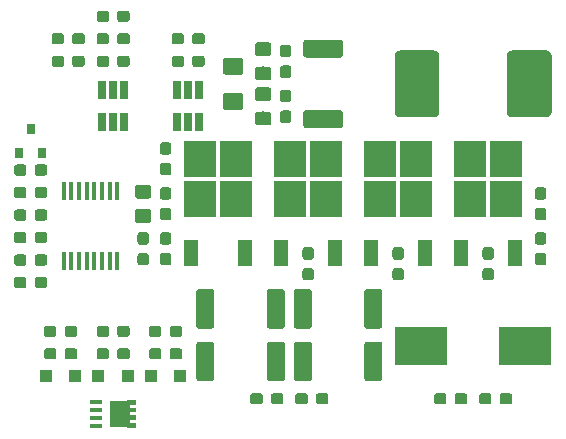
<source format=gbr>
G04 #@! TF.GenerationSoftware,KiCad,Pcbnew,(5.1.2)-2*
G04 #@! TF.CreationDate,2019-08-30T17:07:24-04:00*
G04 #@! TF.ProjectId,PowerStage SubBoard 0-2,506f7765-7253-4746-9167-652053756242,rev?*
G04 #@! TF.SameCoordinates,Original*
G04 #@! TF.FileFunction,Paste,Top*
G04 #@! TF.FilePolarity,Positive*
%FSLAX46Y46*%
G04 Gerber Fmt 4.6, Leading zero omitted, Abs format (unit mm)*
G04 Created by KiCad (PCBNEW (5.1.2)-2) date 2019-08-30 17:07:24*
%MOMM*%
%LPD*%
G04 APERTURE LIST*
%ADD10C,0.100000*%
%ADD11C,0.950000*%
%ADD12R,0.800000X0.900000*%
%ADD13R,2.750000X3.050000*%
%ADD14R,1.200000X2.200000*%
%ADD15R,1.000000X1.000000*%
%ADD16C,1.525000*%
%ADD17R,0.450000X1.500000*%
%ADD18R,0.650000X1.560000*%
%ADD19C,1.725000*%
%ADD20R,0.990000X0.405000*%
%ADD21C,3.800000*%
%ADD22R,4.500000X3.300000*%
%ADD23C,1.150000*%
%ADD24C,1.425000*%
G04 APERTURE END LIST*
D10*
G04 #@! TO.C,R20*
G36*
X138980779Y-90648644D02*
G01*
X139003834Y-90652063D01*
X139026443Y-90657727D01*
X139048387Y-90665579D01*
X139069457Y-90675544D01*
X139089448Y-90687526D01*
X139108168Y-90701410D01*
X139125438Y-90717062D01*
X139141090Y-90734332D01*
X139154974Y-90753052D01*
X139166956Y-90773043D01*
X139176921Y-90794113D01*
X139184773Y-90816057D01*
X139190437Y-90838666D01*
X139193856Y-90861721D01*
X139195000Y-90885000D01*
X139195000Y-91360000D01*
X139193856Y-91383279D01*
X139190437Y-91406334D01*
X139184773Y-91428943D01*
X139176921Y-91450887D01*
X139166956Y-91471957D01*
X139154974Y-91491948D01*
X139141090Y-91510668D01*
X139125438Y-91527938D01*
X139108168Y-91543590D01*
X139089448Y-91557474D01*
X139069457Y-91569456D01*
X139048387Y-91579421D01*
X139026443Y-91587273D01*
X139003834Y-91592937D01*
X138980779Y-91596356D01*
X138957500Y-91597500D01*
X138382500Y-91597500D01*
X138359221Y-91596356D01*
X138336166Y-91592937D01*
X138313557Y-91587273D01*
X138291613Y-91579421D01*
X138270543Y-91569456D01*
X138250552Y-91557474D01*
X138231832Y-91543590D01*
X138214562Y-91527938D01*
X138198910Y-91510668D01*
X138185026Y-91491948D01*
X138173044Y-91471957D01*
X138163079Y-91450887D01*
X138155227Y-91428943D01*
X138149563Y-91406334D01*
X138146144Y-91383279D01*
X138145000Y-91360000D01*
X138145000Y-90885000D01*
X138146144Y-90861721D01*
X138149563Y-90838666D01*
X138155227Y-90816057D01*
X138163079Y-90794113D01*
X138173044Y-90773043D01*
X138185026Y-90753052D01*
X138198910Y-90734332D01*
X138214562Y-90717062D01*
X138231832Y-90701410D01*
X138250552Y-90687526D01*
X138270543Y-90675544D01*
X138291613Y-90665579D01*
X138313557Y-90657727D01*
X138336166Y-90652063D01*
X138359221Y-90648644D01*
X138382500Y-90647500D01*
X138957500Y-90647500D01*
X138980779Y-90648644D01*
X138980779Y-90648644D01*
G37*
D11*
X138670000Y-91122500D03*
D10*
G36*
X137230779Y-90648644D02*
G01*
X137253834Y-90652063D01*
X137276443Y-90657727D01*
X137298387Y-90665579D01*
X137319457Y-90675544D01*
X137339448Y-90687526D01*
X137358168Y-90701410D01*
X137375438Y-90717062D01*
X137391090Y-90734332D01*
X137404974Y-90753052D01*
X137416956Y-90773043D01*
X137426921Y-90794113D01*
X137434773Y-90816057D01*
X137440437Y-90838666D01*
X137443856Y-90861721D01*
X137445000Y-90885000D01*
X137445000Y-91360000D01*
X137443856Y-91383279D01*
X137440437Y-91406334D01*
X137434773Y-91428943D01*
X137426921Y-91450887D01*
X137416956Y-91471957D01*
X137404974Y-91491948D01*
X137391090Y-91510668D01*
X137375438Y-91527938D01*
X137358168Y-91543590D01*
X137339448Y-91557474D01*
X137319457Y-91569456D01*
X137298387Y-91579421D01*
X137276443Y-91587273D01*
X137253834Y-91592937D01*
X137230779Y-91596356D01*
X137207500Y-91597500D01*
X136632500Y-91597500D01*
X136609221Y-91596356D01*
X136586166Y-91592937D01*
X136563557Y-91587273D01*
X136541613Y-91579421D01*
X136520543Y-91569456D01*
X136500552Y-91557474D01*
X136481832Y-91543590D01*
X136464562Y-91527938D01*
X136448910Y-91510668D01*
X136435026Y-91491948D01*
X136423044Y-91471957D01*
X136413079Y-91450887D01*
X136405227Y-91428943D01*
X136399563Y-91406334D01*
X136396144Y-91383279D01*
X136395000Y-91360000D01*
X136395000Y-90885000D01*
X136396144Y-90861721D01*
X136399563Y-90838666D01*
X136405227Y-90816057D01*
X136413079Y-90794113D01*
X136423044Y-90773043D01*
X136435026Y-90753052D01*
X136448910Y-90734332D01*
X136464562Y-90717062D01*
X136481832Y-90701410D01*
X136500552Y-90687526D01*
X136520543Y-90675544D01*
X136541613Y-90665579D01*
X136563557Y-90657727D01*
X136586166Y-90652063D01*
X136609221Y-90648644D01*
X136632500Y-90647500D01*
X137207500Y-90647500D01*
X137230779Y-90648644D01*
X137230779Y-90648644D01*
G37*
D11*
X136920000Y-91122500D03*
G04 #@! TD*
D12*
G04 #@! TO.C,Q6*
X137795000Y-87646000D03*
X138745000Y-89646000D03*
X136845000Y-89646000D03*
G04 #@! TD*
D10*
G04 #@! TO.C,R19*
G36*
X142155779Y-81441144D02*
G01*
X142178834Y-81444563D01*
X142201443Y-81450227D01*
X142223387Y-81458079D01*
X142244457Y-81468044D01*
X142264448Y-81480026D01*
X142283168Y-81493910D01*
X142300438Y-81509562D01*
X142316090Y-81526832D01*
X142329974Y-81545552D01*
X142341956Y-81565543D01*
X142351921Y-81586613D01*
X142359773Y-81608557D01*
X142365437Y-81631166D01*
X142368856Y-81654221D01*
X142370000Y-81677500D01*
X142370000Y-82152500D01*
X142368856Y-82175779D01*
X142365437Y-82198834D01*
X142359773Y-82221443D01*
X142351921Y-82243387D01*
X142341956Y-82264457D01*
X142329974Y-82284448D01*
X142316090Y-82303168D01*
X142300438Y-82320438D01*
X142283168Y-82336090D01*
X142264448Y-82349974D01*
X142244457Y-82361956D01*
X142223387Y-82371921D01*
X142201443Y-82379773D01*
X142178834Y-82385437D01*
X142155779Y-82388856D01*
X142132500Y-82390000D01*
X141557500Y-82390000D01*
X141534221Y-82388856D01*
X141511166Y-82385437D01*
X141488557Y-82379773D01*
X141466613Y-82371921D01*
X141445543Y-82361956D01*
X141425552Y-82349974D01*
X141406832Y-82336090D01*
X141389562Y-82320438D01*
X141373910Y-82303168D01*
X141360026Y-82284448D01*
X141348044Y-82264457D01*
X141338079Y-82243387D01*
X141330227Y-82221443D01*
X141324563Y-82198834D01*
X141321144Y-82175779D01*
X141320000Y-82152500D01*
X141320000Y-81677500D01*
X141321144Y-81654221D01*
X141324563Y-81631166D01*
X141330227Y-81608557D01*
X141338079Y-81586613D01*
X141348044Y-81565543D01*
X141360026Y-81545552D01*
X141373910Y-81526832D01*
X141389562Y-81509562D01*
X141406832Y-81493910D01*
X141425552Y-81480026D01*
X141445543Y-81468044D01*
X141466613Y-81458079D01*
X141488557Y-81450227D01*
X141511166Y-81444563D01*
X141534221Y-81441144D01*
X141557500Y-81440000D01*
X142132500Y-81440000D01*
X142155779Y-81441144D01*
X142155779Y-81441144D01*
G37*
D11*
X141845000Y-81915000D03*
D10*
G36*
X140405779Y-81441144D02*
G01*
X140428834Y-81444563D01*
X140451443Y-81450227D01*
X140473387Y-81458079D01*
X140494457Y-81468044D01*
X140514448Y-81480026D01*
X140533168Y-81493910D01*
X140550438Y-81509562D01*
X140566090Y-81526832D01*
X140579974Y-81545552D01*
X140591956Y-81565543D01*
X140601921Y-81586613D01*
X140609773Y-81608557D01*
X140615437Y-81631166D01*
X140618856Y-81654221D01*
X140620000Y-81677500D01*
X140620000Y-82152500D01*
X140618856Y-82175779D01*
X140615437Y-82198834D01*
X140609773Y-82221443D01*
X140601921Y-82243387D01*
X140591956Y-82264457D01*
X140579974Y-82284448D01*
X140566090Y-82303168D01*
X140550438Y-82320438D01*
X140533168Y-82336090D01*
X140514448Y-82349974D01*
X140494457Y-82361956D01*
X140473387Y-82371921D01*
X140451443Y-82379773D01*
X140428834Y-82385437D01*
X140405779Y-82388856D01*
X140382500Y-82390000D01*
X139807500Y-82390000D01*
X139784221Y-82388856D01*
X139761166Y-82385437D01*
X139738557Y-82379773D01*
X139716613Y-82371921D01*
X139695543Y-82361956D01*
X139675552Y-82349974D01*
X139656832Y-82336090D01*
X139639562Y-82320438D01*
X139623910Y-82303168D01*
X139610026Y-82284448D01*
X139598044Y-82264457D01*
X139588079Y-82243387D01*
X139580227Y-82221443D01*
X139574563Y-82198834D01*
X139571144Y-82175779D01*
X139570000Y-82152500D01*
X139570000Y-81677500D01*
X139571144Y-81654221D01*
X139574563Y-81631166D01*
X139580227Y-81608557D01*
X139588079Y-81586613D01*
X139598044Y-81565543D01*
X139610026Y-81545552D01*
X139623910Y-81526832D01*
X139639562Y-81509562D01*
X139656832Y-81493910D01*
X139675552Y-81480026D01*
X139695543Y-81468044D01*
X139716613Y-81458079D01*
X139738557Y-81450227D01*
X139761166Y-81444563D01*
X139784221Y-81441144D01*
X139807500Y-81440000D01*
X140382500Y-81440000D01*
X140405779Y-81441144D01*
X140405779Y-81441144D01*
G37*
D11*
X140095000Y-81915000D03*
G04 #@! TD*
D10*
G04 #@! TO.C,D5*
G36*
X140405779Y-79536144D02*
G01*
X140428834Y-79539563D01*
X140451443Y-79545227D01*
X140473387Y-79553079D01*
X140494457Y-79563044D01*
X140514448Y-79575026D01*
X140533168Y-79588910D01*
X140550438Y-79604562D01*
X140566090Y-79621832D01*
X140579974Y-79640552D01*
X140591956Y-79660543D01*
X140601921Y-79681613D01*
X140609773Y-79703557D01*
X140615437Y-79726166D01*
X140618856Y-79749221D01*
X140620000Y-79772500D01*
X140620000Y-80247500D01*
X140618856Y-80270779D01*
X140615437Y-80293834D01*
X140609773Y-80316443D01*
X140601921Y-80338387D01*
X140591956Y-80359457D01*
X140579974Y-80379448D01*
X140566090Y-80398168D01*
X140550438Y-80415438D01*
X140533168Y-80431090D01*
X140514448Y-80444974D01*
X140494457Y-80456956D01*
X140473387Y-80466921D01*
X140451443Y-80474773D01*
X140428834Y-80480437D01*
X140405779Y-80483856D01*
X140382500Y-80485000D01*
X139807500Y-80485000D01*
X139784221Y-80483856D01*
X139761166Y-80480437D01*
X139738557Y-80474773D01*
X139716613Y-80466921D01*
X139695543Y-80456956D01*
X139675552Y-80444974D01*
X139656832Y-80431090D01*
X139639562Y-80415438D01*
X139623910Y-80398168D01*
X139610026Y-80379448D01*
X139598044Y-80359457D01*
X139588079Y-80338387D01*
X139580227Y-80316443D01*
X139574563Y-80293834D01*
X139571144Y-80270779D01*
X139570000Y-80247500D01*
X139570000Y-79772500D01*
X139571144Y-79749221D01*
X139574563Y-79726166D01*
X139580227Y-79703557D01*
X139588079Y-79681613D01*
X139598044Y-79660543D01*
X139610026Y-79640552D01*
X139623910Y-79621832D01*
X139639562Y-79604562D01*
X139656832Y-79588910D01*
X139675552Y-79575026D01*
X139695543Y-79563044D01*
X139716613Y-79553079D01*
X139738557Y-79545227D01*
X139761166Y-79539563D01*
X139784221Y-79536144D01*
X139807500Y-79535000D01*
X140382500Y-79535000D01*
X140405779Y-79536144D01*
X140405779Y-79536144D01*
G37*
D11*
X140095000Y-80010000D03*
D10*
G36*
X142155779Y-79536144D02*
G01*
X142178834Y-79539563D01*
X142201443Y-79545227D01*
X142223387Y-79553079D01*
X142244457Y-79563044D01*
X142264448Y-79575026D01*
X142283168Y-79588910D01*
X142300438Y-79604562D01*
X142316090Y-79621832D01*
X142329974Y-79640552D01*
X142341956Y-79660543D01*
X142351921Y-79681613D01*
X142359773Y-79703557D01*
X142365437Y-79726166D01*
X142368856Y-79749221D01*
X142370000Y-79772500D01*
X142370000Y-80247500D01*
X142368856Y-80270779D01*
X142365437Y-80293834D01*
X142359773Y-80316443D01*
X142351921Y-80338387D01*
X142341956Y-80359457D01*
X142329974Y-80379448D01*
X142316090Y-80398168D01*
X142300438Y-80415438D01*
X142283168Y-80431090D01*
X142264448Y-80444974D01*
X142244457Y-80456956D01*
X142223387Y-80466921D01*
X142201443Y-80474773D01*
X142178834Y-80480437D01*
X142155779Y-80483856D01*
X142132500Y-80485000D01*
X141557500Y-80485000D01*
X141534221Y-80483856D01*
X141511166Y-80480437D01*
X141488557Y-80474773D01*
X141466613Y-80466921D01*
X141445543Y-80456956D01*
X141425552Y-80444974D01*
X141406832Y-80431090D01*
X141389562Y-80415438D01*
X141373910Y-80398168D01*
X141360026Y-80379448D01*
X141348044Y-80359457D01*
X141338079Y-80338387D01*
X141330227Y-80316443D01*
X141324563Y-80293834D01*
X141321144Y-80270779D01*
X141320000Y-80247500D01*
X141320000Y-79772500D01*
X141321144Y-79749221D01*
X141324563Y-79726166D01*
X141330227Y-79703557D01*
X141338079Y-79681613D01*
X141348044Y-79660543D01*
X141360026Y-79640552D01*
X141373910Y-79621832D01*
X141389562Y-79604562D01*
X141406832Y-79588910D01*
X141425552Y-79575026D01*
X141445543Y-79563044D01*
X141466613Y-79553079D01*
X141488557Y-79545227D01*
X141511166Y-79539563D01*
X141534221Y-79536144D01*
X141557500Y-79535000D01*
X142132500Y-79535000D01*
X142155779Y-79536144D01*
X142155779Y-79536144D01*
G37*
D11*
X141845000Y-80010000D03*
G04 #@! TD*
D13*
G04 #@! TO.C,Q5*
X178055000Y-93555000D03*
X175005000Y-90205000D03*
X175005000Y-93555000D03*
X178055000Y-90205000D03*
D14*
X178810000Y-98180000D03*
X174250000Y-98180000D03*
G04 #@! TD*
D15*
G04 #@! TO.C,D1*
X147975000Y-108585000D03*
X150475000Y-108585000D03*
G04 #@! TD*
D10*
G04 #@! TO.C,R16*
G36*
X161379505Y-105641204D02*
G01*
X161403773Y-105644804D01*
X161427572Y-105650765D01*
X161450671Y-105659030D01*
X161472850Y-105669520D01*
X161493893Y-105682132D01*
X161513599Y-105696747D01*
X161531777Y-105713223D01*
X161548253Y-105731401D01*
X161562868Y-105751107D01*
X161575480Y-105772150D01*
X161585970Y-105794329D01*
X161594235Y-105817428D01*
X161600196Y-105841227D01*
X161603796Y-105865495D01*
X161605000Y-105889999D01*
X161605000Y-108740001D01*
X161603796Y-108764505D01*
X161600196Y-108788773D01*
X161594235Y-108812572D01*
X161585970Y-108835671D01*
X161575480Y-108857850D01*
X161562868Y-108878893D01*
X161548253Y-108898599D01*
X161531777Y-108916777D01*
X161513599Y-108933253D01*
X161493893Y-108947868D01*
X161472850Y-108960480D01*
X161450671Y-108970970D01*
X161427572Y-108979235D01*
X161403773Y-108985196D01*
X161379505Y-108988796D01*
X161355001Y-108990000D01*
X160329999Y-108990000D01*
X160305495Y-108988796D01*
X160281227Y-108985196D01*
X160257428Y-108979235D01*
X160234329Y-108970970D01*
X160212150Y-108960480D01*
X160191107Y-108947868D01*
X160171401Y-108933253D01*
X160153223Y-108916777D01*
X160136747Y-108898599D01*
X160122132Y-108878893D01*
X160109520Y-108857850D01*
X160099030Y-108835671D01*
X160090765Y-108812572D01*
X160084804Y-108788773D01*
X160081204Y-108764505D01*
X160080000Y-108740001D01*
X160080000Y-105889999D01*
X160081204Y-105865495D01*
X160084804Y-105841227D01*
X160090765Y-105817428D01*
X160099030Y-105794329D01*
X160109520Y-105772150D01*
X160122132Y-105751107D01*
X160136747Y-105731401D01*
X160153223Y-105713223D01*
X160171401Y-105696747D01*
X160191107Y-105682132D01*
X160212150Y-105669520D01*
X160234329Y-105659030D01*
X160257428Y-105650765D01*
X160281227Y-105644804D01*
X160305495Y-105641204D01*
X160329999Y-105640000D01*
X161355001Y-105640000D01*
X161379505Y-105641204D01*
X161379505Y-105641204D01*
G37*
D16*
X160842500Y-107315000D03*
D10*
G36*
X167354505Y-105641204D02*
G01*
X167378773Y-105644804D01*
X167402572Y-105650765D01*
X167425671Y-105659030D01*
X167447850Y-105669520D01*
X167468893Y-105682132D01*
X167488599Y-105696747D01*
X167506777Y-105713223D01*
X167523253Y-105731401D01*
X167537868Y-105751107D01*
X167550480Y-105772150D01*
X167560970Y-105794329D01*
X167569235Y-105817428D01*
X167575196Y-105841227D01*
X167578796Y-105865495D01*
X167580000Y-105889999D01*
X167580000Y-108740001D01*
X167578796Y-108764505D01*
X167575196Y-108788773D01*
X167569235Y-108812572D01*
X167560970Y-108835671D01*
X167550480Y-108857850D01*
X167537868Y-108878893D01*
X167523253Y-108898599D01*
X167506777Y-108916777D01*
X167488599Y-108933253D01*
X167468893Y-108947868D01*
X167447850Y-108960480D01*
X167425671Y-108970970D01*
X167402572Y-108979235D01*
X167378773Y-108985196D01*
X167354505Y-108988796D01*
X167330001Y-108990000D01*
X166304999Y-108990000D01*
X166280495Y-108988796D01*
X166256227Y-108985196D01*
X166232428Y-108979235D01*
X166209329Y-108970970D01*
X166187150Y-108960480D01*
X166166107Y-108947868D01*
X166146401Y-108933253D01*
X166128223Y-108916777D01*
X166111747Y-108898599D01*
X166097132Y-108878893D01*
X166084520Y-108857850D01*
X166074030Y-108835671D01*
X166065765Y-108812572D01*
X166059804Y-108788773D01*
X166056204Y-108764505D01*
X166055000Y-108740001D01*
X166055000Y-105889999D01*
X166056204Y-105865495D01*
X166059804Y-105841227D01*
X166065765Y-105817428D01*
X166074030Y-105794329D01*
X166084520Y-105772150D01*
X166097132Y-105751107D01*
X166111747Y-105731401D01*
X166128223Y-105713223D01*
X166146401Y-105696747D01*
X166166107Y-105682132D01*
X166187150Y-105669520D01*
X166209329Y-105659030D01*
X166232428Y-105650765D01*
X166256227Y-105644804D01*
X166280495Y-105641204D01*
X166304999Y-105640000D01*
X167330001Y-105640000D01*
X167354505Y-105641204D01*
X167354505Y-105641204D01*
G37*
D16*
X166817500Y-107315000D03*
G04 #@! TD*
D10*
G04 #@! TO.C,R15*
G36*
X153124505Y-101196204D02*
G01*
X153148773Y-101199804D01*
X153172572Y-101205765D01*
X153195671Y-101214030D01*
X153217850Y-101224520D01*
X153238893Y-101237132D01*
X153258599Y-101251747D01*
X153276777Y-101268223D01*
X153293253Y-101286401D01*
X153307868Y-101306107D01*
X153320480Y-101327150D01*
X153330970Y-101349329D01*
X153339235Y-101372428D01*
X153345196Y-101396227D01*
X153348796Y-101420495D01*
X153350000Y-101444999D01*
X153350000Y-104295001D01*
X153348796Y-104319505D01*
X153345196Y-104343773D01*
X153339235Y-104367572D01*
X153330970Y-104390671D01*
X153320480Y-104412850D01*
X153307868Y-104433893D01*
X153293253Y-104453599D01*
X153276777Y-104471777D01*
X153258599Y-104488253D01*
X153238893Y-104502868D01*
X153217850Y-104515480D01*
X153195671Y-104525970D01*
X153172572Y-104534235D01*
X153148773Y-104540196D01*
X153124505Y-104543796D01*
X153100001Y-104545000D01*
X152074999Y-104545000D01*
X152050495Y-104543796D01*
X152026227Y-104540196D01*
X152002428Y-104534235D01*
X151979329Y-104525970D01*
X151957150Y-104515480D01*
X151936107Y-104502868D01*
X151916401Y-104488253D01*
X151898223Y-104471777D01*
X151881747Y-104453599D01*
X151867132Y-104433893D01*
X151854520Y-104412850D01*
X151844030Y-104390671D01*
X151835765Y-104367572D01*
X151829804Y-104343773D01*
X151826204Y-104319505D01*
X151825000Y-104295001D01*
X151825000Y-101444999D01*
X151826204Y-101420495D01*
X151829804Y-101396227D01*
X151835765Y-101372428D01*
X151844030Y-101349329D01*
X151854520Y-101327150D01*
X151867132Y-101306107D01*
X151881747Y-101286401D01*
X151898223Y-101268223D01*
X151916401Y-101251747D01*
X151936107Y-101237132D01*
X151957150Y-101224520D01*
X151979329Y-101214030D01*
X152002428Y-101205765D01*
X152026227Y-101199804D01*
X152050495Y-101196204D01*
X152074999Y-101195000D01*
X153100001Y-101195000D01*
X153124505Y-101196204D01*
X153124505Y-101196204D01*
G37*
D16*
X152587500Y-102870000D03*
D10*
G36*
X159099505Y-101196204D02*
G01*
X159123773Y-101199804D01*
X159147572Y-101205765D01*
X159170671Y-101214030D01*
X159192850Y-101224520D01*
X159213893Y-101237132D01*
X159233599Y-101251747D01*
X159251777Y-101268223D01*
X159268253Y-101286401D01*
X159282868Y-101306107D01*
X159295480Y-101327150D01*
X159305970Y-101349329D01*
X159314235Y-101372428D01*
X159320196Y-101396227D01*
X159323796Y-101420495D01*
X159325000Y-101444999D01*
X159325000Y-104295001D01*
X159323796Y-104319505D01*
X159320196Y-104343773D01*
X159314235Y-104367572D01*
X159305970Y-104390671D01*
X159295480Y-104412850D01*
X159282868Y-104433893D01*
X159268253Y-104453599D01*
X159251777Y-104471777D01*
X159233599Y-104488253D01*
X159213893Y-104502868D01*
X159192850Y-104515480D01*
X159170671Y-104525970D01*
X159147572Y-104534235D01*
X159123773Y-104540196D01*
X159099505Y-104543796D01*
X159075001Y-104545000D01*
X158049999Y-104545000D01*
X158025495Y-104543796D01*
X158001227Y-104540196D01*
X157977428Y-104534235D01*
X157954329Y-104525970D01*
X157932150Y-104515480D01*
X157911107Y-104502868D01*
X157891401Y-104488253D01*
X157873223Y-104471777D01*
X157856747Y-104453599D01*
X157842132Y-104433893D01*
X157829520Y-104412850D01*
X157819030Y-104390671D01*
X157810765Y-104367572D01*
X157804804Y-104343773D01*
X157801204Y-104319505D01*
X157800000Y-104295001D01*
X157800000Y-101444999D01*
X157801204Y-101420495D01*
X157804804Y-101396227D01*
X157810765Y-101372428D01*
X157819030Y-101349329D01*
X157829520Y-101327150D01*
X157842132Y-101306107D01*
X157856747Y-101286401D01*
X157873223Y-101268223D01*
X157891401Y-101251747D01*
X157911107Y-101237132D01*
X157932150Y-101224520D01*
X157954329Y-101214030D01*
X157977428Y-101205765D01*
X158001227Y-101199804D01*
X158025495Y-101196204D01*
X158049999Y-101195000D01*
X159075001Y-101195000D01*
X159099505Y-101196204D01*
X159099505Y-101196204D01*
G37*
D16*
X158562500Y-102870000D03*
G04 #@! TD*
D10*
G04 #@! TO.C,R14*
G36*
X153124505Y-105641204D02*
G01*
X153148773Y-105644804D01*
X153172572Y-105650765D01*
X153195671Y-105659030D01*
X153217850Y-105669520D01*
X153238893Y-105682132D01*
X153258599Y-105696747D01*
X153276777Y-105713223D01*
X153293253Y-105731401D01*
X153307868Y-105751107D01*
X153320480Y-105772150D01*
X153330970Y-105794329D01*
X153339235Y-105817428D01*
X153345196Y-105841227D01*
X153348796Y-105865495D01*
X153350000Y-105889999D01*
X153350000Y-108740001D01*
X153348796Y-108764505D01*
X153345196Y-108788773D01*
X153339235Y-108812572D01*
X153330970Y-108835671D01*
X153320480Y-108857850D01*
X153307868Y-108878893D01*
X153293253Y-108898599D01*
X153276777Y-108916777D01*
X153258599Y-108933253D01*
X153238893Y-108947868D01*
X153217850Y-108960480D01*
X153195671Y-108970970D01*
X153172572Y-108979235D01*
X153148773Y-108985196D01*
X153124505Y-108988796D01*
X153100001Y-108990000D01*
X152074999Y-108990000D01*
X152050495Y-108988796D01*
X152026227Y-108985196D01*
X152002428Y-108979235D01*
X151979329Y-108970970D01*
X151957150Y-108960480D01*
X151936107Y-108947868D01*
X151916401Y-108933253D01*
X151898223Y-108916777D01*
X151881747Y-108898599D01*
X151867132Y-108878893D01*
X151854520Y-108857850D01*
X151844030Y-108835671D01*
X151835765Y-108812572D01*
X151829804Y-108788773D01*
X151826204Y-108764505D01*
X151825000Y-108740001D01*
X151825000Y-105889999D01*
X151826204Y-105865495D01*
X151829804Y-105841227D01*
X151835765Y-105817428D01*
X151844030Y-105794329D01*
X151854520Y-105772150D01*
X151867132Y-105751107D01*
X151881747Y-105731401D01*
X151898223Y-105713223D01*
X151916401Y-105696747D01*
X151936107Y-105682132D01*
X151957150Y-105669520D01*
X151979329Y-105659030D01*
X152002428Y-105650765D01*
X152026227Y-105644804D01*
X152050495Y-105641204D01*
X152074999Y-105640000D01*
X153100001Y-105640000D01*
X153124505Y-105641204D01*
X153124505Y-105641204D01*
G37*
D16*
X152587500Y-107315000D03*
D10*
G36*
X159099505Y-105641204D02*
G01*
X159123773Y-105644804D01*
X159147572Y-105650765D01*
X159170671Y-105659030D01*
X159192850Y-105669520D01*
X159213893Y-105682132D01*
X159233599Y-105696747D01*
X159251777Y-105713223D01*
X159268253Y-105731401D01*
X159282868Y-105751107D01*
X159295480Y-105772150D01*
X159305970Y-105794329D01*
X159314235Y-105817428D01*
X159320196Y-105841227D01*
X159323796Y-105865495D01*
X159325000Y-105889999D01*
X159325000Y-108740001D01*
X159323796Y-108764505D01*
X159320196Y-108788773D01*
X159314235Y-108812572D01*
X159305970Y-108835671D01*
X159295480Y-108857850D01*
X159282868Y-108878893D01*
X159268253Y-108898599D01*
X159251777Y-108916777D01*
X159233599Y-108933253D01*
X159213893Y-108947868D01*
X159192850Y-108960480D01*
X159170671Y-108970970D01*
X159147572Y-108979235D01*
X159123773Y-108985196D01*
X159099505Y-108988796D01*
X159075001Y-108990000D01*
X158049999Y-108990000D01*
X158025495Y-108988796D01*
X158001227Y-108985196D01*
X157977428Y-108979235D01*
X157954329Y-108970970D01*
X157932150Y-108960480D01*
X157911107Y-108947868D01*
X157891401Y-108933253D01*
X157873223Y-108916777D01*
X157856747Y-108898599D01*
X157842132Y-108878893D01*
X157829520Y-108857850D01*
X157819030Y-108835671D01*
X157810765Y-108812572D01*
X157804804Y-108788773D01*
X157801204Y-108764505D01*
X157800000Y-108740001D01*
X157800000Y-105889999D01*
X157801204Y-105865495D01*
X157804804Y-105841227D01*
X157810765Y-105817428D01*
X157819030Y-105794329D01*
X157829520Y-105772150D01*
X157842132Y-105751107D01*
X157856747Y-105731401D01*
X157873223Y-105713223D01*
X157891401Y-105696747D01*
X157911107Y-105682132D01*
X157932150Y-105669520D01*
X157954329Y-105659030D01*
X157977428Y-105650765D01*
X158001227Y-105644804D01*
X158025495Y-105641204D01*
X158049999Y-105640000D01*
X159075001Y-105640000D01*
X159099505Y-105641204D01*
X159099505Y-105641204D01*
G37*
D16*
X158562500Y-107315000D03*
G04 #@! TD*
D17*
G04 #@! TO.C,U3*
X145150000Y-98835000D03*
X144500000Y-98835000D03*
X143850000Y-98835000D03*
X143200000Y-98835000D03*
X142550000Y-98835000D03*
X141900000Y-98835000D03*
X141250000Y-98835000D03*
X140600000Y-98835000D03*
X140600000Y-92935000D03*
X141250000Y-92935000D03*
X141900000Y-92935000D03*
X142550000Y-92935000D03*
X143200000Y-92935000D03*
X143850000Y-92935000D03*
X144500000Y-92935000D03*
X145150000Y-92935000D03*
G04 #@! TD*
D18*
G04 #@! TO.C,U2*
X151130000Y-84375000D03*
X150180000Y-84375000D03*
X152080000Y-84375000D03*
X152080000Y-87075000D03*
X151130000Y-87075000D03*
X150180000Y-87075000D03*
G04 #@! TD*
G04 #@! TO.C,U1*
X144780000Y-87075000D03*
X145730000Y-87075000D03*
X143830000Y-87075000D03*
X143830000Y-84375000D03*
X144780000Y-84375000D03*
X145730000Y-84375000D03*
G04 #@! TD*
D10*
G04 #@! TO.C,R18*
G36*
X137230779Y-94458644D02*
G01*
X137253834Y-94462063D01*
X137276443Y-94467727D01*
X137298387Y-94475579D01*
X137319457Y-94485544D01*
X137339448Y-94497526D01*
X137358168Y-94511410D01*
X137375438Y-94527062D01*
X137391090Y-94544332D01*
X137404974Y-94563052D01*
X137416956Y-94583043D01*
X137426921Y-94604113D01*
X137434773Y-94626057D01*
X137440437Y-94648666D01*
X137443856Y-94671721D01*
X137445000Y-94695000D01*
X137445000Y-95170000D01*
X137443856Y-95193279D01*
X137440437Y-95216334D01*
X137434773Y-95238943D01*
X137426921Y-95260887D01*
X137416956Y-95281957D01*
X137404974Y-95301948D01*
X137391090Y-95320668D01*
X137375438Y-95337938D01*
X137358168Y-95353590D01*
X137339448Y-95367474D01*
X137319457Y-95379456D01*
X137298387Y-95389421D01*
X137276443Y-95397273D01*
X137253834Y-95402937D01*
X137230779Y-95406356D01*
X137207500Y-95407500D01*
X136632500Y-95407500D01*
X136609221Y-95406356D01*
X136586166Y-95402937D01*
X136563557Y-95397273D01*
X136541613Y-95389421D01*
X136520543Y-95379456D01*
X136500552Y-95367474D01*
X136481832Y-95353590D01*
X136464562Y-95337938D01*
X136448910Y-95320668D01*
X136435026Y-95301948D01*
X136423044Y-95281957D01*
X136413079Y-95260887D01*
X136405227Y-95238943D01*
X136399563Y-95216334D01*
X136396144Y-95193279D01*
X136395000Y-95170000D01*
X136395000Y-94695000D01*
X136396144Y-94671721D01*
X136399563Y-94648666D01*
X136405227Y-94626057D01*
X136413079Y-94604113D01*
X136423044Y-94583043D01*
X136435026Y-94563052D01*
X136448910Y-94544332D01*
X136464562Y-94527062D01*
X136481832Y-94511410D01*
X136500552Y-94497526D01*
X136520543Y-94485544D01*
X136541613Y-94475579D01*
X136563557Y-94467727D01*
X136586166Y-94462063D01*
X136609221Y-94458644D01*
X136632500Y-94457500D01*
X137207500Y-94457500D01*
X137230779Y-94458644D01*
X137230779Y-94458644D01*
G37*
D11*
X136920000Y-94932500D03*
D10*
G36*
X138980779Y-94458644D02*
G01*
X139003834Y-94462063D01*
X139026443Y-94467727D01*
X139048387Y-94475579D01*
X139069457Y-94485544D01*
X139089448Y-94497526D01*
X139108168Y-94511410D01*
X139125438Y-94527062D01*
X139141090Y-94544332D01*
X139154974Y-94563052D01*
X139166956Y-94583043D01*
X139176921Y-94604113D01*
X139184773Y-94626057D01*
X139190437Y-94648666D01*
X139193856Y-94671721D01*
X139195000Y-94695000D01*
X139195000Y-95170000D01*
X139193856Y-95193279D01*
X139190437Y-95216334D01*
X139184773Y-95238943D01*
X139176921Y-95260887D01*
X139166956Y-95281957D01*
X139154974Y-95301948D01*
X139141090Y-95320668D01*
X139125438Y-95337938D01*
X139108168Y-95353590D01*
X139089448Y-95367474D01*
X139069457Y-95379456D01*
X139048387Y-95389421D01*
X139026443Y-95397273D01*
X139003834Y-95402937D01*
X138980779Y-95406356D01*
X138957500Y-95407500D01*
X138382500Y-95407500D01*
X138359221Y-95406356D01*
X138336166Y-95402937D01*
X138313557Y-95397273D01*
X138291613Y-95389421D01*
X138270543Y-95379456D01*
X138250552Y-95367474D01*
X138231832Y-95353590D01*
X138214562Y-95337938D01*
X138198910Y-95320668D01*
X138185026Y-95301948D01*
X138173044Y-95281957D01*
X138163079Y-95260887D01*
X138155227Y-95238943D01*
X138149563Y-95216334D01*
X138146144Y-95193279D01*
X138145000Y-95170000D01*
X138145000Y-94695000D01*
X138146144Y-94671721D01*
X138149563Y-94648666D01*
X138155227Y-94626057D01*
X138163079Y-94604113D01*
X138173044Y-94583043D01*
X138185026Y-94563052D01*
X138198910Y-94544332D01*
X138214562Y-94527062D01*
X138231832Y-94511410D01*
X138250552Y-94497526D01*
X138270543Y-94485544D01*
X138291613Y-94475579D01*
X138313557Y-94467727D01*
X138336166Y-94462063D01*
X138359221Y-94458644D01*
X138382500Y-94457500D01*
X138957500Y-94457500D01*
X138980779Y-94458644D01*
X138980779Y-94458644D01*
G37*
D11*
X138670000Y-94932500D03*
G04 #@! TD*
D10*
G04 #@! TO.C,R17*
G36*
X161379505Y-101196204D02*
G01*
X161403773Y-101199804D01*
X161427572Y-101205765D01*
X161450671Y-101214030D01*
X161472850Y-101224520D01*
X161493893Y-101237132D01*
X161513599Y-101251747D01*
X161531777Y-101268223D01*
X161548253Y-101286401D01*
X161562868Y-101306107D01*
X161575480Y-101327150D01*
X161585970Y-101349329D01*
X161594235Y-101372428D01*
X161600196Y-101396227D01*
X161603796Y-101420495D01*
X161605000Y-101444999D01*
X161605000Y-104295001D01*
X161603796Y-104319505D01*
X161600196Y-104343773D01*
X161594235Y-104367572D01*
X161585970Y-104390671D01*
X161575480Y-104412850D01*
X161562868Y-104433893D01*
X161548253Y-104453599D01*
X161531777Y-104471777D01*
X161513599Y-104488253D01*
X161493893Y-104502868D01*
X161472850Y-104515480D01*
X161450671Y-104525970D01*
X161427572Y-104534235D01*
X161403773Y-104540196D01*
X161379505Y-104543796D01*
X161355001Y-104545000D01*
X160329999Y-104545000D01*
X160305495Y-104543796D01*
X160281227Y-104540196D01*
X160257428Y-104534235D01*
X160234329Y-104525970D01*
X160212150Y-104515480D01*
X160191107Y-104502868D01*
X160171401Y-104488253D01*
X160153223Y-104471777D01*
X160136747Y-104453599D01*
X160122132Y-104433893D01*
X160109520Y-104412850D01*
X160099030Y-104390671D01*
X160090765Y-104367572D01*
X160084804Y-104343773D01*
X160081204Y-104319505D01*
X160080000Y-104295001D01*
X160080000Y-101444999D01*
X160081204Y-101420495D01*
X160084804Y-101396227D01*
X160090765Y-101372428D01*
X160099030Y-101349329D01*
X160109520Y-101327150D01*
X160122132Y-101306107D01*
X160136747Y-101286401D01*
X160153223Y-101268223D01*
X160171401Y-101251747D01*
X160191107Y-101237132D01*
X160212150Y-101224520D01*
X160234329Y-101214030D01*
X160257428Y-101205765D01*
X160281227Y-101199804D01*
X160305495Y-101196204D01*
X160329999Y-101195000D01*
X161355001Y-101195000D01*
X161379505Y-101196204D01*
X161379505Y-101196204D01*
G37*
D16*
X160842500Y-102870000D03*
D10*
G36*
X167354505Y-101196204D02*
G01*
X167378773Y-101199804D01*
X167402572Y-101205765D01*
X167425671Y-101214030D01*
X167447850Y-101224520D01*
X167468893Y-101237132D01*
X167488599Y-101251747D01*
X167506777Y-101268223D01*
X167523253Y-101286401D01*
X167537868Y-101306107D01*
X167550480Y-101327150D01*
X167560970Y-101349329D01*
X167569235Y-101372428D01*
X167575196Y-101396227D01*
X167578796Y-101420495D01*
X167580000Y-101444999D01*
X167580000Y-104295001D01*
X167578796Y-104319505D01*
X167575196Y-104343773D01*
X167569235Y-104367572D01*
X167560970Y-104390671D01*
X167550480Y-104412850D01*
X167537868Y-104433893D01*
X167523253Y-104453599D01*
X167506777Y-104471777D01*
X167488599Y-104488253D01*
X167468893Y-104502868D01*
X167447850Y-104515480D01*
X167425671Y-104525970D01*
X167402572Y-104534235D01*
X167378773Y-104540196D01*
X167354505Y-104543796D01*
X167330001Y-104545000D01*
X166304999Y-104545000D01*
X166280495Y-104543796D01*
X166256227Y-104540196D01*
X166232428Y-104534235D01*
X166209329Y-104525970D01*
X166187150Y-104515480D01*
X166166107Y-104502868D01*
X166146401Y-104488253D01*
X166128223Y-104471777D01*
X166111747Y-104453599D01*
X166097132Y-104433893D01*
X166084520Y-104412850D01*
X166074030Y-104390671D01*
X166065765Y-104367572D01*
X166059804Y-104343773D01*
X166056204Y-104319505D01*
X166055000Y-104295001D01*
X166055000Y-101444999D01*
X166056204Y-101420495D01*
X166059804Y-101396227D01*
X166065765Y-101372428D01*
X166074030Y-101349329D01*
X166084520Y-101327150D01*
X166097132Y-101306107D01*
X166111747Y-101286401D01*
X166128223Y-101268223D01*
X166146401Y-101251747D01*
X166166107Y-101237132D01*
X166187150Y-101224520D01*
X166209329Y-101214030D01*
X166232428Y-101205765D01*
X166256227Y-101199804D01*
X166280495Y-101196204D01*
X166304999Y-101195000D01*
X167330001Y-101195000D01*
X167354505Y-101196204D01*
X167354505Y-101196204D01*
G37*
D16*
X166817500Y-102870000D03*
G04 #@! TD*
D10*
G04 #@! TO.C,R13*
G36*
X141520779Y-106206144D02*
G01*
X141543834Y-106209563D01*
X141566443Y-106215227D01*
X141588387Y-106223079D01*
X141609457Y-106233044D01*
X141629448Y-106245026D01*
X141648168Y-106258910D01*
X141665438Y-106274562D01*
X141681090Y-106291832D01*
X141694974Y-106310552D01*
X141706956Y-106330543D01*
X141716921Y-106351613D01*
X141724773Y-106373557D01*
X141730437Y-106396166D01*
X141733856Y-106419221D01*
X141735000Y-106442500D01*
X141735000Y-106917500D01*
X141733856Y-106940779D01*
X141730437Y-106963834D01*
X141724773Y-106986443D01*
X141716921Y-107008387D01*
X141706956Y-107029457D01*
X141694974Y-107049448D01*
X141681090Y-107068168D01*
X141665438Y-107085438D01*
X141648168Y-107101090D01*
X141629448Y-107114974D01*
X141609457Y-107126956D01*
X141588387Y-107136921D01*
X141566443Y-107144773D01*
X141543834Y-107150437D01*
X141520779Y-107153856D01*
X141497500Y-107155000D01*
X140922500Y-107155000D01*
X140899221Y-107153856D01*
X140876166Y-107150437D01*
X140853557Y-107144773D01*
X140831613Y-107136921D01*
X140810543Y-107126956D01*
X140790552Y-107114974D01*
X140771832Y-107101090D01*
X140754562Y-107085438D01*
X140738910Y-107068168D01*
X140725026Y-107049448D01*
X140713044Y-107029457D01*
X140703079Y-107008387D01*
X140695227Y-106986443D01*
X140689563Y-106963834D01*
X140686144Y-106940779D01*
X140685000Y-106917500D01*
X140685000Y-106442500D01*
X140686144Y-106419221D01*
X140689563Y-106396166D01*
X140695227Y-106373557D01*
X140703079Y-106351613D01*
X140713044Y-106330543D01*
X140725026Y-106310552D01*
X140738910Y-106291832D01*
X140754562Y-106274562D01*
X140771832Y-106258910D01*
X140790552Y-106245026D01*
X140810543Y-106233044D01*
X140831613Y-106223079D01*
X140853557Y-106215227D01*
X140876166Y-106209563D01*
X140899221Y-106206144D01*
X140922500Y-106205000D01*
X141497500Y-106205000D01*
X141520779Y-106206144D01*
X141520779Y-106206144D01*
G37*
D11*
X141210000Y-106680000D03*
D10*
G36*
X139770779Y-106206144D02*
G01*
X139793834Y-106209563D01*
X139816443Y-106215227D01*
X139838387Y-106223079D01*
X139859457Y-106233044D01*
X139879448Y-106245026D01*
X139898168Y-106258910D01*
X139915438Y-106274562D01*
X139931090Y-106291832D01*
X139944974Y-106310552D01*
X139956956Y-106330543D01*
X139966921Y-106351613D01*
X139974773Y-106373557D01*
X139980437Y-106396166D01*
X139983856Y-106419221D01*
X139985000Y-106442500D01*
X139985000Y-106917500D01*
X139983856Y-106940779D01*
X139980437Y-106963834D01*
X139974773Y-106986443D01*
X139966921Y-107008387D01*
X139956956Y-107029457D01*
X139944974Y-107049448D01*
X139931090Y-107068168D01*
X139915438Y-107085438D01*
X139898168Y-107101090D01*
X139879448Y-107114974D01*
X139859457Y-107126956D01*
X139838387Y-107136921D01*
X139816443Y-107144773D01*
X139793834Y-107150437D01*
X139770779Y-107153856D01*
X139747500Y-107155000D01*
X139172500Y-107155000D01*
X139149221Y-107153856D01*
X139126166Y-107150437D01*
X139103557Y-107144773D01*
X139081613Y-107136921D01*
X139060543Y-107126956D01*
X139040552Y-107114974D01*
X139021832Y-107101090D01*
X139004562Y-107085438D01*
X138988910Y-107068168D01*
X138975026Y-107049448D01*
X138963044Y-107029457D01*
X138953079Y-107008387D01*
X138945227Y-106986443D01*
X138939563Y-106963834D01*
X138936144Y-106940779D01*
X138935000Y-106917500D01*
X138935000Y-106442500D01*
X138936144Y-106419221D01*
X138939563Y-106396166D01*
X138945227Y-106373557D01*
X138953079Y-106351613D01*
X138963044Y-106330543D01*
X138975026Y-106310552D01*
X138988910Y-106291832D01*
X139004562Y-106274562D01*
X139021832Y-106258910D01*
X139040552Y-106245026D01*
X139060543Y-106233044D01*
X139081613Y-106223079D01*
X139103557Y-106215227D01*
X139126166Y-106209563D01*
X139149221Y-106206144D01*
X139172500Y-106205000D01*
X139747500Y-106205000D01*
X139770779Y-106206144D01*
X139770779Y-106206144D01*
G37*
D11*
X139460000Y-106680000D03*
G04 #@! TD*
D10*
G04 #@! TO.C,R12*
G36*
X141520779Y-104301144D02*
G01*
X141543834Y-104304563D01*
X141566443Y-104310227D01*
X141588387Y-104318079D01*
X141609457Y-104328044D01*
X141629448Y-104340026D01*
X141648168Y-104353910D01*
X141665438Y-104369562D01*
X141681090Y-104386832D01*
X141694974Y-104405552D01*
X141706956Y-104425543D01*
X141716921Y-104446613D01*
X141724773Y-104468557D01*
X141730437Y-104491166D01*
X141733856Y-104514221D01*
X141735000Y-104537500D01*
X141735000Y-105012500D01*
X141733856Y-105035779D01*
X141730437Y-105058834D01*
X141724773Y-105081443D01*
X141716921Y-105103387D01*
X141706956Y-105124457D01*
X141694974Y-105144448D01*
X141681090Y-105163168D01*
X141665438Y-105180438D01*
X141648168Y-105196090D01*
X141629448Y-105209974D01*
X141609457Y-105221956D01*
X141588387Y-105231921D01*
X141566443Y-105239773D01*
X141543834Y-105245437D01*
X141520779Y-105248856D01*
X141497500Y-105250000D01*
X140922500Y-105250000D01*
X140899221Y-105248856D01*
X140876166Y-105245437D01*
X140853557Y-105239773D01*
X140831613Y-105231921D01*
X140810543Y-105221956D01*
X140790552Y-105209974D01*
X140771832Y-105196090D01*
X140754562Y-105180438D01*
X140738910Y-105163168D01*
X140725026Y-105144448D01*
X140713044Y-105124457D01*
X140703079Y-105103387D01*
X140695227Y-105081443D01*
X140689563Y-105058834D01*
X140686144Y-105035779D01*
X140685000Y-105012500D01*
X140685000Y-104537500D01*
X140686144Y-104514221D01*
X140689563Y-104491166D01*
X140695227Y-104468557D01*
X140703079Y-104446613D01*
X140713044Y-104425543D01*
X140725026Y-104405552D01*
X140738910Y-104386832D01*
X140754562Y-104369562D01*
X140771832Y-104353910D01*
X140790552Y-104340026D01*
X140810543Y-104328044D01*
X140831613Y-104318079D01*
X140853557Y-104310227D01*
X140876166Y-104304563D01*
X140899221Y-104301144D01*
X140922500Y-104300000D01*
X141497500Y-104300000D01*
X141520779Y-104301144D01*
X141520779Y-104301144D01*
G37*
D11*
X141210000Y-104775000D03*
D10*
G36*
X139770779Y-104301144D02*
G01*
X139793834Y-104304563D01*
X139816443Y-104310227D01*
X139838387Y-104318079D01*
X139859457Y-104328044D01*
X139879448Y-104340026D01*
X139898168Y-104353910D01*
X139915438Y-104369562D01*
X139931090Y-104386832D01*
X139944974Y-104405552D01*
X139956956Y-104425543D01*
X139966921Y-104446613D01*
X139974773Y-104468557D01*
X139980437Y-104491166D01*
X139983856Y-104514221D01*
X139985000Y-104537500D01*
X139985000Y-105012500D01*
X139983856Y-105035779D01*
X139980437Y-105058834D01*
X139974773Y-105081443D01*
X139966921Y-105103387D01*
X139956956Y-105124457D01*
X139944974Y-105144448D01*
X139931090Y-105163168D01*
X139915438Y-105180438D01*
X139898168Y-105196090D01*
X139879448Y-105209974D01*
X139859457Y-105221956D01*
X139838387Y-105231921D01*
X139816443Y-105239773D01*
X139793834Y-105245437D01*
X139770779Y-105248856D01*
X139747500Y-105250000D01*
X139172500Y-105250000D01*
X139149221Y-105248856D01*
X139126166Y-105245437D01*
X139103557Y-105239773D01*
X139081613Y-105231921D01*
X139060543Y-105221956D01*
X139040552Y-105209974D01*
X139021832Y-105196090D01*
X139004562Y-105180438D01*
X138988910Y-105163168D01*
X138975026Y-105144448D01*
X138963044Y-105124457D01*
X138953079Y-105103387D01*
X138945227Y-105081443D01*
X138939563Y-105058834D01*
X138936144Y-105035779D01*
X138935000Y-105012500D01*
X138935000Y-104537500D01*
X138936144Y-104514221D01*
X138939563Y-104491166D01*
X138945227Y-104468557D01*
X138953079Y-104446613D01*
X138963044Y-104425543D01*
X138975026Y-104405552D01*
X138988910Y-104386832D01*
X139004562Y-104369562D01*
X139021832Y-104353910D01*
X139040552Y-104340026D01*
X139060543Y-104328044D01*
X139081613Y-104318079D01*
X139103557Y-104310227D01*
X139126166Y-104304563D01*
X139149221Y-104301144D01*
X139172500Y-104300000D01*
X139747500Y-104300000D01*
X139770779Y-104301144D01*
X139770779Y-104301144D01*
G37*
D11*
X139460000Y-104775000D03*
G04 #@! TD*
D10*
G04 #@! TO.C,R11*
G36*
X138980779Y-98268644D02*
G01*
X139003834Y-98272063D01*
X139026443Y-98277727D01*
X139048387Y-98285579D01*
X139069457Y-98295544D01*
X139089448Y-98307526D01*
X139108168Y-98321410D01*
X139125438Y-98337062D01*
X139141090Y-98354332D01*
X139154974Y-98373052D01*
X139166956Y-98393043D01*
X139176921Y-98414113D01*
X139184773Y-98436057D01*
X139190437Y-98458666D01*
X139193856Y-98481721D01*
X139195000Y-98505000D01*
X139195000Y-98980000D01*
X139193856Y-99003279D01*
X139190437Y-99026334D01*
X139184773Y-99048943D01*
X139176921Y-99070887D01*
X139166956Y-99091957D01*
X139154974Y-99111948D01*
X139141090Y-99130668D01*
X139125438Y-99147938D01*
X139108168Y-99163590D01*
X139089448Y-99177474D01*
X139069457Y-99189456D01*
X139048387Y-99199421D01*
X139026443Y-99207273D01*
X139003834Y-99212937D01*
X138980779Y-99216356D01*
X138957500Y-99217500D01*
X138382500Y-99217500D01*
X138359221Y-99216356D01*
X138336166Y-99212937D01*
X138313557Y-99207273D01*
X138291613Y-99199421D01*
X138270543Y-99189456D01*
X138250552Y-99177474D01*
X138231832Y-99163590D01*
X138214562Y-99147938D01*
X138198910Y-99130668D01*
X138185026Y-99111948D01*
X138173044Y-99091957D01*
X138163079Y-99070887D01*
X138155227Y-99048943D01*
X138149563Y-99026334D01*
X138146144Y-99003279D01*
X138145000Y-98980000D01*
X138145000Y-98505000D01*
X138146144Y-98481721D01*
X138149563Y-98458666D01*
X138155227Y-98436057D01*
X138163079Y-98414113D01*
X138173044Y-98393043D01*
X138185026Y-98373052D01*
X138198910Y-98354332D01*
X138214562Y-98337062D01*
X138231832Y-98321410D01*
X138250552Y-98307526D01*
X138270543Y-98295544D01*
X138291613Y-98285579D01*
X138313557Y-98277727D01*
X138336166Y-98272063D01*
X138359221Y-98268644D01*
X138382500Y-98267500D01*
X138957500Y-98267500D01*
X138980779Y-98268644D01*
X138980779Y-98268644D01*
G37*
D11*
X138670000Y-98742500D03*
D10*
G36*
X137230779Y-98268644D02*
G01*
X137253834Y-98272063D01*
X137276443Y-98277727D01*
X137298387Y-98285579D01*
X137319457Y-98295544D01*
X137339448Y-98307526D01*
X137358168Y-98321410D01*
X137375438Y-98337062D01*
X137391090Y-98354332D01*
X137404974Y-98373052D01*
X137416956Y-98393043D01*
X137426921Y-98414113D01*
X137434773Y-98436057D01*
X137440437Y-98458666D01*
X137443856Y-98481721D01*
X137445000Y-98505000D01*
X137445000Y-98980000D01*
X137443856Y-99003279D01*
X137440437Y-99026334D01*
X137434773Y-99048943D01*
X137426921Y-99070887D01*
X137416956Y-99091957D01*
X137404974Y-99111948D01*
X137391090Y-99130668D01*
X137375438Y-99147938D01*
X137358168Y-99163590D01*
X137339448Y-99177474D01*
X137319457Y-99189456D01*
X137298387Y-99199421D01*
X137276443Y-99207273D01*
X137253834Y-99212937D01*
X137230779Y-99216356D01*
X137207500Y-99217500D01*
X136632500Y-99217500D01*
X136609221Y-99216356D01*
X136586166Y-99212937D01*
X136563557Y-99207273D01*
X136541613Y-99199421D01*
X136520543Y-99189456D01*
X136500552Y-99177474D01*
X136481832Y-99163590D01*
X136464562Y-99147938D01*
X136448910Y-99130668D01*
X136435026Y-99111948D01*
X136423044Y-99091957D01*
X136413079Y-99070887D01*
X136405227Y-99048943D01*
X136399563Y-99026334D01*
X136396144Y-99003279D01*
X136395000Y-98980000D01*
X136395000Y-98505000D01*
X136396144Y-98481721D01*
X136399563Y-98458666D01*
X136405227Y-98436057D01*
X136413079Y-98414113D01*
X136423044Y-98393043D01*
X136435026Y-98373052D01*
X136448910Y-98354332D01*
X136464562Y-98337062D01*
X136481832Y-98321410D01*
X136500552Y-98307526D01*
X136520543Y-98295544D01*
X136541613Y-98285579D01*
X136563557Y-98277727D01*
X136586166Y-98272063D01*
X136609221Y-98268644D01*
X136632500Y-98267500D01*
X137207500Y-98267500D01*
X137230779Y-98268644D01*
X137230779Y-98268644D01*
G37*
D11*
X136920000Y-98742500D03*
G04 #@! TD*
D10*
G04 #@! TO.C,R10*
G36*
X144215779Y-104301144D02*
G01*
X144238834Y-104304563D01*
X144261443Y-104310227D01*
X144283387Y-104318079D01*
X144304457Y-104328044D01*
X144324448Y-104340026D01*
X144343168Y-104353910D01*
X144360438Y-104369562D01*
X144376090Y-104386832D01*
X144389974Y-104405552D01*
X144401956Y-104425543D01*
X144411921Y-104446613D01*
X144419773Y-104468557D01*
X144425437Y-104491166D01*
X144428856Y-104514221D01*
X144430000Y-104537500D01*
X144430000Y-105012500D01*
X144428856Y-105035779D01*
X144425437Y-105058834D01*
X144419773Y-105081443D01*
X144411921Y-105103387D01*
X144401956Y-105124457D01*
X144389974Y-105144448D01*
X144376090Y-105163168D01*
X144360438Y-105180438D01*
X144343168Y-105196090D01*
X144324448Y-105209974D01*
X144304457Y-105221956D01*
X144283387Y-105231921D01*
X144261443Y-105239773D01*
X144238834Y-105245437D01*
X144215779Y-105248856D01*
X144192500Y-105250000D01*
X143617500Y-105250000D01*
X143594221Y-105248856D01*
X143571166Y-105245437D01*
X143548557Y-105239773D01*
X143526613Y-105231921D01*
X143505543Y-105221956D01*
X143485552Y-105209974D01*
X143466832Y-105196090D01*
X143449562Y-105180438D01*
X143433910Y-105163168D01*
X143420026Y-105144448D01*
X143408044Y-105124457D01*
X143398079Y-105103387D01*
X143390227Y-105081443D01*
X143384563Y-105058834D01*
X143381144Y-105035779D01*
X143380000Y-105012500D01*
X143380000Y-104537500D01*
X143381144Y-104514221D01*
X143384563Y-104491166D01*
X143390227Y-104468557D01*
X143398079Y-104446613D01*
X143408044Y-104425543D01*
X143420026Y-104405552D01*
X143433910Y-104386832D01*
X143449562Y-104369562D01*
X143466832Y-104353910D01*
X143485552Y-104340026D01*
X143505543Y-104328044D01*
X143526613Y-104318079D01*
X143548557Y-104310227D01*
X143571166Y-104304563D01*
X143594221Y-104301144D01*
X143617500Y-104300000D01*
X144192500Y-104300000D01*
X144215779Y-104301144D01*
X144215779Y-104301144D01*
G37*
D11*
X143905000Y-104775000D03*
D10*
G36*
X145965779Y-104301144D02*
G01*
X145988834Y-104304563D01*
X146011443Y-104310227D01*
X146033387Y-104318079D01*
X146054457Y-104328044D01*
X146074448Y-104340026D01*
X146093168Y-104353910D01*
X146110438Y-104369562D01*
X146126090Y-104386832D01*
X146139974Y-104405552D01*
X146151956Y-104425543D01*
X146161921Y-104446613D01*
X146169773Y-104468557D01*
X146175437Y-104491166D01*
X146178856Y-104514221D01*
X146180000Y-104537500D01*
X146180000Y-105012500D01*
X146178856Y-105035779D01*
X146175437Y-105058834D01*
X146169773Y-105081443D01*
X146161921Y-105103387D01*
X146151956Y-105124457D01*
X146139974Y-105144448D01*
X146126090Y-105163168D01*
X146110438Y-105180438D01*
X146093168Y-105196090D01*
X146074448Y-105209974D01*
X146054457Y-105221956D01*
X146033387Y-105231921D01*
X146011443Y-105239773D01*
X145988834Y-105245437D01*
X145965779Y-105248856D01*
X145942500Y-105250000D01*
X145367500Y-105250000D01*
X145344221Y-105248856D01*
X145321166Y-105245437D01*
X145298557Y-105239773D01*
X145276613Y-105231921D01*
X145255543Y-105221956D01*
X145235552Y-105209974D01*
X145216832Y-105196090D01*
X145199562Y-105180438D01*
X145183910Y-105163168D01*
X145170026Y-105144448D01*
X145158044Y-105124457D01*
X145148079Y-105103387D01*
X145140227Y-105081443D01*
X145134563Y-105058834D01*
X145131144Y-105035779D01*
X145130000Y-105012500D01*
X145130000Y-104537500D01*
X145131144Y-104514221D01*
X145134563Y-104491166D01*
X145140227Y-104468557D01*
X145148079Y-104446613D01*
X145158044Y-104425543D01*
X145170026Y-104405552D01*
X145183910Y-104386832D01*
X145199562Y-104369562D01*
X145216832Y-104353910D01*
X145235552Y-104340026D01*
X145255543Y-104328044D01*
X145276613Y-104318079D01*
X145298557Y-104310227D01*
X145321166Y-104304563D01*
X145344221Y-104301144D01*
X145367500Y-104300000D01*
X145942500Y-104300000D01*
X145965779Y-104301144D01*
X145965779Y-104301144D01*
G37*
D11*
X145655000Y-104775000D03*
G04 #@! TD*
D10*
G04 #@! TO.C,R9*
G36*
X145965779Y-106206144D02*
G01*
X145988834Y-106209563D01*
X146011443Y-106215227D01*
X146033387Y-106223079D01*
X146054457Y-106233044D01*
X146074448Y-106245026D01*
X146093168Y-106258910D01*
X146110438Y-106274562D01*
X146126090Y-106291832D01*
X146139974Y-106310552D01*
X146151956Y-106330543D01*
X146161921Y-106351613D01*
X146169773Y-106373557D01*
X146175437Y-106396166D01*
X146178856Y-106419221D01*
X146180000Y-106442500D01*
X146180000Y-106917500D01*
X146178856Y-106940779D01*
X146175437Y-106963834D01*
X146169773Y-106986443D01*
X146161921Y-107008387D01*
X146151956Y-107029457D01*
X146139974Y-107049448D01*
X146126090Y-107068168D01*
X146110438Y-107085438D01*
X146093168Y-107101090D01*
X146074448Y-107114974D01*
X146054457Y-107126956D01*
X146033387Y-107136921D01*
X146011443Y-107144773D01*
X145988834Y-107150437D01*
X145965779Y-107153856D01*
X145942500Y-107155000D01*
X145367500Y-107155000D01*
X145344221Y-107153856D01*
X145321166Y-107150437D01*
X145298557Y-107144773D01*
X145276613Y-107136921D01*
X145255543Y-107126956D01*
X145235552Y-107114974D01*
X145216832Y-107101090D01*
X145199562Y-107085438D01*
X145183910Y-107068168D01*
X145170026Y-107049448D01*
X145158044Y-107029457D01*
X145148079Y-107008387D01*
X145140227Y-106986443D01*
X145134563Y-106963834D01*
X145131144Y-106940779D01*
X145130000Y-106917500D01*
X145130000Y-106442500D01*
X145131144Y-106419221D01*
X145134563Y-106396166D01*
X145140227Y-106373557D01*
X145148079Y-106351613D01*
X145158044Y-106330543D01*
X145170026Y-106310552D01*
X145183910Y-106291832D01*
X145199562Y-106274562D01*
X145216832Y-106258910D01*
X145235552Y-106245026D01*
X145255543Y-106233044D01*
X145276613Y-106223079D01*
X145298557Y-106215227D01*
X145321166Y-106209563D01*
X145344221Y-106206144D01*
X145367500Y-106205000D01*
X145942500Y-106205000D01*
X145965779Y-106206144D01*
X145965779Y-106206144D01*
G37*
D11*
X145655000Y-106680000D03*
D10*
G36*
X144215779Y-106206144D02*
G01*
X144238834Y-106209563D01*
X144261443Y-106215227D01*
X144283387Y-106223079D01*
X144304457Y-106233044D01*
X144324448Y-106245026D01*
X144343168Y-106258910D01*
X144360438Y-106274562D01*
X144376090Y-106291832D01*
X144389974Y-106310552D01*
X144401956Y-106330543D01*
X144411921Y-106351613D01*
X144419773Y-106373557D01*
X144425437Y-106396166D01*
X144428856Y-106419221D01*
X144430000Y-106442500D01*
X144430000Y-106917500D01*
X144428856Y-106940779D01*
X144425437Y-106963834D01*
X144419773Y-106986443D01*
X144411921Y-107008387D01*
X144401956Y-107029457D01*
X144389974Y-107049448D01*
X144376090Y-107068168D01*
X144360438Y-107085438D01*
X144343168Y-107101090D01*
X144324448Y-107114974D01*
X144304457Y-107126956D01*
X144283387Y-107136921D01*
X144261443Y-107144773D01*
X144238834Y-107150437D01*
X144215779Y-107153856D01*
X144192500Y-107155000D01*
X143617500Y-107155000D01*
X143594221Y-107153856D01*
X143571166Y-107150437D01*
X143548557Y-107144773D01*
X143526613Y-107136921D01*
X143505543Y-107126956D01*
X143485552Y-107114974D01*
X143466832Y-107101090D01*
X143449562Y-107085438D01*
X143433910Y-107068168D01*
X143420026Y-107049448D01*
X143408044Y-107029457D01*
X143398079Y-107008387D01*
X143390227Y-106986443D01*
X143384563Y-106963834D01*
X143381144Y-106940779D01*
X143380000Y-106917500D01*
X143380000Y-106442500D01*
X143381144Y-106419221D01*
X143384563Y-106396166D01*
X143390227Y-106373557D01*
X143398079Y-106351613D01*
X143408044Y-106330543D01*
X143420026Y-106310552D01*
X143433910Y-106291832D01*
X143449562Y-106274562D01*
X143466832Y-106258910D01*
X143485552Y-106245026D01*
X143505543Y-106233044D01*
X143526613Y-106223079D01*
X143548557Y-106215227D01*
X143571166Y-106209563D01*
X143594221Y-106206144D01*
X143617500Y-106205000D01*
X144192500Y-106205000D01*
X144215779Y-106206144D01*
X144215779Y-106206144D01*
G37*
D11*
X143905000Y-106680000D03*
G04 #@! TD*
D10*
G04 #@! TO.C,R8*
G36*
X137230779Y-96363644D02*
G01*
X137253834Y-96367063D01*
X137276443Y-96372727D01*
X137298387Y-96380579D01*
X137319457Y-96390544D01*
X137339448Y-96402526D01*
X137358168Y-96416410D01*
X137375438Y-96432062D01*
X137391090Y-96449332D01*
X137404974Y-96468052D01*
X137416956Y-96488043D01*
X137426921Y-96509113D01*
X137434773Y-96531057D01*
X137440437Y-96553666D01*
X137443856Y-96576721D01*
X137445000Y-96600000D01*
X137445000Y-97075000D01*
X137443856Y-97098279D01*
X137440437Y-97121334D01*
X137434773Y-97143943D01*
X137426921Y-97165887D01*
X137416956Y-97186957D01*
X137404974Y-97206948D01*
X137391090Y-97225668D01*
X137375438Y-97242938D01*
X137358168Y-97258590D01*
X137339448Y-97272474D01*
X137319457Y-97284456D01*
X137298387Y-97294421D01*
X137276443Y-97302273D01*
X137253834Y-97307937D01*
X137230779Y-97311356D01*
X137207500Y-97312500D01*
X136632500Y-97312500D01*
X136609221Y-97311356D01*
X136586166Y-97307937D01*
X136563557Y-97302273D01*
X136541613Y-97294421D01*
X136520543Y-97284456D01*
X136500552Y-97272474D01*
X136481832Y-97258590D01*
X136464562Y-97242938D01*
X136448910Y-97225668D01*
X136435026Y-97206948D01*
X136423044Y-97186957D01*
X136413079Y-97165887D01*
X136405227Y-97143943D01*
X136399563Y-97121334D01*
X136396144Y-97098279D01*
X136395000Y-97075000D01*
X136395000Y-96600000D01*
X136396144Y-96576721D01*
X136399563Y-96553666D01*
X136405227Y-96531057D01*
X136413079Y-96509113D01*
X136423044Y-96488043D01*
X136435026Y-96468052D01*
X136448910Y-96449332D01*
X136464562Y-96432062D01*
X136481832Y-96416410D01*
X136500552Y-96402526D01*
X136520543Y-96390544D01*
X136541613Y-96380579D01*
X136563557Y-96372727D01*
X136586166Y-96367063D01*
X136609221Y-96363644D01*
X136632500Y-96362500D01*
X137207500Y-96362500D01*
X137230779Y-96363644D01*
X137230779Y-96363644D01*
G37*
D11*
X136920000Y-96837500D03*
D10*
G36*
X138980779Y-96363644D02*
G01*
X139003834Y-96367063D01*
X139026443Y-96372727D01*
X139048387Y-96380579D01*
X139069457Y-96390544D01*
X139089448Y-96402526D01*
X139108168Y-96416410D01*
X139125438Y-96432062D01*
X139141090Y-96449332D01*
X139154974Y-96468052D01*
X139166956Y-96488043D01*
X139176921Y-96509113D01*
X139184773Y-96531057D01*
X139190437Y-96553666D01*
X139193856Y-96576721D01*
X139195000Y-96600000D01*
X139195000Y-97075000D01*
X139193856Y-97098279D01*
X139190437Y-97121334D01*
X139184773Y-97143943D01*
X139176921Y-97165887D01*
X139166956Y-97186957D01*
X139154974Y-97206948D01*
X139141090Y-97225668D01*
X139125438Y-97242938D01*
X139108168Y-97258590D01*
X139089448Y-97272474D01*
X139069457Y-97284456D01*
X139048387Y-97294421D01*
X139026443Y-97302273D01*
X139003834Y-97307937D01*
X138980779Y-97311356D01*
X138957500Y-97312500D01*
X138382500Y-97312500D01*
X138359221Y-97311356D01*
X138336166Y-97307937D01*
X138313557Y-97302273D01*
X138291613Y-97294421D01*
X138270543Y-97284456D01*
X138250552Y-97272474D01*
X138231832Y-97258590D01*
X138214562Y-97242938D01*
X138198910Y-97225668D01*
X138185026Y-97206948D01*
X138173044Y-97186957D01*
X138163079Y-97165887D01*
X138155227Y-97143943D01*
X138149563Y-97121334D01*
X138146144Y-97098279D01*
X138145000Y-97075000D01*
X138145000Y-96600000D01*
X138146144Y-96576721D01*
X138149563Y-96553666D01*
X138155227Y-96531057D01*
X138163079Y-96509113D01*
X138173044Y-96488043D01*
X138185026Y-96468052D01*
X138198910Y-96449332D01*
X138214562Y-96432062D01*
X138231832Y-96416410D01*
X138250552Y-96402526D01*
X138270543Y-96390544D01*
X138291613Y-96380579D01*
X138313557Y-96372727D01*
X138336166Y-96367063D01*
X138359221Y-96363644D01*
X138382500Y-96362500D01*
X138957500Y-96362500D01*
X138980779Y-96363644D01*
X138980779Y-96363644D01*
G37*
D11*
X138670000Y-96837500D03*
G04 #@! TD*
D10*
G04 #@! TO.C,R7*
G36*
X138980779Y-100173644D02*
G01*
X139003834Y-100177063D01*
X139026443Y-100182727D01*
X139048387Y-100190579D01*
X139069457Y-100200544D01*
X139089448Y-100212526D01*
X139108168Y-100226410D01*
X139125438Y-100242062D01*
X139141090Y-100259332D01*
X139154974Y-100278052D01*
X139166956Y-100298043D01*
X139176921Y-100319113D01*
X139184773Y-100341057D01*
X139190437Y-100363666D01*
X139193856Y-100386721D01*
X139195000Y-100410000D01*
X139195000Y-100885000D01*
X139193856Y-100908279D01*
X139190437Y-100931334D01*
X139184773Y-100953943D01*
X139176921Y-100975887D01*
X139166956Y-100996957D01*
X139154974Y-101016948D01*
X139141090Y-101035668D01*
X139125438Y-101052938D01*
X139108168Y-101068590D01*
X139089448Y-101082474D01*
X139069457Y-101094456D01*
X139048387Y-101104421D01*
X139026443Y-101112273D01*
X139003834Y-101117937D01*
X138980779Y-101121356D01*
X138957500Y-101122500D01*
X138382500Y-101122500D01*
X138359221Y-101121356D01*
X138336166Y-101117937D01*
X138313557Y-101112273D01*
X138291613Y-101104421D01*
X138270543Y-101094456D01*
X138250552Y-101082474D01*
X138231832Y-101068590D01*
X138214562Y-101052938D01*
X138198910Y-101035668D01*
X138185026Y-101016948D01*
X138173044Y-100996957D01*
X138163079Y-100975887D01*
X138155227Y-100953943D01*
X138149563Y-100931334D01*
X138146144Y-100908279D01*
X138145000Y-100885000D01*
X138145000Y-100410000D01*
X138146144Y-100386721D01*
X138149563Y-100363666D01*
X138155227Y-100341057D01*
X138163079Y-100319113D01*
X138173044Y-100298043D01*
X138185026Y-100278052D01*
X138198910Y-100259332D01*
X138214562Y-100242062D01*
X138231832Y-100226410D01*
X138250552Y-100212526D01*
X138270543Y-100200544D01*
X138291613Y-100190579D01*
X138313557Y-100182727D01*
X138336166Y-100177063D01*
X138359221Y-100173644D01*
X138382500Y-100172500D01*
X138957500Y-100172500D01*
X138980779Y-100173644D01*
X138980779Y-100173644D01*
G37*
D11*
X138670000Y-100647500D03*
D10*
G36*
X137230779Y-100173644D02*
G01*
X137253834Y-100177063D01*
X137276443Y-100182727D01*
X137298387Y-100190579D01*
X137319457Y-100200544D01*
X137339448Y-100212526D01*
X137358168Y-100226410D01*
X137375438Y-100242062D01*
X137391090Y-100259332D01*
X137404974Y-100278052D01*
X137416956Y-100298043D01*
X137426921Y-100319113D01*
X137434773Y-100341057D01*
X137440437Y-100363666D01*
X137443856Y-100386721D01*
X137445000Y-100410000D01*
X137445000Y-100885000D01*
X137443856Y-100908279D01*
X137440437Y-100931334D01*
X137434773Y-100953943D01*
X137426921Y-100975887D01*
X137416956Y-100996957D01*
X137404974Y-101016948D01*
X137391090Y-101035668D01*
X137375438Y-101052938D01*
X137358168Y-101068590D01*
X137339448Y-101082474D01*
X137319457Y-101094456D01*
X137298387Y-101104421D01*
X137276443Y-101112273D01*
X137253834Y-101117937D01*
X137230779Y-101121356D01*
X137207500Y-101122500D01*
X136632500Y-101122500D01*
X136609221Y-101121356D01*
X136586166Y-101117937D01*
X136563557Y-101112273D01*
X136541613Y-101104421D01*
X136520543Y-101094456D01*
X136500552Y-101082474D01*
X136481832Y-101068590D01*
X136464562Y-101052938D01*
X136448910Y-101035668D01*
X136435026Y-101016948D01*
X136423044Y-100996957D01*
X136413079Y-100975887D01*
X136405227Y-100953943D01*
X136399563Y-100931334D01*
X136396144Y-100908279D01*
X136395000Y-100885000D01*
X136395000Y-100410000D01*
X136396144Y-100386721D01*
X136399563Y-100363666D01*
X136405227Y-100341057D01*
X136413079Y-100319113D01*
X136423044Y-100298043D01*
X136435026Y-100278052D01*
X136448910Y-100259332D01*
X136464562Y-100242062D01*
X136481832Y-100226410D01*
X136500552Y-100212526D01*
X136520543Y-100200544D01*
X136541613Y-100190579D01*
X136563557Y-100182727D01*
X136586166Y-100177063D01*
X136609221Y-100173644D01*
X136632500Y-100172500D01*
X137207500Y-100172500D01*
X137230779Y-100173644D01*
X137230779Y-100173644D01*
G37*
D11*
X136920000Y-100647500D03*
G04 #@! TD*
D10*
G04 #@! TO.C,R6*
G36*
X148660779Y-104301144D02*
G01*
X148683834Y-104304563D01*
X148706443Y-104310227D01*
X148728387Y-104318079D01*
X148749457Y-104328044D01*
X148769448Y-104340026D01*
X148788168Y-104353910D01*
X148805438Y-104369562D01*
X148821090Y-104386832D01*
X148834974Y-104405552D01*
X148846956Y-104425543D01*
X148856921Y-104446613D01*
X148864773Y-104468557D01*
X148870437Y-104491166D01*
X148873856Y-104514221D01*
X148875000Y-104537500D01*
X148875000Y-105012500D01*
X148873856Y-105035779D01*
X148870437Y-105058834D01*
X148864773Y-105081443D01*
X148856921Y-105103387D01*
X148846956Y-105124457D01*
X148834974Y-105144448D01*
X148821090Y-105163168D01*
X148805438Y-105180438D01*
X148788168Y-105196090D01*
X148769448Y-105209974D01*
X148749457Y-105221956D01*
X148728387Y-105231921D01*
X148706443Y-105239773D01*
X148683834Y-105245437D01*
X148660779Y-105248856D01*
X148637500Y-105250000D01*
X148062500Y-105250000D01*
X148039221Y-105248856D01*
X148016166Y-105245437D01*
X147993557Y-105239773D01*
X147971613Y-105231921D01*
X147950543Y-105221956D01*
X147930552Y-105209974D01*
X147911832Y-105196090D01*
X147894562Y-105180438D01*
X147878910Y-105163168D01*
X147865026Y-105144448D01*
X147853044Y-105124457D01*
X147843079Y-105103387D01*
X147835227Y-105081443D01*
X147829563Y-105058834D01*
X147826144Y-105035779D01*
X147825000Y-105012500D01*
X147825000Y-104537500D01*
X147826144Y-104514221D01*
X147829563Y-104491166D01*
X147835227Y-104468557D01*
X147843079Y-104446613D01*
X147853044Y-104425543D01*
X147865026Y-104405552D01*
X147878910Y-104386832D01*
X147894562Y-104369562D01*
X147911832Y-104353910D01*
X147930552Y-104340026D01*
X147950543Y-104328044D01*
X147971613Y-104318079D01*
X147993557Y-104310227D01*
X148016166Y-104304563D01*
X148039221Y-104301144D01*
X148062500Y-104300000D01*
X148637500Y-104300000D01*
X148660779Y-104301144D01*
X148660779Y-104301144D01*
G37*
D11*
X148350000Y-104775000D03*
D10*
G36*
X150410779Y-104301144D02*
G01*
X150433834Y-104304563D01*
X150456443Y-104310227D01*
X150478387Y-104318079D01*
X150499457Y-104328044D01*
X150519448Y-104340026D01*
X150538168Y-104353910D01*
X150555438Y-104369562D01*
X150571090Y-104386832D01*
X150584974Y-104405552D01*
X150596956Y-104425543D01*
X150606921Y-104446613D01*
X150614773Y-104468557D01*
X150620437Y-104491166D01*
X150623856Y-104514221D01*
X150625000Y-104537500D01*
X150625000Y-105012500D01*
X150623856Y-105035779D01*
X150620437Y-105058834D01*
X150614773Y-105081443D01*
X150606921Y-105103387D01*
X150596956Y-105124457D01*
X150584974Y-105144448D01*
X150571090Y-105163168D01*
X150555438Y-105180438D01*
X150538168Y-105196090D01*
X150519448Y-105209974D01*
X150499457Y-105221956D01*
X150478387Y-105231921D01*
X150456443Y-105239773D01*
X150433834Y-105245437D01*
X150410779Y-105248856D01*
X150387500Y-105250000D01*
X149812500Y-105250000D01*
X149789221Y-105248856D01*
X149766166Y-105245437D01*
X149743557Y-105239773D01*
X149721613Y-105231921D01*
X149700543Y-105221956D01*
X149680552Y-105209974D01*
X149661832Y-105196090D01*
X149644562Y-105180438D01*
X149628910Y-105163168D01*
X149615026Y-105144448D01*
X149603044Y-105124457D01*
X149593079Y-105103387D01*
X149585227Y-105081443D01*
X149579563Y-105058834D01*
X149576144Y-105035779D01*
X149575000Y-105012500D01*
X149575000Y-104537500D01*
X149576144Y-104514221D01*
X149579563Y-104491166D01*
X149585227Y-104468557D01*
X149593079Y-104446613D01*
X149603044Y-104425543D01*
X149615026Y-104405552D01*
X149628910Y-104386832D01*
X149644562Y-104369562D01*
X149661832Y-104353910D01*
X149680552Y-104340026D01*
X149700543Y-104328044D01*
X149721613Y-104318079D01*
X149743557Y-104310227D01*
X149766166Y-104304563D01*
X149789221Y-104301144D01*
X149812500Y-104300000D01*
X150387500Y-104300000D01*
X150410779Y-104301144D01*
X150410779Y-104301144D01*
G37*
D11*
X150100000Y-104775000D03*
G04 #@! TD*
D10*
G04 #@! TO.C,R5*
G36*
X150410779Y-106206144D02*
G01*
X150433834Y-106209563D01*
X150456443Y-106215227D01*
X150478387Y-106223079D01*
X150499457Y-106233044D01*
X150519448Y-106245026D01*
X150538168Y-106258910D01*
X150555438Y-106274562D01*
X150571090Y-106291832D01*
X150584974Y-106310552D01*
X150596956Y-106330543D01*
X150606921Y-106351613D01*
X150614773Y-106373557D01*
X150620437Y-106396166D01*
X150623856Y-106419221D01*
X150625000Y-106442500D01*
X150625000Y-106917500D01*
X150623856Y-106940779D01*
X150620437Y-106963834D01*
X150614773Y-106986443D01*
X150606921Y-107008387D01*
X150596956Y-107029457D01*
X150584974Y-107049448D01*
X150571090Y-107068168D01*
X150555438Y-107085438D01*
X150538168Y-107101090D01*
X150519448Y-107114974D01*
X150499457Y-107126956D01*
X150478387Y-107136921D01*
X150456443Y-107144773D01*
X150433834Y-107150437D01*
X150410779Y-107153856D01*
X150387500Y-107155000D01*
X149812500Y-107155000D01*
X149789221Y-107153856D01*
X149766166Y-107150437D01*
X149743557Y-107144773D01*
X149721613Y-107136921D01*
X149700543Y-107126956D01*
X149680552Y-107114974D01*
X149661832Y-107101090D01*
X149644562Y-107085438D01*
X149628910Y-107068168D01*
X149615026Y-107049448D01*
X149603044Y-107029457D01*
X149593079Y-107008387D01*
X149585227Y-106986443D01*
X149579563Y-106963834D01*
X149576144Y-106940779D01*
X149575000Y-106917500D01*
X149575000Y-106442500D01*
X149576144Y-106419221D01*
X149579563Y-106396166D01*
X149585227Y-106373557D01*
X149593079Y-106351613D01*
X149603044Y-106330543D01*
X149615026Y-106310552D01*
X149628910Y-106291832D01*
X149644562Y-106274562D01*
X149661832Y-106258910D01*
X149680552Y-106245026D01*
X149700543Y-106233044D01*
X149721613Y-106223079D01*
X149743557Y-106215227D01*
X149766166Y-106209563D01*
X149789221Y-106206144D01*
X149812500Y-106205000D01*
X150387500Y-106205000D01*
X150410779Y-106206144D01*
X150410779Y-106206144D01*
G37*
D11*
X150100000Y-106680000D03*
D10*
G36*
X148660779Y-106206144D02*
G01*
X148683834Y-106209563D01*
X148706443Y-106215227D01*
X148728387Y-106223079D01*
X148749457Y-106233044D01*
X148769448Y-106245026D01*
X148788168Y-106258910D01*
X148805438Y-106274562D01*
X148821090Y-106291832D01*
X148834974Y-106310552D01*
X148846956Y-106330543D01*
X148856921Y-106351613D01*
X148864773Y-106373557D01*
X148870437Y-106396166D01*
X148873856Y-106419221D01*
X148875000Y-106442500D01*
X148875000Y-106917500D01*
X148873856Y-106940779D01*
X148870437Y-106963834D01*
X148864773Y-106986443D01*
X148856921Y-107008387D01*
X148846956Y-107029457D01*
X148834974Y-107049448D01*
X148821090Y-107068168D01*
X148805438Y-107085438D01*
X148788168Y-107101090D01*
X148769448Y-107114974D01*
X148749457Y-107126956D01*
X148728387Y-107136921D01*
X148706443Y-107144773D01*
X148683834Y-107150437D01*
X148660779Y-107153856D01*
X148637500Y-107155000D01*
X148062500Y-107155000D01*
X148039221Y-107153856D01*
X148016166Y-107150437D01*
X147993557Y-107144773D01*
X147971613Y-107136921D01*
X147950543Y-107126956D01*
X147930552Y-107114974D01*
X147911832Y-107101090D01*
X147894562Y-107085438D01*
X147878910Y-107068168D01*
X147865026Y-107049448D01*
X147853044Y-107029457D01*
X147843079Y-107008387D01*
X147835227Y-106986443D01*
X147829563Y-106963834D01*
X147826144Y-106940779D01*
X147825000Y-106917500D01*
X147825000Y-106442500D01*
X147826144Y-106419221D01*
X147829563Y-106396166D01*
X147835227Y-106373557D01*
X147843079Y-106351613D01*
X147853044Y-106330543D01*
X147865026Y-106310552D01*
X147878910Y-106291832D01*
X147894562Y-106274562D01*
X147911832Y-106258910D01*
X147930552Y-106245026D01*
X147950543Y-106233044D01*
X147971613Y-106223079D01*
X147993557Y-106215227D01*
X148016166Y-106209563D01*
X148039221Y-106206144D01*
X148062500Y-106205000D01*
X148637500Y-106205000D01*
X148660779Y-106206144D01*
X148660779Y-106206144D01*
G37*
D11*
X148350000Y-106680000D03*
G04 #@! TD*
D10*
G04 #@! TO.C,R4*
G36*
X159645779Y-86076144D02*
G01*
X159668834Y-86079563D01*
X159691443Y-86085227D01*
X159713387Y-86093079D01*
X159734457Y-86103044D01*
X159754448Y-86115026D01*
X159773168Y-86128910D01*
X159790438Y-86144562D01*
X159806090Y-86161832D01*
X159819974Y-86180552D01*
X159831956Y-86200543D01*
X159841921Y-86221613D01*
X159849773Y-86243557D01*
X159855437Y-86266166D01*
X159858856Y-86289221D01*
X159860000Y-86312500D01*
X159860000Y-86887500D01*
X159858856Y-86910779D01*
X159855437Y-86933834D01*
X159849773Y-86956443D01*
X159841921Y-86978387D01*
X159831956Y-86999457D01*
X159819974Y-87019448D01*
X159806090Y-87038168D01*
X159790438Y-87055438D01*
X159773168Y-87071090D01*
X159754448Y-87084974D01*
X159734457Y-87096956D01*
X159713387Y-87106921D01*
X159691443Y-87114773D01*
X159668834Y-87120437D01*
X159645779Y-87123856D01*
X159622500Y-87125000D01*
X159147500Y-87125000D01*
X159124221Y-87123856D01*
X159101166Y-87120437D01*
X159078557Y-87114773D01*
X159056613Y-87106921D01*
X159035543Y-87096956D01*
X159015552Y-87084974D01*
X158996832Y-87071090D01*
X158979562Y-87055438D01*
X158963910Y-87038168D01*
X158950026Y-87019448D01*
X158938044Y-86999457D01*
X158928079Y-86978387D01*
X158920227Y-86956443D01*
X158914563Y-86933834D01*
X158911144Y-86910779D01*
X158910000Y-86887500D01*
X158910000Y-86312500D01*
X158911144Y-86289221D01*
X158914563Y-86266166D01*
X158920227Y-86243557D01*
X158928079Y-86221613D01*
X158938044Y-86200543D01*
X158950026Y-86180552D01*
X158963910Y-86161832D01*
X158979562Y-86144562D01*
X158996832Y-86128910D01*
X159015552Y-86115026D01*
X159035543Y-86103044D01*
X159056613Y-86093079D01*
X159078557Y-86085227D01*
X159101166Y-86079563D01*
X159124221Y-86076144D01*
X159147500Y-86075000D01*
X159622500Y-86075000D01*
X159645779Y-86076144D01*
X159645779Y-86076144D01*
G37*
D11*
X159385000Y-86600000D03*
D10*
G36*
X159645779Y-84326144D02*
G01*
X159668834Y-84329563D01*
X159691443Y-84335227D01*
X159713387Y-84343079D01*
X159734457Y-84353044D01*
X159754448Y-84365026D01*
X159773168Y-84378910D01*
X159790438Y-84394562D01*
X159806090Y-84411832D01*
X159819974Y-84430552D01*
X159831956Y-84450543D01*
X159841921Y-84471613D01*
X159849773Y-84493557D01*
X159855437Y-84516166D01*
X159858856Y-84539221D01*
X159860000Y-84562500D01*
X159860000Y-85137500D01*
X159858856Y-85160779D01*
X159855437Y-85183834D01*
X159849773Y-85206443D01*
X159841921Y-85228387D01*
X159831956Y-85249457D01*
X159819974Y-85269448D01*
X159806090Y-85288168D01*
X159790438Y-85305438D01*
X159773168Y-85321090D01*
X159754448Y-85334974D01*
X159734457Y-85346956D01*
X159713387Y-85356921D01*
X159691443Y-85364773D01*
X159668834Y-85370437D01*
X159645779Y-85373856D01*
X159622500Y-85375000D01*
X159147500Y-85375000D01*
X159124221Y-85373856D01*
X159101166Y-85370437D01*
X159078557Y-85364773D01*
X159056613Y-85356921D01*
X159035543Y-85346956D01*
X159015552Y-85334974D01*
X158996832Y-85321090D01*
X158979562Y-85305438D01*
X158963910Y-85288168D01*
X158950026Y-85269448D01*
X158938044Y-85249457D01*
X158928079Y-85228387D01*
X158920227Y-85206443D01*
X158914563Y-85183834D01*
X158911144Y-85160779D01*
X158910000Y-85137500D01*
X158910000Y-84562500D01*
X158911144Y-84539221D01*
X158914563Y-84516166D01*
X158920227Y-84493557D01*
X158928079Y-84471613D01*
X158938044Y-84450543D01*
X158950026Y-84430552D01*
X158963910Y-84411832D01*
X158979562Y-84394562D01*
X158996832Y-84378910D01*
X159015552Y-84365026D01*
X159035543Y-84353044D01*
X159056613Y-84343079D01*
X159078557Y-84335227D01*
X159101166Y-84329563D01*
X159124221Y-84326144D01*
X159147500Y-84325000D01*
X159622500Y-84325000D01*
X159645779Y-84326144D01*
X159645779Y-84326144D01*
G37*
D11*
X159385000Y-84850000D03*
G04 #@! TD*
D10*
G04 #@! TO.C,R3*
G36*
X164009505Y-80071204D02*
G01*
X164033773Y-80074804D01*
X164057572Y-80080765D01*
X164080671Y-80089030D01*
X164102850Y-80099520D01*
X164123893Y-80112132D01*
X164143599Y-80126747D01*
X164161777Y-80143223D01*
X164178253Y-80161401D01*
X164192868Y-80181107D01*
X164205480Y-80202150D01*
X164215970Y-80224329D01*
X164224235Y-80247428D01*
X164230196Y-80271227D01*
X164233796Y-80295495D01*
X164235000Y-80319999D01*
X164235000Y-81345001D01*
X164233796Y-81369505D01*
X164230196Y-81393773D01*
X164224235Y-81417572D01*
X164215970Y-81440671D01*
X164205480Y-81462850D01*
X164192868Y-81483893D01*
X164178253Y-81503599D01*
X164161777Y-81521777D01*
X164143599Y-81538253D01*
X164123893Y-81552868D01*
X164102850Y-81565480D01*
X164080671Y-81575970D01*
X164057572Y-81584235D01*
X164033773Y-81590196D01*
X164009505Y-81593796D01*
X163985001Y-81595000D01*
X161134999Y-81595000D01*
X161110495Y-81593796D01*
X161086227Y-81590196D01*
X161062428Y-81584235D01*
X161039329Y-81575970D01*
X161017150Y-81565480D01*
X160996107Y-81552868D01*
X160976401Y-81538253D01*
X160958223Y-81521777D01*
X160941747Y-81503599D01*
X160927132Y-81483893D01*
X160914520Y-81462850D01*
X160904030Y-81440671D01*
X160895765Y-81417572D01*
X160889804Y-81393773D01*
X160886204Y-81369505D01*
X160885000Y-81345001D01*
X160885000Y-80319999D01*
X160886204Y-80295495D01*
X160889804Y-80271227D01*
X160895765Y-80247428D01*
X160904030Y-80224329D01*
X160914520Y-80202150D01*
X160927132Y-80181107D01*
X160941747Y-80161401D01*
X160958223Y-80143223D01*
X160976401Y-80126747D01*
X160996107Y-80112132D01*
X161017150Y-80099520D01*
X161039329Y-80089030D01*
X161062428Y-80080765D01*
X161086227Y-80074804D01*
X161110495Y-80071204D01*
X161134999Y-80070000D01*
X163985001Y-80070000D01*
X164009505Y-80071204D01*
X164009505Y-80071204D01*
G37*
D16*
X162560000Y-80832500D03*
D10*
G36*
X164009505Y-86046204D02*
G01*
X164033773Y-86049804D01*
X164057572Y-86055765D01*
X164080671Y-86064030D01*
X164102850Y-86074520D01*
X164123893Y-86087132D01*
X164143599Y-86101747D01*
X164161777Y-86118223D01*
X164178253Y-86136401D01*
X164192868Y-86156107D01*
X164205480Y-86177150D01*
X164215970Y-86199329D01*
X164224235Y-86222428D01*
X164230196Y-86246227D01*
X164233796Y-86270495D01*
X164235000Y-86294999D01*
X164235000Y-87320001D01*
X164233796Y-87344505D01*
X164230196Y-87368773D01*
X164224235Y-87392572D01*
X164215970Y-87415671D01*
X164205480Y-87437850D01*
X164192868Y-87458893D01*
X164178253Y-87478599D01*
X164161777Y-87496777D01*
X164143599Y-87513253D01*
X164123893Y-87527868D01*
X164102850Y-87540480D01*
X164080671Y-87550970D01*
X164057572Y-87559235D01*
X164033773Y-87565196D01*
X164009505Y-87568796D01*
X163985001Y-87570000D01*
X161134999Y-87570000D01*
X161110495Y-87568796D01*
X161086227Y-87565196D01*
X161062428Y-87559235D01*
X161039329Y-87550970D01*
X161017150Y-87540480D01*
X160996107Y-87527868D01*
X160976401Y-87513253D01*
X160958223Y-87496777D01*
X160941747Y-87478599D01*
X160927132Y-87458893D01*
X160914520Y-87437850D01*
X160904030Y-87415671D01*
X160895765Y-87392572D01*
X160889804Y-87368773D01*
X160886204Y-87344505D01*
X160885000Y-87320001D01*
X160885000Y-86294999D01*
X160886204Y-86270495D01*
X160889804Y-86246227D01*
X160895765Y-86222428D01*
X160904030Y-86199329D01*
X160914520Y-86177150D01*
X160927132Y-86156107D01*
X160941747Y-86136401D01*
X160958223Y-86118223D01*
X160976401Y-86101747D01*
X160996107Y-86087132D01*
X161017150Y-86074520D01*
X161039329Y-86064030D01*
X161062428Y-86055765D01*
X161086227Y-86049804D01*
X161110495Y-86046204D01*
X161134999Y-86045000D01*
X163985001Y-86045000D01*
X164009505Y-86046204D01*
X164009505Y-86046204D01*
G37*
D16*
X162560000Y-86807500D03*
G04 #@! TD*
D10*
G04 #@! TO.C,R2*
G36*
X159645779Y-80516144D02*
G01*
X159668834Y-80519563D01*
X159691443Y-80525227D01*
X159713387Y-80533079D01*
X159734457Y-80543044D01*
X159754448Y-80555026D01*
X159773168Y-80568910D01*
X159790438Y-80584562D01*
X159806090Y-80601832D01*
X159819974Y-80620552D01*
X159831956Y-80640543D01*
X159841921Y-80661613D01*
X159849773Y-80683557D01*
X159855437Y-80706166D01*
X159858856Y-80729221D01*
X159860000Y-80752500D01*
X159860000Y-81327500D01*
X159858856Y-81350779D01*
X159855437Y-81373834D01*
X159849773Y-81396443D01*
X159841921Y-81418387D01*
X159831956Y-81439457D01*
X159819974Y-81459448D01*
X159806090Y-81478168D01*
X159790438Y-81495438D01*
X159773168Y-81511090D01*
X159754448Y-81524974D01*
X159734457Y-81536956D01*
X159713387Y-81546921D01*
X159691443Y-81554773D01*
X159668834Y-81560437D01*
X159645779Y-81563856D01*
X159622500Y-81565000D01*
X159147500Y-81565000D01*
X159124221Y-81563856D01*
X159101166Y-81560437D01*
X159078557Y-81554773D01*
X159056613Y-81546921D01*
X159035543Y-81536956D01*
X159015552Y-81524974D01*
X158996832Y-81511090D01*
X158979562Y-81495438D01*
X158963910Y-81478168D01*
X158950026Y-81459448D01*
X158938044Y-81439457D01*
X158928079Y-81418387D01*
X158920227Y-81396443D01*
X158914563Y-81373834D01*
X158911144Y-81350779D01*
X158910000Y-81327500D01*
X158910000Y-80752500D01*
X158911144Y-80729221D01*
X158914563Y-80706166D01*
X158920227Y-80683557D01*
X158928079Y-80661613D01*
X158938044Y-80640543D01*
X158950026Y-80620552D01*
X158963910Y-80601832D01*
X158979562Y-80584562D01*
X158996832Y-80568910D01*
X159015552Y-80555026D01*
X159035543Y-80543044D01*
X159056613Y-80533079D01*
X159078557Y-80525227D01*
X159101166Y-80519563D01*
X159124221Y-80516144D01*
X159147500Y-80515000D01*
X159622500Y-80515000D01*
X159645779Y-80516144D01*
X159645779Y-80516144D01*
G37*
D11*
X159385000Y-81040000D03*
D10*
G36*
X159645779Y-82266144D02*
G01*
X159668834Y-82269563D01*
X159691443Y-82275227D01*
X159713387Y-82283079D01*
X159734457Y-82293044D01*
X159754448Y-82305026D01*
X159773168Y-82318910D01*
X159790438Y-82334562D01*
X159806090Y-82351832D01*
X159819974Y-82370552D01*
X159831956Y-82390543D01*
X159841921Y-82411613D01*
X159849773Y-82433557D01*
X159855437Y-82456166D01*
X159858856Y-82479221D01*
X159860000Y-82502500D01*
X159860000Y-83077500D01*
X159858856Y-83100779D01*
X159855437Y-83123834D01*
X159849773Y-83146443D01*
X159841921Y-83168387D01*
X159831956Y-83189457D01*
X159819974Y-83209448D01*
X159806090Y-83228168D01*
X159790438Y-83245438D01*
X159773168Y-83261090D01*
X159754448Y-83274974D01*
X159734457Y-83286956D01*
X159713387Y-83296921D01*
X159691443Y-83304773D01*
X159668834Y-83310437D01*
X159645779Y-83313856D01*
X159622500Y-83315000D01*
X159147500Y-83315000D01*
X159124221Y-83313856D01*
X159101166Y-83310437D01*
X159078557Y-83304773D01*
X159056613Y-83296921D01*
X159035543Y-83286956D01*
X159015552Y-83274974D01*
X158996832Y-83261090D01*
X158979562Y-83245438D01*
X158963910Y-83228168D01*
X158950026Y-83209448D01*
X158938044Y-83189457D01*
X158928079Y-83168387D01*
X158920227Y-83146443D01*
X158914563Y-83123834D01*
X158911144Y-83100779D01*
X158910000Y-83077500D01*
X158910000Y-82502500D01*
X158911144Y-82479221D01*
X158914563Y-82456166D01*
X158920227Y-82433557D01*
X158928079Y-82411613D01*
X158938044Y-82390543D01*
X158950026Y-82370552D01*
X158963910Y-82351832D01*
X158979562Y-82334562D01*
X158996832Y-82318910D01*
X159015552Y-82305026D01*
X159035543Y-82293044D01*
X159056613Y-82283079D01*
X159078557Y-82275227D01*
X159101166Y-82269563D01*
X159124221Y-82266144D01*
X159147500Y-82265000D01*
X159622500Y-82265000D01*
X159645779Y-82266144D01*
X159645779Y-82266144D01*
G37*
D11*
X159385000Y-82790000D03*
G04 #@! TD*
D10*
G04 #@! TO.C,R1*
G36*
X149485779Y-90521144D02*
G01*
X149508834Y-90524563D01*
X149531443Y-90530227D01*
X149553387Y-90538079D01*
X149574457Y-90548044D01*
X149594448Y-90560026D01*
X149613168Y-90573910D01*
X149630438Y-90589562D01*
X149646090Y-90606832D01*
X149659974Y-90625552D01*
X149671956Y-90645543D01*
X149681921Y-90666613D01*
X149689773Y-90688557D01*
X149695437Y-90711166D01*
X149698856Y-90734221D01*
X149700000Y-90757500D01*
X149700000Y-91332500D01*
X149698856Y-91355779D01*
X149695437Y-91378834D01*
X149689773Y-91401443D01*
X149681921Y-91423387D01*
X149671956Y-91444457D01*
X149659974Y-91464448D01*
X149646090Y-91483168D01*
X149630438Y-91500438D01*
X149613168Y-91516090D01*
X149594448Y-91529974D01*
X149574457Y-91541956D01*
X149553387Y-91551921D01*
X149531443Y-91559773D01*
X149508834Y-91565437D01*
X149485779Y-91568856D01*
X149462500Y-91570000D01*
X148987500Y-91570000D01*
X148964221Y-91568856D01*
X148941166Y-91565437D01*
X148918557Y-91559773D01*
X148896613Y-91551921D01*
X148875543Y-91541956D01*
X148855552Y-91529974D01*
X148836832Y-91516090D01*
X148819562Y-91500438D01*
X148803910Y-91483168D01*
X148790026Y-91464448D01*
X148778044Y-91444457D01*
X148768079Y-91423387D01*
X148760227Y-91401443D01*
X148754563Y-91378834D01*
X148751144Y-91355779D01*
X148750000Y-91332500D01*
X148750000Y-90757500D01*
X148751144Y-90734221D01*
X148754563Y-90711166D01*
X148760227Y-90688557D01*
X148768079Y-90666613D01*
X148778044Y-90645543D01*
X148790026Y-90625552D01*
X148803910Y-90606832D01*
X148819562Y-90589562D01*
X148836832Y-90573910D01*
X148855552Y-90560026D01*
X148875543Y-90548044D01*
X148896613Y-90538079D01*
X148918557Y-90530227D01*
X148941166Y-90524563D01*
X148964221Y-90521144D01*
X148987500Y-90520000D01*
X149462500Y-90520000D01*
X149485779Y-90521144D01*
X149485779Y-90521144D01*
G37*
D11*
X149225000Y-91045000D03*
D10*
G36*
X149485779Y-88771144D02*
G01*
X149508834Y-88774563D01*
X149531443Y-88780227D01*
X149553387Y-88788079D01*
X149574457Y-88798044D01*
X149594448Y-88810026D01*
X149613168Y-88823910D01*
X149630438Y-88839562D01*
X149646090Y-88856832D01*
X149659974Y-88875552D01*
X149671956Y-88895543D01*
X149681921Y-88916613D01*
X149689773Y-88938557D01*
X149695437Y-88961166D01*
X149698856Y-88984221D01*
X149700000Y-89007500D01*
X149700000Y-89582500D01*
X149698856Y-89605779D01*
X149695437Y-89628834D01*
X149689773Y-89651443D01*
X149681921Y-89673387D01*
X149671956Y-89694457D01*
X149659974Y-89714448D01*
X149646090Y-89733168D01*
X149630438Y-89750438D01*
X149613168Y-89766090D01*
X149594448Y-89779974D01*
X149574457Y-89791956D01*
X149553387Y-89801921D01*
X149531443Y-89809773D01*
X149508834Y-89815437D01*
X149485779Y-89818856D01*
X149462500Y-89820000D01*
X148987500Y-89820000D01*
X148964221Y-89818856D01*
X148941166Y-89815437D01*
X148918557Y-89809773D01*
X148896613Y-89801921D01*
X148875543Y-89791956D01*
X148855552Y-89779974D01*
X148836832Y-89766090D01*
X148819562Y-89750438D01*
X148803910Y-89733168D01*
X148790026Y-89714448D01*
X148778044Y-89694457D01*
X148768079Y-89673387D01*
X148760227Y-89651443D01*
X148754563Y-89628834D01*
X148751144Y-89605779D01*
X148750000Y-89582500D01*
X148750000Y-89007500D01*
X148751144Y-88984221D01*
X148754563Y-88961166D01*
X148760227Y-88938557D01*
X148768079Y-88916613D01*
X148778044Y-88895543D01*
X148790026Y-88875552D01*
X148803910Y-88856832D01*
X148819562Y-88839562D01*
X148836832Y-88823910D01*
X148855552Y-88810026D01*
X148875543Y-88798044D01*
X148896613Y-88788079D01*
X148918557Y-88780227D01*
X148941166Y-88774563D01*
X148964221Y-88771144D01*
X148987500Y-88770000D01*
X149462500Y-88770000D01*
X149485779Y-88771144D01*
X149485779Y-88771144D01*
G37*
D11*
X149225000Y-89295000D03*
G04 #@! TD*
D13*
G04 #@! TO.C,Q4*
X162815000Y-93555000D03*
X159765000Y-90205000D03*
X159765000Y-93555000D03*
X162815000Y-90205000D03*
D14*
X163570000Y-98180000D03*
X159010000Y-98180000D03*
G04 #@! TD*
D13*
G04 #@! TO.C,Q3*
X170435000Y-93555000D03*
X167385000Y-90205000D03*
X167385000Y-93555000D03*
X170435000Y-90205000D03*
D14*
X171190000Y-98180000D03*
X166630000Y-98180000D03*
G04 #@! TD*
D19*
G04 #@! TO.C,Q2*
X145337500Y-111760000D03*
D10*
G36*
X146710000Y-110972500D02*
G01*
X146200000Y-110972500D01*
X146200000Y-111227500D01*
X146710000Y-111227500D01*
X146710000Y-111632500D01*
X146200000Y-111632500D01*
X146200000Y-111887500D01*
X146710000Y-111887500D01*
X146710000Y-112292500D01*
X146200000Y-112292500D01*
X146200000Y-112547500D01*
X146710000Y-112547500D01*
X146710000Y-112955000D01*
X145950000Y-112955000D01*
X145950000Y-112877500D01*
X144475000Y-112877500D01*
X144475000Y-110642500D01*
X145950000Y-110642500D01*
X145950000Y-110565000D01*
X146710000Y-110565000D01*
X146710000Y-110972500D01*
X146710000Y-110972500D01*
G37*
D20*
X143345000Y-112750000D03*
X143345000Y-112090000D03*
X143345000Y-111430000D03*
X143345000Y-110770000D03*
G04 #@! TD*
D13*
G04 #@! TO.C,Q1*
X155195000Y-93555000D03*
X152145000Y-90205000D03*
X152145000Y-93555000D03*
X155195000Y-90205000D03*
D14*
X155950000Y-98180000D03*
X151390000Y-98180000D03*
G04 #@! TD*
D10*
G04 #@! TO.C,FB5*
G36*
X176790779Y-97661144D02*
G01*
X176813834Y-97664563D01*
X176836443Y-97670227D01*
X176858387Y-97678079D01*
X176879457Y-97688044D01*
X176899448Y-97700026D01*
X176918168Y-97713910D01*
X176935438Y-97729562D01*
X176951090Y-97746832D01*
X176964974Y-97765552D01*
X176976956Y-97785543D01*
X176986921Y-97806613D01*
X176994773Y-97828557D01*
X177000437Y-97851166D01*
X177003856Y-97874221D01*
X177005000Y-97897500D01*
X177005000Y-98472500D01*
X177003856Y-98495779D01*
X177000437Y-98518834D01*
X176994773Y-98541443D01*
X176986921Y-98563387D01*
X176976956Y-98584457D01*
X176964974Y-98604448D01*
X176951090Y-98623168D01*
X176935438Y-98640438D01*
X176918168Y-98656090D01*
X176899448Y-98669974D01*
X176879457Y-98681956D01*
X176858387Y-98691921D01*
X176836443Y-98699773D01*
X176813834Y-98705437D01*
X176790779Y-98708856D01*
X176767500Y-98710000D01*
X176292500Y-98710000D01*
X176269221Y-98708856D01*
X176246166Y-98705437D01*
X176223557Y-98699773D01*
X176201613Y-98691921D01*
X176180543Y-98681956D01*
X176160552Y-98669974D01*
X176141832Y-98656090D01*
X176124562Y-98640438D01*
X176108910Y-98623168D01*
X176095026Y-98604448D01*
X176083044Y-98584457D01*
X176073079Y-98563387D01*
X176065227Y-98541443D01*
X176059563Y-98518834D01*
X176056144Y-98495779D01*
X176055000Y-98472500D01*
X176055000Y-97897500D01*
X176056144Y-97874221D01*
X176059563Y-97851166D01*
X176065227Y-97828557D01*
X176073079Y-97806613D01*
X176083044Y-97785543D01*
X176095026Y-97765552D01*
X176108910Y-97746832D01*
X176124562Y-97729562D01*
X176141832Y-97713910D01*
X176160552Y-97700026D01*
X176180543Y-97688044D01*
X176201613Y-97678079D01*
X176223557Y-97670227D01*
X176246166Y-97664563D01*
X176269221Y-97661144D01*
X176292500Y-97660000D01*
X176767500Y-97660000D01*
X176790779Y-97661144D01*
X176790779Y-97661144D01*
G37*
D11*
X176530000Y-98185000D03*
D10*
G36*
X176790779Y-99411144D02*
G01*
X176813834Y-99414563D01*
X176836443Y-99420227D01*
X176858387Y-99428079D01*
X176879457Y-99438044D01*
X176899448Y-99450026D01*
X176918168Y-99463910D01*
X176935438Y-99479562D01*
X176951090Y-99496832D01*
X176964974Y-99515552D01*
X176976956Y-99535543D01*
X176986921Y-99556613D01*
X176994773Y-99578557D01*
X177000437Y-99601166D01*
X177003856Y-99624221D01*
X177005000Y-99647500D01*
X177005000Y-100222500D01*
X177003856Y-100245779D01*
X177000437Y-100268834D01*
X176994773Y-100291443D01*
X176986921Y-100313387D01*
X176976956Y-100334457D01*
X176964974Y-100354448D01*
X176951090Y-100373168D01*
X176935438Y-100390438D01*
X176918168Y-100406090D01*
X176899448Y-100419974D01*
X176879457Y-100431956D01*
X176858387Y-100441921D01*
X176836443Y-100449773D01*
X176813834Y-100455437D01*
X176790779Y-100458856D01*
X176767500Y-100460000D01*
X176292500Y-100460000D01*
X176269221Y-100458856D01*
X176246166Y-100455437D01*
X176223557Y-100449773D01*
X176201613Y-100441921D01*
X176180543Y-100431956D01*
X176160552Y-100419974D01*
X176141832Y-100406090D01*
X176124562Y-100390438D01*
X176108910Y-100373168D01*
X176095026Y-100354448D01*
X176083044Y-100334457D01*
X176073079Y-100313387D01*
X176065227Y-100291443D01*
X176059563Y-100268834D01*
X176056144Y-100245779D01*
X176055000Y-100222500D01*
X176055000Y-99647500D01*
X176056144Y-99624221D01*
X176059563Y-99601166D01*
X176065227Y-99578557D01*
X176073079Y-99556613D01*
X176083044Y-99535543D01*
X176095026Y-99515552D01*
X176108910Y-99496832D01*
X176124562Y-99479562D01*
X176141832Y-99463910D01*
X176160552Y-99450026D01*
X176180543Y-99438044D01*
X176201613Y-99428079D01*
X176223557Y-99420227D01*
X176246166Y-99414563D01*
X176269221Y-99411144D01*
X176292500Y-99410000D01*
X176767500Y-99410000D01*
X176790779Y-99411144D01*
X176790779Y-99411144D01*
G37*
D11*
X176530000Y-99935000D03*
G04 #@! TD*
D10*
G04 #@! TO.C,FB4*
G36*
X161550779Y-97661144D02*
G01*
X161573834Y-97664563D01*
X161596443Y-97670227D01*
X161618387Y-97678079D01*
X161639457Y-97688044D01*
X161659448Y-97700026D01*
X161678168Y-97713910D01*
X161695438Y-97729562D01*
X161711090Y-97746832D01*
X161724974Y-97765552D01*
X161736956Y-97785543D01*
X161746921Y-97806613D01*
X161754773Y-97828557D01*
X161760437Y-97851166D01*
X161763856Y-97874221D01*
X161765000Y-97897500D01*
X161765000Y-98472500D01*
X161763856Y-98495779D01*
X161760437Y-98518834D01*
X161754773Y-98541443D01*
X161746921Y-98563387D01*
X161736956Y-98584457D01*
X161724974Y-98604448D01*
X161711090Y-98623168D01*
X161695438Y-98640438D01*
X161678168Y-98656090D01*
X161659448Y-98669974D01*
X161639457Y-98681956D01*
X161618387Y-98691921D01*
X161596443Y-98699773D01*
X161573834Y-98705437D01*
X161550779Y-98708856D01*
X161527500Y-98710000D01*
X161052500Y-98710000D01*
X161029221Y-98708856D01*
X161006166Y-98705437D01*
X160983557Y-98699773D01*
X160961613Y-98691921D01*
X160940543Y-98681956D01*
X160920552Y-98669974D01*
X160901832Y-98656090D01*
X160884562Y-98640438D01*
X160868910Y-98623168D01*
X160855026Y-98604448D01*
X160843044Y-98584457D01*
X160833079Y-98563387D01*
X160825227Y-98541443D01*
X160819563Y-98518834D01*
X160816144Y-98495779D01*
X160815000Y-98472500D01*
X160815000Y-97897500D01*
X160816144Y-97874221D01*
X160819563Y-97851166D01*
X160825227Y-97828557D01*
X160833079Y-97806613D01*
X160843044Y-97785543D01*
X160855026Y-97765552D01*
X160868910Y-97746832D01*
X160884562Y-97729562D01*
X160901832Y-97713910D01*
X160920552Y-97700026D01*
X160940543Y-97688044D01*
X160961613Y-97678079D01*
X160983557Y-97670227D01*
X161006166Y-97664563D01*
X161029221Y-97661144D01*
X161052500Y-97660000D01*
X161527500Y-97660000D01*
X161550779Y-97661144D01*
X161550779Y-97661144D01*
G37*
D11*
X161290000Y-98185000D03*
D10*
G36*
X161550779Y-99411144D02*
G01*
X161573834Y-99414563D01*
X161596443Y-99420227D01*
X161618387Y-99428079D01*
X161639457Y-99438044D01*
X161659448Y-99450026D01*
X161678168Y-99463910D01*
X161695438Y-99479562D01*
X161711090Y-99496832D01*
X161724974Y-99515552D01*
X161736956Y-99535543D01*
X161746921Y-99556613D01*
X161754773Y-99578557D01*
X161760437Y-99601166D01*
X161763856Y-99624221D01*
X161765000Y-99647500D01*
X161765000Y-100222500D01*
X161763856Y-100245779D01*
X161760437Y-100268834D01*
X161754773Y-100291443D01*
X161746921Y-100313387D01*
X161736956Y-100334457D01*
X161724974Y-100354448D01*
X161711090Y-100373168D01*
X161695438Y-100390438D01*
X161678168Y-100406090D01*
X161659448Y-100419974D01*
X161639457Y-100431956D01*
X161618387Y-100441921D01*
X161596443Y-100449773D01*
X161573834Y-100455437D01*
X161550779Y-100458856D01*
X161527500Y-100460000D01*
X161052500Y-100460000D01*
X161029221Y-100458856D01*
X161006166Y-100455437D01*
X160983557Y-100449773D01*
X160961613Y-100441921D01*
X160940543Y-100431956D01*
X160920552Y-100419974D01*
X160901832Y-100406090D01*
X160884562Y-100390438D01*
X160868910Y-100373168D01*
X160855026Y-100354448D01*
X160843044Y-100334457D01*
X160833079Y-100313387D01*
X160825227Y-100291443D01*
X160819563Y-100268834D01*
X160816144Y-100245779D01*
X160815000Y-100222500D01*
X160815000Y-99647500D01*
X160816144Y-99624221D01*
X160819563Y-99601166D01*
X160825227Y-99578557D01*
X160833079Y-99556613D01*
X160843044Y-99535543D01*
X160855026Y-99515552D01*
X160868910Y-99496832D01*
X160884562Y-99479562D01*
X160901832Y-99463910D01*
X160920552Y-99450026D01*
X160940543Y-99438044D01*
X160961613Y-99428079D01*
X160983557Y-99420227D01*
X161006166Y-99414563D01*
X161029221Y-99411144D01*
X161052500Y-99410000D01*
X161527500Y-99410000D01*
X161550779Y-99411144D01*
X161550779Y-99411144D01*
G37*
D11*
X161290000Y-99935000D03*
G04 #@! TD*
D10*
G04 #@! TO.C,FB3*
G36*
X169170779Y-97661144D02*
G01*
X169193834Y-97664563D01*
X169216443Y-97670227D01*
X169238387Y-97678079D01*
X169259457Y-97688044D01*
X169279448Y-97700026D01*
X169298168Y-97713910D01*
X169315438Y-97729562D01*
X169331090Y-97746832D01*
X169344974Y-97765552D01*
X169356956Y-97785543D01*
X169366921Y-97806613D01*
X169374773Y-97828557D01*
X169380437Y-97851166D01*
X169383856Y-97874221D01*
X169385000Y-97897500D01*
X169385000Y-98472500D01*
X169383856Y-98495779D01*
X169380437Y-98518834D01*
X169374773Y-98541443D01*
X169366921Y-98563387D01*
X169356956Y-98584457D01*
X169344974Y-98604448D01*
X169331090Y-98623168D01*
X169315438Y-98640438D01*
X169298168Y-98656090D01*
X169279448Y-98669974D01*
X169259457Y-98681956D01*
X169238387Y-98691921D01*
X169216443Y-98699773D01*
X169193834Y-98705437D01*
X169170779Y-98708856D01*
X169147500Y-98710000D01*
X168672500Y-98710000D01*
X168649221Y-98708856D01*
X168626166Y-98705437D01*
X168603557Y-98699773D01*
X168581613Y-98691921D01*
X168560543Y-98681956D01*
X168540552Y-98669974D01*
X168521832Y-98656090D01*
X168504562Y-98640438D01*
X168488910Y-98623168D01*
X168475026Y-98604448D01*
X168463044Y-98584457D01*
X168453079Y-98563387D01*
X168445227Y-98541443D01*
X168439563Y-98518834D01*
X168436144Y-98495779D01*
X168435000Y-98472500D01*
X168435000Y-97897500D01*
X168436144Y-97874221D01*
X168439563Y-97851166D01*
X168445227Y-97828557D01*
X168453079Y-97806613D01*
X168463044Y-97785543D01*
X168475026Y-97765552D01*
X168488910Y-97746832D01*
X168504562Y-97729562D01*
X168521832Y-97713910D01*
X168540552Y-97700026D01*
X168560543Y-97688044D01*
X168581613Y-97678079D01*
X168603557Y-97670227D01*
X168626166Y-97664563D01*
X168649221Y-97661144D01*
X168672500Y-97660000D01*
X169147500Y-97660000D01*
X169170779Y-97661144D01*
X169170779Y-97661144D01*
G37*
D11*
X168910000Y-98185000D03*
D10*
G36*
X169170779Y-99411144D02*
G01*
X169193834Y-99414563D01*
X169216443Y-99420227D01*
X169238387Y-99428079D01*
X169259457Y-99438044D01*
X169279448Y-99450026D01*
X169298168Y-99463910D01*
X169315438Y-99479562D01*
X169331090Y-99496832D01*
X169344974Y-99515552D01*
X169356956Y-99535543D01*
X169366921Y-99556613D01*
X169374773Y-99578557D01*
X169380437Y-99601166D01*
X169383856Y-99624221D01*
X169385000Y-99647500D01*
X169385000Y-100222500D01*
X169383856Y-100245779D01*
X169380437Y-100268834D01*
X169374773Y-100291443D01*
X169366921Y-100313387D01*
X169356956Y-100334457D01*
X169344974Y-100354448D01*
X169331090Y-100373168D01*
X169315438Y-100390438D01*
X169298168Y-100406090D01*
X169279448Y-100419974D01*
X169259457Y-100431956D01*
X169238387Y-100441921D01*
X169216443Y-100449773D01*
X169193834Y-100455437D01*
X169170779Y-100458856D01*
X169147500Y-100460000D01*
X168672500Y-100460000D01*
X168649221Y-100458856D01*
X168626166Y-100455437D01*
X168603557Y-100449773D01*
X168581613Y-100441921D01*
X168560543Y-100431956D01*
X168540552Y-100419974D01*
X168521832Y-100406090D01*
X168504562Y-100390438D01*
X168488910Y-100373168D01*
X168475026Y-100354448D01*
X168463044Y-100334457D01*
X168453079Y-100313387D01*
X168445227Y-100291443D01*
X168439563Y-100268834D01*
X168436144Y-100245779D01*
X168435000Y-100222500D01*
X168435000Y-99647500D01*
X168436144Y-99624221D01*
X168439563Y-99601166D01*
X168445227Y-99578557D01*
X168453079Y-99556613D01*
X168463044Y-99535543D01*
X168475026Y-99515552D01*
X168488910Y-99496832D01*
X168504562Y-99479562D01*
X168521832Y-99463910D01*
X168540552Y-99450026D01*
X168560543Y-99438044D01*
X168581613Y-99428079D01*
X168603557Y-99420227D01*
X168626166Y-99414563D01*
X168649221Y-99411144D01*
X168672500Y-99410000D01*
X169147500Y-99410000D01*
X169170779Y-99411144D01*
X169170779Y-99411144D01*
G37*
D11*
X168910000Y-99935000D03*
G04 #@! TD*
D10*
G04 #@! TO.C,FB2*
G36*
X152315779Y-81441144D02*
G01*
X152338834Y-81444563D01*
X152361443Y-81450227D01*
X152383387Y-81458079D01*
X152404457Y-81468044D01*
X152424448Y-81480026D01*
X152443168Y-81493910D01*
X152460438Y-81509562D01*
X152476090Y-81526832D01*
X152489974Y-81545552D01*
X152501956Y-81565543D01*
X152511921Y-81586613D01*
X152519773Y-81608557D01*
X152525437Y-81631166D01*
X152528856Y-81654221D01*
X152530000Y-81677500D01*
X152530000Y-82152500D01*
X152528856Y-82175779D01*
X152525437Y-82198834D01*
X152519773Y-82221443D01*
X152511921Y-82243387D01*
X152501956Y-82264457D01*
X152489974Y-82284448D01*
X152476090Y-82303168D01*
X152460438Y-82320438D01*
X152443168Y-82336090D01*
X152424448Y-82349974D01*
X152404457Y-82361956D01*
X152383387Y-82371921D01*
X152361443Y-82379773D01*
X152338834Y-82385437D01*
X152315779Y-82388856D01*
X152292500Y-82390000D01*
X151717500Y-82390000D01*
X151694221Y-82388856D01*
X151671166Y-82385437D01*
X151648557Y-82379773D01*
X151626613Y-82371921D01*
X151605543Y-82361956D01*
X151585552Y-82349974D01*
X151566832Y-82336090D01*
X151549562Y-82320438D01*
X151533910Y-82303168D01*
X151520026Y-82284448D01*
X151508044Y-82264457D01*
X151498079Y-82243387D01*
X151490227Y-82221443D01*
X151484563Y-82198834D01*
X151481144Y-82175779D01*
X151480000Y-82152500D01*
X151480000Y-81677500D01*
X151481144Y-81654221D01*
X151484563Y-81631166D01*
X151490227Y-81608557D01*
X151498079Y-81586613D01*
X151508044Y-81565543D01*
X151520026Y-81545552D01*
X151533910Y-81526832D01*
X151549562Y-81509562D01*
X151566832Y-81493910D01*
X151585552Y-81480026D01*
X151605543Y-81468044D01*
X151626613Y-81458079D01*
X151648557Y-81450227D01*
X151671166Y-81444563D01*
X151694221Y-81441144D01*
X151717500Y-81440000D01*
X152292500Y-81440000D01*
X152315779Y-81441144D01*
X152315779Y-81441144D01*
G37*
D11*
X152005000Y-81915000D03*
D10*
G36*
X150565779Y-81441144D02*
G01*
X150588834Y-81444563D01*
X150611443Y-81450227D01*
X150633387Y-81458079D01*
X150654457Y-81468044D01*
X150674448Y-81480026D01*
X150693168Y-81493910D01*
X150710438Y-81509562D01*
X150726090Y-81526832D01*
X150739974Y-81545552D01*
X150751956Y-81565543D01*
X150761921Y-81586613D01*
X150769773Y-81608557D01*
X150775437Y-81631166D01*
X150778856Y-81654221D01*
X150780000Y-81677500D01*
X150780000Y-82152500D01*
X150778856Y-82175779D01*
X150775437Y-82198834D01*
X150769773Y-82221443D01*
X150761921Y-82243387D01*
X150751956Y-82264457D01*
X150739974Y-82284448D01*
X150726090Y-82303168D01*
X150710438Y-82320438D01*
X150693168Y-82336090D01*
X150674448Y-82349974D01*
X150654457Y-82361956D01*
X150633387Y-82371921D01*
X150611443Y-82379773D01*
X150588834Y-82385437D01*
X150565779Y-82388856D01*
X150542500Y-82390000D01*
X149967500Y-82390000D01*
X149944221Y-82388856D01*
X149921166Y-82385437D01*
X149898557Y-82379773D01*
X149876613Y-82371921D01*
X149855543Y-82361956D01*
X149835552Y-82349974D01*
X149816832Y-82336090D01*
X149799562Y-82320438D01*
X149783910Y-82303168D01*
X149770026Y-82284448D01*
X149758044Y-82264457D01*
X149748079Y-82243387D01*
X149740227Y-82221443D01*
X149734563Y-82198834D01*
X149731144Y-82175779D01*
X149730000Y-82152500D01*
X149730000Y-81677500D01*
X149731144Y-81654221D01*
X149734563Y-81631166D01*
X149740227Y-81608557D01*
X149748079Y-81586613D01*
X149758044Y-81565543D01*
X149770026Y-81545552D01*
X149783910Y-81526832D01*
X149799562Y-81509562D01*
X149816832Y-81493910D01*
X149835552Y-81480026D01*
X149855543Y-81468044D01*
X149876613Y-81458079D01*
X149898557Y-81450227D01*
X149921166Y-81444563D01*
X149944221Y-81441144D01*
X149967500Y-81440000D01*
X150542500Y-81440000D01*
X150565779Y-81441144D01*
X150565779Y-81441144D01*
G37*
D11*
X150255000Y-81915000D03*
G04 #@! TD*
D10*
G04 #@! TO.C,FB1*
G36*
X144215779Y-79536144D02*
G01*
X144238834Y-79539563D01*
X144261443Y-79545227D01*
X144283387Y-79553079D01*
X144304457Y-79563044D01*
X144324448Y-79575026D01*
X144343168Y-79588910D01*
X144360438Y-79604562D01*
X144376090Y-79621832D01*
X144389974Y-79640552D01*
X144401956Y-79660543D01*
X144411921Y-79681613D01*
X144419773Y-79703557D01*
X144425437Y-79726166D01*
X144428856Y-79749221D01*
X144430000Y-79772500D01*
X144430000Y-80247500D01*
X144428856Y-80270779D01*
X144425437Y-80293834D01*
X144419773Y-80316443D01*
X144411921Y-80338387D01*
X144401956Y-80359457D01*
X144389974Y-80379448D01*
X144376090Y-80398168D01*
X144360438Y-80415438D01*
X144343168Y-80431090D01*
X144324448Y-80444974D01*
X144304457Y-80456956D01*
X144283387Y-80466921D01*
X144261443Y-80474773D01*
X144238834Y-80480437D01*
X144215779Y-80483856D01*
X144192500Y-80485000D01*
X143617500Y-80485000D01*
X143594221Y-80483856D01*
X143571166Y-80480437D01*
X143548557Y-80474773D01*
X143526613Y-80466921D01*
X143505543Y-80456956D01*
X143485552Y-80444974D01*
X143466832Y-80431090D01*
X143449562Y-80415438D01*
X143433910Y-80398168D01*
X143420026Y-80379448D01*
X143408044Y-80359457D01*
X143398079Y-80338387D01*
X143390227Y-80316443D01*
X143384563Y-80293834D01*
X143381144Y-80270779D01*
X143380000Y-80247500D01*
X143380000Y-79772500D01*
X143381144Y-79749221D01*
X143384563Y-79726166D01*
X143390227Y-79703557D01*
X143398079Y-79681613D01*
X143408044Y-79660543D01*
X143420026Y-79640552D01*
X143433910Y-79621832D01*
X143449562Y-79604562D01*
X143466832Y-79588910D01*
X143485552Y-79575026D01*
X143505543Y-79563044D01*
X143526613Y-79553079D01*
X143548557Y-79545227D01*
X143571166Y-79539563D01*
X143594221Y-79536144D01*
X143617500Y-79535000D01*
X144192500Y-79535000D01*
X144215779Y-79536144D01*
X144215779Y-79536144D01*
G37*
D11*
X143905000Y-80010000D03*
D10*
G36*
X145965779Y-79536144D02*
G01*
X145988834Y-79539563D01*
X146011443Y-79545227D01*
X146033387Y-79553079D01*
X146054457Y-79563044D01*
X146074448Y-79575026D01*
X146093168Y-79588910D01*
X146110438Y-79604562D01*
X146126090Y-79621832D01*
X146139974Y-79640552D01*
X146151956Y-79660543D01*
X146161921Y-79681613D01*
X146169773Y-79703557D01*
X146175437Y-79726166D01*
X146178856Y-79749221D01*
X146180000Y-79772500D01*
X146180000Y-80247500D01*
X146178856Y-80270779D01*
X146175437Y-80293834D01*
X146169773Y-80316443D01*
X146161921Y-80338387D01*
X146151956Y-80359457D01*
X146139974Y-80379448D01*
X146126090Y-80398168D01*
X146110438Y-80415438D01*
X146093168Y-80431090D01*
X146074448Y-80444974D01*
X146054457Y-80456956D01*
X146033387Y-80466921D01*
X146011443Y-80474773D01*
X145988834Y-80480437D01*
X145965779Y-80483856D01*
X145942500Y-80485000D01*
X145367500Y-80485000D01*
X145344221Y-80483856D01*
X145321166Y-80480437D01*
X145298557Y-80474773D01*
X145276613Y-80466921D01*
X145255543Y-80456956D01*
X145235552Y-80444974D01*
X145216832Y-80431090D01*
X145199562Y-80415438D01*
X145183910Y-80398168D01*
X145170026Y-80379448D01*
X145158044Y-80359457D01*
X145148079Y-80338387D01*
X145140227Y-80316443D01*
X145134563Y-80293834D01*
X145131144Y-80270779D01*
X145130000Y-80247500D01*
X145130000Y-79772500D01*
X145131144Y-79749221D01*
X145134563Y-79726166D01*
X145140227Y-79703557D01*
X145148079Y-79681613D01*
X145158044Y-79660543D01*
X145170026Y-79640552D01*
X145183910Y-79621832D01*
X145199562Y-79604562D01*
X145216832Y-79588910D01*
X145235552Y-79575026D01*
X145255543Y-79563044D01*
X145276613Y-79553079D01*
X145298557Y-79545227D01*
X145321166Y-79539563D01*
X145344221Y-79536144D01*
X145367500Y-79535000D01*
X145942500Y-79535000D01*
X145965779Y-79536144D01*
X145965779Y-79536144D01*
G37*
D11*
X145655000Y-80010000D03*
G04 #@! TD*
D10*
G04 #@! TO.C,F1*
G36*
X171976558Y-80997287D02*
G01*
X172022668Y-81004127D01*
X172067885Y-81015453D01*
X172111775Y-81031157D01*
X172153913Y-81051087D01*
X172193896Y-81075052D01*
X172231337Y-81102820D01*
X172265876Y-81134124D01*
X172297180Y-81168663D01*
X172324948Y-81206104D01*
X172348913Y-81246087D01*
X172368843Y-81288225D01*
X172384547Y-81332115D01*
X172395873Y-81377332D01*
X172402713Y-81423442D01*
X172405000Y-81470000D01*
X172405000Y-86170000D01*
X172402713Y-86216558D01*
X172395873Y-86262668D01*
X172384547Y-86307885D01*
X172368843Y-86351775D01*
X172348913Y-86393913D01*
X172324948Y-86433896D01*
X172297180Y-86471337D01*
X172265876Y-86505876D01*
X172231337Y-86537180D01*
X172193896Y-86564948D01*
X172153913Y-86588913D01*
X172111775Y-86608843D01*
X172067885Y-86624547D01*
X172022668Y-86635873D01*
X171976558Y-86642713D01*
X171930000Y-86645000D01*
X169080000Y-86645000D01*
X169033442Y-86642713D01*
X168987332Y-86635873D01*
X168942115Y-86624547D01*
X168898225Y-86608843D01*
X168856087Y-86588913D01*
X168816104Y-86564948D01*
X168778663Y-86537180D01*
X168744124Y-86505876D01*
X168712820Y-86471337D01*
X168685052Y-86433896D01*
X168661087Y-86393913D01*
X168641157Y-86351775D01*
X168625453Y-86307885D01*
X168614127Y-86262668D01*
X168607287Y-86216558D01*
X168605000Y-86170000D01*
X168605000Y-81470000D01*
X168607287Y-81423442D01*
X168614127Y-81377332D01*
X168625453Y-81332115D01*
X168641157Y-81288225D01*
X168661087Y-81246087D01*
X168685052Y-81206104D01*
X168712820Y-81168663D01*
X168744124Y-81134124D01*
X168778663Y-81102820D01*
X168816104Y-81075052D01*
X168856087Y-81051087D01*
X168898225Y-81031157D01*
X168942115Y-81015453D01*
X168987332Y-81004127D01*
X169033442Y-80997287D01*
X169080000Y-80995000D01*
X171930000Y-80995000D01*
X171976558Y-80997287D01*
X171976558Y-80997287D01*
G37*
D21*
X170505000Y-83820000D03*
D10*
G36*
X181486558Y-80997287D02*
G01*
X181532668Y-81004127D01*
X181577885Y-81015453D01*
X181621775Y-81031157D01*
X181663913Y-81051087D01*
X181703896Y-81075052D01*
X181741337Y-81102820D01*
X181775876Y-81134124D01*
X181807180Y-81168663D01*
X181834948Y-81206104D01*
X181858913Y-81246087D01*
X181878843Y-81288225D01*
X181894547Y-81332115D01*
X181905873Y-81377332D01*
X181912713Y-81423442D01*
X181915000Y-81470000D01*
X181915000Y-86170000D01*
X181912713Y-86216558D01*
X181905873Y-86262668D01*
X181894547Y-86307885D01*
X181878843Y-86351775D01*
X181858913Y-86393913D01*
X181834948Y-86433896D01*
X181807180Y-86471337D01*
X181775876Y-86505876D01*
X181741337Y-86537180D01*
X181703896Y-86564948D01*
X181663913Y-86588913D01*
X181621775Y-86608843D01*
X181577885Y-86624547D01*
X181532668Y-86635873D01*
X181486558Y-86642713D01*
X181440000Y-86645000D01*
X178590000Y-86645000D01*
X178543442Y-86642713D01*
X178497332Y-86635873D01*
X178452115Y-86624547D01*
X178408225Y-86608843D01*
X178366087Y-86588913D01*
X178326104Y-86564948D01*
X178288663Y-86537180D01*
X178254124Y-86505876D01*
X178222820Y-86471337D01*
X178195052Y-86433896D01*
X178171087Y-86393913D01*
X178151157Y-86351775D01*
X178135453Y-86307885D01*
X178124127Y-86262668D01*
X178117287Y-86216558D01*
X178115000Y-86170000D01*
X178115000Y-81470000D01*
X178117287Y-81423442D01*
X178124127Y-81377332D01*
X178135453Y-81332115D01*
X178151157Y-81288225D01*
X178171087Y-81246087D01*
X178195052Y-81206104D01*
X178222820Y-81168663D01*
X178254124Y-81134124D01*
X178288663Y-81102820D01*
X178326104Y-81075052D01*
X178366087Y-81051087D01*
X178408225Y-81031157D01*
X178452115Y-81015453D01*
X178497332Y-81004127D01*
X178543442Y-80997287D01*
X178590000Y-80995000D01*
X181440000Y-80995000D01*
X181486558Y-80997287D01*
X181486558Y-80997287D01*
G37*
D21*
X180015000Y-83820000D03*
G04 #@! TD*
D22*
G04 #@! TO.C,D4*
X179660000Y-106045000D03*
X170860000Y-106045000D03*
G04 #@! TD*
D15*
G04 #@! TO.C,D3*
X139085000Y-108585000D03*
X141585000Y-108585000D03*
G04 #@! TD*
G04 #@! TO.C,D2*
X143530000Y-108585000D03*
X146030000Y-108585000D03*
G04 #@! TD*
D10*
G04 #@! TO.C,C17*
G36*
X178350779Y-110016144D02*
G01*
X178373834Y-110019563D01*
X178396443Y-110025227D01*
X178418387Y-110033079D01*
X178439457Y-110043044D01*
X178459448Y-110055026D01*
X178478168Y-110068910D01*
X178495438Y-110084562D01*
X178511090Y-110101832D01*
X178524974Y-110120552D01*
X178536956Y-110140543D01*
X178546921Y-110161613D01*
X178554773Y-110183557D01*
X178560437Y-110206166D01*
X178563856Y-110229221D01*
X178565000Y-110252500D01*
X178565000Y-110727500D01*
X178563856Y-110750779D01*
X178560437Y-110773834D01*
X178554773Y-110796443D01*
X178546921Y-110818387D01*
X178536956Y-110839457D01*
X178524974Y-110859448D01*
X178511090Y-110878168D01*
X178495438Y-110895438D01*
X178478168Y-110911090D01*
X178459448Y-110924974D01*
X178439457Y-110936956D01*
X178418387Y-110946921D01*
X178396443Y-110954773D01*
X178373834Y-110960437D01*
X178350779Y-110963856D01*
X178327500Y-110965000D01*
X177752500Y-110965000D01*
X177729221Y-110963856D01*
X177706166Y-110960437D01*
X177683557Y-110954773D01*
X177661613Y-110946921D01*
X177640543Y-110936956D01*
X177620552Y-110924974D01*
X177601832Y-110911090D01*
X177584562Y-110895438D01*
X177568910Y-110878168D01*
X177555026Y-110859448D01*
X177543044Y-110839457D01*
X177533079Y-110818387D01*
X177525227Y-110796443D01*
X177519563Y-110773834D01*
X177516144Y-110750779D01*
X177515000Y-110727500D01*
X177515000Y-110252500D01*
X177516144Y-110229221D01*
X177519563Y-110206166D01*
X177525227Y-110183557D01*
X177533079Y-110161613D01*
X177543044Y-110140543D01*
X177555026Y-110120552D01*
X177568910Y-110101832D01*
X177584562Y-110084562D01*
X177601832Y-110068910D01*
X177620552Y-110055026D01*
X177640543Y-110043044D01*
X177661613Y-110033079D01*
X177683557Y-110025227D01*
X177706166Y-110019563D01*
X177729221Y-110016144D01*
X177752500Y-110015000D01*
X178327500Y-110015000D01*
X178350779Y-110016144D01*
X178350779Y-110016144D01*
G37*
D11*
X178040000Y-110490000D03*
D10*
G36*
X176600779Y-110016144D02*
G01*
X176623834Y-110019563D01*
X176646443Y-110025227D01*
X176668387Y-110033079D01*
X176689457Y-110043044D01*
X176709448Y-110055026D01*
X176728168Y-110068910D01*
X176745438Y-110084562D01*
X176761090Y-110101832D01*
X176774974Y-110120552D01*
X176786956Y-110140543D01*
X176796921Y-110161613D01*
X176804773Y-110183557D01*
X176810437Y-110206166D01*
X176813856Y-110229221D01*
X176815000Y-110252500D01*
X176815000Y-110727500D01*
X176813856Y-110750779D01*
X176810437Y-110773834D01*
X176804773Y-110796443D01*
X176796921Y-110818387D01*
X176786956Y-110839457D01*
X176774974Y-110859448D01*
X176761090Y-110878168D01*
X176745438Y-110895438D01*
X176728168Y-110911090D01*
X176709448Y-110924974D01*
X176689457Y-110936956D01*
X176668387Y-110946921D01*
X176646443Y-110954773D01*
X176623834Y-110960437D01*
X176600779Y-110963856D01*
X176577500Y-110965000D01*
X176002500Y-110965000D01*
X175979221Y-110963856D01*
X175956166Y-110960437D01*
X175933557Y-110954773D01*
X175911613Y-110946921D01*
X175890543Y-110936956D01*
X175870552Y-110924974D01*
X175851832Y-110911090D01*
X175834562Y-110895438D01*
X175818910Y-110878168D01*
X175805026Y-110859448D01*
X175793044Y-110839457D01*
X175783079Y-110818387D01*
X175775227Y-110796443D01*
X175769563Y-110773834D01*
X175766144Y-110750779D01*
X175765000Y-110727500D01*
X175765000Y-110252500D01*
X175766144Y-110229221D01*
X175769563Y-110206166D01*
X175775227Y-110183557D01*
X175783079Y-110161613D01*
X175793044Y-110140543D01*
X175805026Y-110120552D01*
X175818910Y-110101832D01*
X175834562Y-110084562D01*
X175851832Y-110068910D01*
X175870552Y-110055026D01*
X175890543Y-110043044D01*
X175911613Y-110033079D01*
X175933557Y-110025227D01*
X175956166Y-110019563D01*
X175979221Y-110016144D01*
X176002500Y-110015000D01*
X176577500Y-110015000D01*
X176600779Y-110016144D01*
X176600779Y-110016144D01*
G37*
D11*
X176290000Y-110490000D03*
G04 #@! TD*
D10*
G04 #@! TO.C,C16*
G36*
X174540779Y-110016144D02*
G01*
X174563834Y-110019563D01*
X174586443Y-110025227D01*
X174608387Y-110033079D01*
X174629457Y-110043044D01*
X174649448Y-110055026D01*
X174668168Y-110068910D01*
X174685438Y-110084562D01*
X174701090Y-110101832D01*
X174714974Y-110120552D01*
X174726956Y-110140543D01*
X174736921Y-110161613D01*
X174744773Y-110183557D01*
X174750437Y-110206166D01*
X174753856Y-110229221D01*
X174755000Y-110252500D01*
X174755000Y-110727500D01*
X174753856Y-110750779D01*
X174750437Y-110773834D01*
X174744773Y-110796443D01*
X174736921Y-110818387D01*
X174726956Y-110839457D01*
X174714974Y-110859448D01*
X174701090Y-110878168D01*
X174685438Y-110895438D01*
X174668168Y-110911090D01*
X174649448Y-110924974D01*
X174629457Y-110936956D01*
X174608387Y-110946921D01*
X174586443Y-110954773D01*
X174563834Y-110960437D01*
X174540779Y-110963856D01*
X174517500Y-110965000D01*
X173942500Y-110965000D01*
X173919221Y-110963856D01*
X173896166Y-110960437D01*
X173873557Y-110954773D01*
X173851613Y-110946921D01*
X173830543Y-110936956D01*
X173810552Y-110924974D01*
X173791832Y-110911090D01*
X173774562Y-110895438D01*
X173758910Y-110878168D01*
X173745026Y-110859448D01*
X173733044Y-110839457D01*
X173723079Y-110818387D01*
X173715227Y-110796443D01*
X173709563Y-110773834D01*
X173706144Y-110750779D01*
X173705000Y-110727500D01*
X173705000Y-110252500D01*
X173706144Y-110229221D01*
X173709563Y-110206166D01*
X173715227Y-110183557D01*
X173723079Y-110161613D01*
X173733044Y-110140543D01*
X173745026Y-110120552D01*
X173758910Y-110101832D01*
X173774562Y-110084562D01*
X173791832Y-110068910D01*
X173810552Y-110055026D01*
X173830543Y-110043044D01*
X173851613Y-110033079D01*
X173873557Y-110025227D01*
X173896166Y-110019563D01*
X173919221Y-110016144D01*
X173942500Y-110015000D01*
X174517500Y-110015000D01*
X174540779Y-110016144D01*
X174540779Y-110016144D01*
G37*
D11*
X174230000Y-110490000D03*
D10*
G36*
X172790779Y-110016144D02*
G01*
X172813834Y-110019563D01*
X172836443Y-110025227D01*
X172858387Y-110033079D01*
X172879457Y-110043044D01*
X172899448Y-110055026D01*
X172918168Y-110068910D01*
X172935438Y-110084562D01*
X172951090Y-110101832D01*
X172964974Y-110120552D01*
X172976956Y-110140543D01*
X172986921Y-110161613D01*
X172994773Y-110183557D01*
X173000437Y-110206166D01*
X173003856Y-110229221D01*
X173005000Y-110252500D01*
X173005000Y-110727500D01*
X173003856Y-110750779D01*
X173000437Y-110773834D01*
X172994773Y-110796443D01*
X172986921Y-110818387D01*
X172976956Y-110839457D01*
X172964974Y-110859448D01*
X172951090Y-110878168D01*
X172935438Y-110895438D01*
X172918168Y-110911090D01*
X172899448Y-110924974D01*
X172879457Y-110936956D01*
X172858387Y-110946921D01*
X172836443Y-110954773D01*
X172813834Y-110960437D01*
X172790779Y-110963856D01*
X172767500Y-110965000D01*
X172192500Y-110965000D01*
X172169221Y-110963856D01*
X172146166Y-110960437D01*
X172123557Y-110954773D01*
X172101613Y-110946921D01*
X172080543Y-110936956D01*
X172060552Y-110924974D01*
X172041832Y-110911090D01*
X172024562Y-110895438D01*
X172008910Y-110878168D01*
X171995026Y-110859448D01*
X171983044Y-110839457D01*
X171973079Y-110818387D01*
X171965227Y-110796443D01*
X171959563Y-110773834D01*
X171956144Y-110750779D01*
X171955000Y-110727500D01*
X171955000Y-110252500D01*
X171956144Y-110229221D01*
X171959563Y-110206166D01*
X171965227Y-110183557D01*
X171973079Y-110161613D01*
X171983044Y-110140543D01*
X171995026Y-110120552D01*
X172008910Y-110101832D01*
X172024562Y-110084562D01*
X172041832Y-110068910D01*
X172060552Y-110055026D01*
X172080543Y-110043044D01*
X172101613Y-110033079D01*
X172123557Y-110025227D01*
X172146166Y-110019563D01*
X172169221Y-110016144D01*
X172192500Y-110015000D01*
X172767500Y-110015000D01*
X172790779Y-110016144D01*
X172790779Y-110016144D01*
G37*
D11*
X172480000Y-110490000D03*
G04 #@! TD*
D10*
G04 #@! TO.C,C15*
G36*
X162793279Y-110016144D02*
G01*
X162816334Y-110019563D01*
X162838943Y-110025227D01*
X162860887Y-110033079D01*
X162881957Y-110043044D01*
X162901948Y-110055026D01*
X162920668Y-110068910D01*
X162937938Y-110084562D01*
X162953590Y-110101832D01*
X162967474Y-110120552D01*
X162979456Y-110140543D01*
X162989421Y-110161613D01*
X162997273Y-110183557D01*
X163002937Y-110206166D01*
X163006356Y-110229221D01*
X163007500Y-110252500D01*
X163007500Y-110727500D01*
X163006356Y-110750779D01*
X163002937Y-110773834D01*
X162997273Y-110796443D01*
X162989421Y-110818387D01*
X162979456Y-110839457D01*
X162967474Y-110859448D01*
X162953590Y-110878168D01*
X162937938Y-110895438D01*
X162920668Y-110911090D01*
X162901948Y-110924974D01*
X162881957Y-110936956D01*
X162860887Y-110946921D01*
X162838943Y-110954773D01*
X162816334Y-110960437D01*
X162793279Y-110963856D01*
X162770000Y-110965000D01*
X162195000Y-110965000D01*
X162171721Y-110963856D01*
X162148666Y-110960437D01*
X162126057Y-110954773D01*
X162104113Y-110946921D01*
X162083043Y-110936956D01*
X162063052Y-110924974D01*
X162044332Y-110911090D01*
X162027062Y-110895438D01*
X162011410Y-110878168D01*
X161997526Y-110859448D01*
X161985544Y-110839457D01*
X161975579Y-110818387D01*
X161967727Y-110796443D01*
X161962063Y-110773834D01*
X161958644Y-110750779D01*
X161957500Y-110727500D01*
X161957500Y-110252500D01*
X161958644Y-110229221D01*
X161962063Y-110206166D01*
X161967727Y-110183557D01*
X161975579Y-110161613D01*
X161985544Y-110140543D01*
X161997526Y-110120552D01*
X162011410Y-110101832D01*
X162027062Y-110084562D01*
X162044332Y-110068910D01*
X162063052Y-110055026D01*
X162083043Y-110043044D01*
X162104113Y-110033079D01*
X162126057Y-110025227D01*
X162148666Y-110019563D01*
X162171721Y-110016144D01*
X162195000Y-110015000D01*
X162770000Y-110015000D01*
X162793279Y-110016144D01*
X162793279Y-110016144D01*
G37*
D11*
X162482500Y-110490000D03*
D10*
G36*
X161043279Y-110016144D02*
G01*
X161066334Y-110019563D01*
X161088943Y-110025227D01*
X161110887Y-110033079D01*
X161131957Y-110043044D01*
X161151948Y-110055026D01*
X161170668Y-110068910D01*
X161187938Y-110084562D01*
X161203590Y-110101832D01*
X161217474Y-110120552D01*
X161229456Y-110140543D01*
X161239421Y-110161613D01*
X161247273Y-110183557D01*
X161252937Y-110206166D01*
X161256356Y-110229221D01*
X161257500Y-110252500D01*
X161257500Y-110727500D01*
X161256356Y-110750779D01*
X161252937Y-110773834D01*
X161247273Y-110796443D01*
X161239421Y-110818387D01*
X161229456Y-110839457D01*
X161217474Y-110859448D01*
X161203590Y-110878168D01*
X161187938Y-110895438D01*
X161170668Y-110911090D01*
X161151948Y-110924974D01*
X161131957Y-110936956D01*
X161110887Y-110946921D01*
X161088943Y-110954773D01*
X161066334Y-110960437D01*
X161043279Y-110963856D01*
X161020000Y-110965000D01*
X160445000Y-110965000D01*
X160421721Y-110963856D01*
X160398666Y-110960437D01*
X160376057Y-110954773D01*
X160354113Y-110946921D01*
X160333043Y-110936956D01*
X160313052Y-110924974D01*
X160294332Y-110911090D01*
X160277062Y-110895438D01*
X160261410Y-110878168D01*
X160247526Y-110859448D01*
X160235544Y-110839457D01*
X160225579Y-110818387D01*
X160217727Y-110796443D01*
X160212063Y-110773834D01*
X160208644Y-110750779D01*
X160207500Y-110727500D01*
X160207500Y-110252500D01*
X160208644Y-110229221D01*
X160212063Y-110206166D01*
X160217727Y-110183557D01*
X160225579Y-110161613D01*
X160235544Y-110140543D01*
X160247526Y-110120552D01*
X160261410Y-110101832D01*
X160277062Y-110084562D01*
X160294332Y-110068910D01*
X160313052Y-110055026D01*
X160333043Y-110043044D01*
X160354113Y-110033079D01*
X160376057Y-110025227D01*
X160398666Y-110019563D01*
X160421721Y-110016144D01*
X160445000Y-110015000D01*
X161020000Y-110015000D01*
X161043279Y-110016144D01*
X161043279Y-110016144D01*
G37*
D11*
X160732500Y-110490000D03*
G04 #@! TD*
D10*
G04 #@! TO.C,C14*
G36*
X158983279Y-110016144D02*
G01*
X159006334Y-110019563D01*
X159028943Y-110025227D01*
X159050887Y-110033079D01*
X159071957Y-110043044D01*
X159091948Y-110055026D01*
X159110668Y-110068910D01*
X159127938Y-110084562D01*
X159143590Y-110101832D01*
X159157474Y-110120552D01*
X159169456Y-110140543D01*
X159179421Y-110161613D01*
X159187273Y-110183557D01*
X159192937Y-110206166D01*
X159196356Y-110229221D01*
X159197500Y-110252500D01*
X159197500Y-110727500D01*
X159196356Y-110750779D01*
X159192937Y-110773834D01*
X159187273Y-110796443D01*
X159179421Y-110818387D01*
X159169456Y-110839457D01*
X159157474Y-110859448D01*
X159143590Y-110878168D01*
X159127938Y-110895438D01*
X159110668Y-110911090D01*
X159091948Y-110924974D01*
X159071957Y-110936956D01*
X159050887Y-110946921D01*
X159028943Y-110954773D01*
X159006334Y-110960437D01*
X158983279Y-110963856D01*
X158960000Y-110965000D01*
X158385000Y-110965000D01*
X158361721Y-110963856D01*
X158338666Y-110960437D01*
X158316057Y-110954773D01*
X158294113Y-110946921D01*
X158273043Y-110936956D01*
X158253052Y-110924974D01*
X158234332Y-110911090D01*
X158217062Y-110895438D01*
X158201410Y-110878168D01*
X158187526Y-110859448D01*
X158175544Y-110839457D01*
X158165579Y-110818387D01*
X158157727Y-110796443D01*
X158152063Y-110773834D01*
X158148644Y-110750779D01*
X158147500Y-110727500D01*
X158147500Y-110252500D01*
X158148644Y-110229221D01*
X158152063Y-110206166D01*
X158157727Y-110183557D01*
X158165579Y-110161613D01*
X158175544Y-110140543D01*
X158187526Y-110120552D01*
X158201410Y-110101832D01*
X158217062Y-110084562D01*
X158234332Y-110068910D01*
X158253052Y-110055026D01*
X158273043Y-110043044D01*
X158294113Y-110033079D01*
X158316057Y-110025227D01*
X158338666Y-110019563D01*
X158361721Y-110016144D01*
X158385000Y-110015000D01*
X158960000Y-110015000D01*
X158983279Y-110016144D01*
X158983279Y-110016144D01*
G37*
D11*
X158672500Y-110490000D03*
D10*
G36*
X157233279Y-110016144D02*
G01*
X157256334Y-110019563D01*
X157278943Y-110025227D01*
X157300887Y-110033079D01*
X157321957Y-110043044D01*
X157341948Y-110055026D01*
X157360668Y-110068910D01*
X157377938Y-110084562D01*
X157393590Y-110101832D01*
X157407474Y-110120552D01*
X157419456Y-110140543D01*
X157429421Y-110161613D01*
X157437273Y-110183557D01*
X157442937Y-110206166D01*
X157446356Y-110229221D01*
X157447500Y-110252500D01*
X157447500Y-110727500D01*
X157446356Y-110750779D01*
X157442937Y-110773834D01*
X157437273Y-110796443D01*
X157429421Y-110818387D01*
X157419456Y-110839457D01*
X157407474Y-110859448D01*
X157393590Y-110878168D01*
X157377938Y-110895438D01*
X157360668Y-110911090D01*
X157341948Y-110924974D01*
X157321957Y-110936956D01*
X157300887Y-110946921D01*
X157278943Y-110954773D01*
X157256334Y-110960437D01*
X157233279Y-110963856D01*
X157210000Y-110965000D01*
X156635000Y-110965000D01*
X156611721Y-110963856D01*
X156588666Y-110960437D01*
X156566057Y-110954773D01*
X156544113Y-110946921D01*
X156523043Y-110936956D01*
X156503052Y-110924974D01*
X156484332Y-110911090D01*
X156467062Y-110895438D01*
X156451410Y-110878168D01*
X156437526Y-110859448D01*
X156425544Y-110839457D01*
X156415579Y-110818387D01*
X156407727Y-110796443D01*
X156402063Y-110773834D01*
X156398644Y-110750779D01*
X156397500Y-110727500D01*
X156397500Y-110252500D01*
X156398644Y-110229221D01*
X156402063Y-110206166D01*
X156407727Y-110183557D01*
X156415579Y-110161613D01*
X156425544Y-110140543D01*
X156437526Y-110120552D01*
X156451410Y-110101832D01*
X156467062Y-110084562D01*
X156484332Y-110068910D01*
X156503052Y-110055026D01*
X156523043Y-110043044D01*
X156544113Y-110033079D01*
X156566057Y-110025227D01*
X156588666Y-110019563D01*
X156611721Y-110016144D01*
X156635000Y-110015000D01*
X157210000Y-110015000D01*
X157233279Y-110016144D01*
X157233279Y-110016144D01*
G37*
D11*
X156922500Y-110490000D03*
G04 #@! TD*
D10*
G04 #@! TO.C,C13*
G36*
X137230779Y-92553644D02*
G01*
X137253834Y-92557063D01*
X137276443Y-92562727D01*
X137298387Y-92570579D01*
X137319457Y-92580544D01*
X137339448Y-92592526D01*
X137358168Y-92606410D01*
X137375438Y-92622062D01*
X137391090Y-92639332D01*
X137404974Y-92658052D01*
X137416956Y-92678043D01*
X137426921Y-92699113D01*
X137434773Y-92721057D01*
X137440437Y-92743666D01*
X137443856Y-92766721D01*
X137445000Y-92790000D01*
X137445000Y-93265000D01*
X137443856Y-93288279D01*
X137440437Y-93311334D01*
X137434773Y-93333943D01*
X137426921Y-93355887D01*
X137416956Y-93376957D01*
X137404974Y-93396948D01*
X137391090Y-93415668D01*
X137375438Y-93432938D01*
X137358168Y-93448590D01*
X137339448Y-93462474D01*
X137319457Y-93474456D01*
X137298387Y-93484421D01*
X137276443Y-93492273D01*
X137253834Y-93497937D01*
X137230779Y-93501356D01*
X137207500Y-93502500D01*
X136632500Y-93502500D01*
X136609221Y-93501356D01*
X136586166Y-93497937D01*
X136563557Y-93492273D01*
X136541613Y-93484421D01*
X136520543Y-93474456D01*
X136500552Y-93462474D01*
X136481832Y-93448590D01*
X136464562Y-93432938D01*
X136448910Y-93415668D01*
X136435026Y-93396948D01*
X136423044Y-93376957D01*
X136413079Y-93355887D01*
X136405227Y-93333943D01*
X136399563Y-93311334D01*
X136396144Y-93288279D01*
X136395000Y-93265000D01*
X136395000Y-92790000D01*
X136396144Y-92766721D01*
X136399563Y-92743666D01*
X136405227Y-92721057D01*
X136413079Y-92699113D01*
X136423044Y-92678043D01*
X136435026Y-92658052D01*
X136448910Y-92639332D01*
X136464562Y-92622062D01*
X136481832Y-92606410D01*
X136500552Y-92592526D01*
X136520543Y-92580544D01*
X136541613Y-92570579D01*
X136563557Y-92562727D01*
X136586166Y-92557063D01*
X136609221Y-92553644D01*
X136632500Y-92552500D01*
X137207500Y-92552500D01*
X137230779Y-92553644D01*
X137230779Y-92553644D01*
G37*
D11*
X136920000Y-93027500D03*
D10*
G36*
X138980779Y-92553644D02*
G01*
X139003834Y-92557063D01*
X139026443Y-92562727D01*
X139048387Y-92570579D01*
X139069457Y-92580544D01*
X139089448Y-92592526D01*
X139108168Y-92606410D01*
X139125438Y-92622062D01*
X139141090Y-92639332D01*
X139154974Y-92658052D01*
X139166956Y-92678043D01*
X139176921Y-92699113D01*
X139184773Y-92721057D01*
X139190437Y-92743666D01*
X139193856Y-92766721D01*
X139195000Y-92790000D01*
X139195000Y-93265000D01*
X139193856Y-93288279D01*
X139190437Y-93311334D01*
X139184773Y-93333943D01*
X139176921Y-93355887D01*
X139166956Y-93376957D01*
X139154974Y-93396948D01*
X139141090Y-93415668D01*
X139125438Y-93432938D01*
X139108168Y-93448590D01*
X139089448Y-93462474D01*
X139069457Y-93474456D01*
X139048387Y-93484421D01*
X139026443Y-93492273D01*
X139003834Y-93497937D01*
X138980779Y-93501356D01*
X138957500Y-93502500D01*
X138382500Y-93502500D01*
X138359221Y-93501356D01*
X138336166Y-93497937D01*
X138313557Y-93492273D01*
X138291613Y-93484421D01*
X138270543Y-93474456D01*
X138250552Y-93462474D01*
X138231832Y-93448590D01*
X138214562Y-93432938D01*
X138198910Y-93415668D01*
X138185026Y-93396948D01*
X138173044Y-93376957D01*
X138163079Y-93355887D01*
X138155227Y-93333943D01*
X138149563Y-93311334D01*
X138146144Y-93288279D01*
X138145000Y-93265000D01*
X138145000Y-92790000D01*
X138146144Y-92766721D01*
X138149563Y-92743666D01*
X138155227Y-92721057D01*
X138163079Y-92699113D01*
X138173044Y-92678043D01*
X138185026Y-92658052D01*
X138198910Y-92639332D01*
X138214562Y-92622062D01*
X138231832Y-92606410D01*
X138250552Y-92592526D01*
X138270543Y-92580544D01*
X138291613Y-92570579D01*
X138313557Y-92562727D01*
X138336166Y-92557063D01*
X138359221Y-92553644D01*
X138382500Y-92552500D01*
X138957500Y-92552500D01*
X138980779Y-92553644D01*
X138980779Y-92553644D01*
G37*
D11*
X138670000Y-93027500D03*
G04 #@! TD*
D10*
G04 #@! TO.C,C12*
G36*
X181235779Y-98141144D02*
G01*
X181258834Y-98144563D01*
X181281443Y-98150227D01*
X181303387Y-98158079D01*
X181324457Y-98168044D01*
X181344448Y-98180026D01*
X181363168Y-98193910D01*
X181380438Y-98209562D01*
X181396090Y-98226832D01*
X181409974Y-98245552D01*
X181421956Y-98265543D01*
X181431921Y-98286613D01*
X181439773Y-98308557D01*
X181445437Y-98331166D01*
X181448856Y-98354221D01*
X181450000Y-98377500D01*
X181450000Y-98952500D01*
X181448856Y-98975779D01*
X181445437Y-98998834D01*
X181439773Y-99021443D01*
X181431921Y-99043387D01*
X181421956Y-99064457D01*
X181409974Y-99084448D01*
X181396090Y-99103168D01*
X181380438Y-99120438D01*
X181363168Y-99136090D01*
X181344448Y-99149974D01*
X181324457Y-99161956D01*
X181303387Y-99171921D01*
X181281443Y-99179773D01*
X181258834Y-99185437D01*
X181235779Y-99188856D01*
X181212500Y-99190000D01*
X180737500Y-99190000D01*
X180714221Y-99188856D01*
X180691166Y-99185437D01*
X180668557Y-99179773D01*
X180646613Y-99171921D01*
X180625543Y-99161956D01*
X180605552Y-99149974D01*
X180586832Y-99136090D01*
X180569562Y-99120438D01*
X180553910Y-99103168D01*
X180540026Y-99084448D01*
X180528044Y-99064457D01*
X180518079Y-99043387D01*
X180510227Y-99021443D01*
X180504563Y-98998834D01*
X180501144Y-98975779D01*
X180500000Y-98952500D01*
X180500000Y-98377500D01*
X180501144Y-98354221D01*
X180504563Y-98331166D01*
X180510227Y-98308557D01*
X180518079Y-98286613D01*
X180528044Y-98265543D01*
X180540026Y-98245552D01*
X180553910Y-98226832D01*
X180569562Y-98209562D01*
X180586832Y-98193910D01*
X180605552Y-98180026D01*
X180625543Y-98168044D01*
X180646613Y-98158079D01*
X180668557Y-98150227D01*
X180691166Y-98144563D01*
X180714221Y-98141144D01*
X180737500Y-98140000D01*
X181212500Y-98140000D01*
X181235779Y-98141144D01*
X181235779Y-98141144D01*
G37*
D11*
X180975000Y-98665000D03*
D10*
G36*
X181235779Y-96391144D02*
G01*
X181258834Y-96394563D01*
X181281443Y-96400227D01*
X181303387Y-96408079D01*
X181324457Y-96418044D01*
X181344448Y-96430026D01*
X181363168Y-96443910D01*
X181380438Y-96459562D01*
X181396090Y-96476832D01*
X181409974Y-96495552D01*
X181421956Y-96515543D01*
X181431921Y-96536613D01*
X181439773Y-96558557D01*
X181445437Y-96581166D01*
X181448856Y-96604221D01*
X181450000Y-96627500D01*
X181450000Y-97202500D01*
X181448856Y-97225779D01*
X181445437Y-97248834D01*
X181439773Y-97271443D01*
X181431921Y-97293387D01*
X181421956Y-97314457D01*
X181409974Y-97334448D01*
X181396090Y-97353168D01*
X181380438Y-97370438D01*
X181363168Y-97386090D01*
X181344448Y-97399974D01*
X181324457Y-97411956D01*
X181303387Y-97421921D01*
X181281443Y-97429773D01*
X181258834Y-97435437D01*
X181235779Y-97438856D01*
X181212500Y-97440000D01*
X180737500Y-97440000D01*
X180714221Y-97438856D01*
X180691166Y-97435437D01*
X180668557Y-97429773D01*
X180646613Y-97421921D01*
X180625543Y-97411956D01*
X180605552Y-97399974D01*
X180586832Y-97386090D01*
X180569562Y-97370438D01*
X180553910Y-97353168D01*
X180540026Y-97334448D01*
X180528044Y-97314457D01*
X180518079Y-97293387D01*
X180510227Y-97271443D01*
X180504563Y-97248834D01*
X180501144Y-97225779D01*
X180500000Y-97202500D01*
X180500000Y-96627500D01*
X180501144Y-96604221D01*
X180504563Y-96581166D01*
X180510227Y-96558557D01*
X180518079Y-96536613D01*
X180528044Y-96515543D01*
X180540026Y-96495552D01*
X180553910Y-96476832D01*
X180569562Y-96459562D01*
X180586832Y-96443910D01*
X180605552Y-96430026D01*
X180625543Y-96418044D01*
X180646613Y-96408079D01*
X180668557Y-96400227D01*
X180691166Y-96394563D01*
X180714221Y-96391144D01*
X180737500Y-96390000D01*
X181212500Y-96390000D01*
X181235779Y-96391144D01*
X181235779Y-96391144D01*
G37*
D11*
X180975000Y-96915000D03*
G04 #@! TD*
D10*
G04 #@! TO.C,C11*
G36*
X181235779Y-94331144D02*
G01*
X181258834Y-94334563D01*
X181281443Y-94340227D01*
X181303387Y-94348079D01*
X181324457Y-94358044D01*
X181344448Y-94370026D01*
X181363168Y-94383910D01*
X181380438Y-94399562D01*
X181396090Y-94416832D01*
X181409974Y-94435552D01*
X181421956Y-94455543D01*
X181431921Y-94476613D01*
X181439773Y-94498557D01*
X181445437Y-94521166D01*
X181448856Y-94544221D01*
X181450000Y-94567500D01*
X181450000Y-95142500D01*
X181448856Y-95165779D01*
X181445437Y-95188834D01*
X181439773Y-95211443D01*
X181431921Y-95233387D01*
X181421956Y-95254457D01*
X181409974Y-95274448D01*
X181396090Y-95293168D01*
X181380438Y-95310438D01*
X181363168Y-95326090D01*
X181344448Y-95339974D01*
X181324457Y-95351956D01*
X181303387Y-95361921D01*
X181281443Y-95369773D01*
X181258834Y-95375437D01*
X181235779Y-95378856D01*
X181212500Y-95380000D01*
X180737500Y-95380000D01*
X180714221Y-95378856D01*
X180691166Y-95375437D01*
X180668557Y-95369773D01*
X180646613Y-95361921D01*
X180625543Y-95351956D01*
X180605552Y-95339974D01*
X180586832Y-95326090D01*
X180569562Y-95310438D01*
X180553910Y-95293168D01*
X180540026Y-95274448D01*
X180528044Y-95254457D01*
X180518079Y-95233387D01*
X180510227Y-95211443D01*
X180504563Y-95188834D01*
X180501144Y-95165779D01*
X180500000Y-95142500D01*
X180500000Y-94567500D01*
X180501144Y-94544221D01*
X180504563Y-94521166D01*
X180510227Y-94498557D01*
X180518079Y-94476613D01*
X180528044Y-94455543D01*
X180540026Y-94435552D01*
X180553910Y-94416832D01*
X180569562Y-94399562D01*
X180586832Y-94383910D01*
X180605552Y-94370026D01*
X180625543Y-94358044D01*
X180646613Y-94348079D01*
X180668557Y-94340227D01*
X180691166Y-94334563D01*
X180714221Y-94331144D01*
X180737500Y-94330000D01*
X181212500Y-94330000D01*
X181235779Y-94331144D01*
X181235779Y-94331144D01*
G37*
D11*
X180975000Y-94855000D03*
D10*
G36*
X181235779Y-92581144D02*
G01*
X181258834Y-92584563D01*
X181281443Y-92590227D01*
X181303387Y-92598079D01*
X181324457Y-92608044D01*
X181344448Y-92620026D01*
X181363168Y-92633910D01*
X181380438Y-92649562D01*
X181396090Y-92666832D01*
X181409974Y-92685552D01*
X181421956Y-92705543D01*
X181431921Y-92726613D01*
X181439773Y-92748557D01*
X181445437Y-92771166D01*
X181448856Y-92794221D01*
X181450000Y-92817500D01*
X181450000Y-93392500D01*
X181448856Y-93415779D01*
X181445437Y-93438834D01*
X181439773Y-93461443D01*
X181431921Y-93483387D01*
X181421956Y-93504457D01*
X181409974Y-93524448D01*
X181396090Y-93543168D01*
X181380438Y-93560438D01*
X181363168Y-93576090D01*
X181344448Y-93589974D01*
X181324457Y-93601956D01*
X181303387Y-93611921D01*
X181281443Y-93619773D01*
X181258834Y-93625437D01*
X181235779Y-93628856D01*
X181212500Y-93630000D01*
X180737500Y-93630000D01*
X180714221Y-93628856D01*
X180691166Y-93625437D01*
X180668557Y-93619773D01*
X180646613Y-93611921D01*
X180625543Y-93601956D01*
X180605552Y-93589974D01*
X180586832Y-93576090D01*
X180569562Y-93560438D01*
X180553910Y-93543168D01*
X180540026Y-93524448D01*
X180528044Y-93504457D01*
X180518079Y-93483387D01*
X180510227Y-93461443D01*
X180504563Y-93438834D01*
X180501144Y-93415779D01*
X180500000Y-93392500D01*
X180500000Y-92817500D01*
X180501144Y-92794221D01*
X180504563Y-92771166D01*
X180510227Y-92748557D01*
X180518079Y-92726613D01*
X180528044Y-92705543D01*
X180540026Y-92685552D01*
X180553910Y-92666832D01*
X180569562Y-92649562D01*
X180586832Y-92633910D01*
X180605552Y-92620026D01*
X180625543Y-92608044D01*
X180646613Y-92598079D01*
X180668557Y-92590227D01*
X180691166Y-92584563D01*
X180714221Y-92581144D01*
X180737500Y-92580000D01*
X181212500Y-92580000D01*
X181235779Y-92581144D01*
X181235779Y-92581144D01*
G37*
D11*
X180975000Y-93105000D03*
G04 #@! TD*
D10*
G04 #@! TO.C,C10*
G36*
X149485779Y-98141144D02*
G01*
X149508834Y-98144563D01*
X149531443Y-98150227D01*
X149553387Y-98158079D01*
X149574457Y-98168044D01*
X149594448Y-98180026D01*
X149613168Y-98193910D01*
X149630438Y-98209562D01*
X149646090Y-98226832D01*
X149659974Y-98245552D01*
X149671956Y-98265543D01*
X149681921Y-98286613D01*
X149689773Y-98308557D01*
X149695437Y-98331166D01*
X149698856Y-98354221D01*
X149700000Y-98377500D01*
X149700000Y-98952500D01*
X149698856Y-98975779D01*
X149695437Y-98998834D01*
X149689773Y-99021443D01*
X149681921Y-99043387D01*
X149671956Y-99064457D01*
X149659974Y-99084448D01*
X149646090Y-99103168D01*
X149630438Y-99120438D01*
X149613168Y-99136090D01*
X149594448Y-99149974D01*
X149574457Y-99161956D01*
X149553387Y-99171921D01*
X149531443Y-99179773D01*
X149508834Y-99185437D01*
X149485779Y-99188856D01*
X149462500Y-99190000D01*
X148987500Y-99190000D01*
X148964221Y-99188856D01*
X148941166Y-99185437D01*
X148918557Y-99179773D01*
X148896613Y-99171921D01*
X148875543Y-99161956D01*
X148855552Y-99149974D01*
X148836832Y-99136090D01*
X148819562Y-99120438D01*
X148803910Y-99103168D01*
X148790026Y-99084448D01*
X148778044Y-99064457D01*
X148768079Y-99043387D01*
X148760227Y-99021443D01*
X148754563Y-98998834D01*
X148751144Y-98975779D01*
X148750000Y-98952500D01*
X148750000Y-98377500D01*
X148751144Y-98354221D01*
X148754563Y-98331166D01*
X148760227Y-98308557D01*
X148768079Y-98286613D01*
X148778044Y-98265543D01*
X148790026Y-98245552D01*
X148803910Y-98226832D01*
X148819562Y-98209562D01*
X148836832Y-98193910D01*
X148855552Y-98180026D01*
X148875543Y-98168044D01*
X148896613Y-98158079D01*
X148918557Y-98150227D01*
X148941166Y-98144563D01*
X148964221Y-98141144D01*
X148987500Y-98140000D01*
X149462500Y-98140000D01*
X149485779Y-98141144D01*
X149485779Y-98141144D01*
G37*
D11*
X149225000Y-98665000D03*
D10*
G36*
X149485779Y-96391144D02*
G01*
X149508834Y-96394563D01*
X149531443Y-96400227D01*
X149553387Y-96408079D01*
X149574457Y-96418044D01*
X149594448Y-96430026D01*
X149613168Y-96443910D01*
X149630438Y-96459562D01*
X149646090Y-96476832D01*
X149659974Y-96495552D01*
X149671956Y-96515543D01*
X149681921Y-96536613D01*
X149689773Y-96558557D01*
X149695437Y-96581166D01*
X149698856Y-96604221D01*
X149700000Y-96627500D01*
X149700000Y-97202500D01*
X149698856Y-97225779D01*
X149695437Y-97248834D01*
X149689773Y-97271443D01*
X149681921Y-97293387D01*
X149671956Y-97314457D01*
X149659974Y-97334448D01*
X149646090Y-97353168D01*
X149630438Y-97370438D01*
X149613168Y-97386090D01*
X149594448Y-97399974D01*
X149574457Y-97411956D01*
X149553387Y-97421921D01*
X149531443Y-97429773D01*
X149508834Y-97435437D01*
X149485779Y-97438856D01*
X149462500Y-97440000D01*
X148987500Y-97440000D01*
X148964221Y-97438856D01*
X148941166Y-97435437D01*
X148918557Y-97429773D01*
X148896613Y-97421921D01*
X148875543Y-97411956D01*
X148855552Y-97399974D01*
X148836832Y-97386090D01*
X148819562Y-97370438D01*
X148803910Y-97353168D01*
X148790026Y-97334448D01*
X148778044Y-97314457D01*
X148768079Y-97293387D01*
X148760227Y-97271443D01*
X148754563Y-97248834D01*
X148751144Y-97225779D01*
X148750000Y-97202500D01*
X148750000Y-96627500D01*
X148751144Y-96604221D01*
X148754563Y-96581166D01*
X148760227Y-96558557D01*
X148768079Y-96536613D01*
X148778044Y-96515543D01*
X148790026Y-96495552D01*
X148803910Y-96476832D01*
X148819562Y-96459562D01*
X148836832Y-96443910D01*
X148855552Y-96430026D01*
X148875543Y-96418044D01*
X148896613Y-96408079D01*
X148918557Y-96400227D01*
X148941166Y-96394563D01*
X148964221Y-96391144D01*
X148987500Y-96390000D01*
X149462500Y-96390000D01*
X149485779Y-96391144D01*
X149485779Y-96391144D01*
G37*
D11*
X149225000Y-96915000D03*
G04 #@! TD*
D10*
G04 #@! TO.C,C9*
G36*
X149485779Y-94331144D02*
G01*
X149508834Y-94334563D01*
X149531443Y-94340227D01*
X149553387Y-94348079D01*
X149574457Y-94358044D01*
X149594448Y-94370026D01*
X149613168Y-94383910D01*
X149630438Y-94399562D01*
X149646090Y-94416832D01*
X149659974Y-94435552D01*
X149671956Y-94455543D01*
X149681921Y-94476613D01*
X149689773Y-94498557D01*
X149695437Y-94521166D01*
X149698856Y-94544221D01*
X149700000Y-94567500D01*
X149700000Y-95142500D01*
X149698856Y-95165779D01*
X149695437Y-95188834D01*
X149689773Y-95211443D01*
X149681921Y-95233387D01*
X149671956Y-95254457D01*
X149659974Y-95274448D01*
X149646090Y-95293168D01*
X149630438Y-95310438D01*
X149613168Y-95326090D01*
X149594448Y-95339974D01*
X149574457Y-95351956D01*
X149553387Y-95361921D01*
X149531443Y-95369773D01*
X149508834Y-95375437D01*
X149485779Y-95378856D01*
X149462500Y-95380000D01*
X148987500Y-95380000D01*
X148964221Y-95378856D01*
X148941166Y-95375437D01*
X148918557Y-95369773D01*
X148896613Y-95361921D01*
X148875543Y-95351956D01*
X148855552Y-95339974D01*
X148836832Y-95326090D01*
X148819562Y-95310438D01*
X148803910Y-95293168D01*
X148790026Y-95274448D01*
X148778044Y-95254457D01*
X148768079Y-95233387D01*
X148760227Y-95211443D01*
X148754563Y-95188834D01*
X148751144Y-95165779D01*
X148750000Y-95142500D01*
X148750000Y-94567500D01*
X148751144Y-94544221D01*
X148754563Y-94521166D01*
X148760227Y-94498557D01*
X148768079Y-94476613D01*
X148778044Y-94455543D01*
X148790026Y-94435552D01*
X148803910Y-94416832D01*
X148819562Y-94399562D01*
X148836832Y-94383910D01*
X148855552Y-94370026D01*
X148875543Y-94358044D01*
X148896613Y-94348079D01*
X148918557Y-94340227D01*
X148941166Y-94334563D01*
X148964221Y-94331144D01*
X148987500Y-94330000D01*
X149462500Y-94330000D01*
X149485779Y-94331144D01*
X149485779Y-94331144D01*
G37*
D11*
X149225000Y-94855000D03*
D10*
G36*
X149485779Y-92581144D02*
G01*
X149508834Y-92584563D01*
X149531443Y-92590227D01*
X149553387Y-92598079D01*
X149574457Y-92608044D01*
X149594448Y-92620026D01*
X149613168Y-92633910D01*
X149630438Y-92649562D01*
X149646090Y-92666832D01*
X149659974Y-92685552D01*
X149671956Y-92705543D01*
X149681921Y-92726613D01*
X149689773Y-92748557D01*
X149695437Y-92771166D01*
X149698856Y-92794221D01*
X149700000Y-92817500D01*
X149700000Y-93392500D01*
X149698856Y-93415779D01*
X149695437Y-93438834D01*
X149689773Y-93461443D01*
X149681921Y-93483387D01*
X149671956Y-93504457D01*
X149659974Y-93524448D01*
X149646090Y-93543168D01*
X149630438Y-93560438D01*
X149613168Y-93576090D01*
X149594448Y-93589974D01*
X149574457Y-93601956D01*
X149553387Y-93611921D01*
X149531443Y-93619773D01*
X149508834Y-93625437D01*
X149485779Y-93628856D01*
X149462500Y-93630000D01*
X148987500Y-93630000D01*
X148964221Y-93628856D01*
X148941166Y-93625437D01*
X148918557Y-93619773D01*
X148896613Y-93611921D01*
X148875543Y-93601956D01*
X148855552Y-93589974D01*
X148836832Y-93576090D01*
X148819562Y-93560438D01*
X148803910Y-93543168D01*
X148790026Y-93524448D01*
X148778044Y-93504457D01*
X148768079Y-93483387D01*
X148760227Y-93461443D01*
X148754563Y-93438834D01*
X148751144Y-93415779D01*
X148750000Y-93392500D01*
X148750000Y-92817500D01*
X148751144Y-92794221D01*
X148754563Y-92771166D01*
X148760227Y-92748557D01*
X148768079Y-92726613D01*
X148778044Y-92705543D01*
X148790026Y-92685552D01*
X148803910Y-92666832D01*
X148819562Y-92649562D01*
X148836832Y-92633910D01*
X148855552Y-92620026D01*
X148875543Y-92608044D01*
X148896613Y-92598079D01*
X148918557Y-92590227D01*
X148941166Y-92584563D01*
X148964221Y-92581144D01*
X148987500Y-92580000D01*
X149462500Y-92580000D01*
X149485779Y-92581144D01*
X149485779Y-92581144D01*
G37*
D11*
X149225000Y-93105000D03*
G04 #@! TD*
D10*
G04 #@! TO.C,C8*
G36*
X157954505Y-86176204D02*
G01*
X157978773Y-86179804D01*
X158002572Y-86185765D01*
X158025671Y-86194030D01*
X158047850Y-86204520D01*
X158068893Y-86217132D01*
X158088599Y-86231747D01*
X158106777Y-86248223D01*
X158123253Y-86266401D01*
X158137868Y-86286107D01*
X158150480Y-86307150D01*
X158160970Y-86329329D01*
X158169235Y-86352428D01*
X158175196Y-86376227D01*
X158178796Y-86400495D01*
X158180000Y-86424999D01*
X158180000Y-87075001D01*
X158178796Y-87099505D01*
X158175196Y-87123773D01*
X158169235Y-87147572D01*
X158160970Y-87170671D01*
X158150480Y-87192850D01*
X158137868Y-87213893D01*
X158123253Y-87233599D01*
X158106777Y-87251777D01*
X158088599Y-87268253D01*
X158068893Y-87282868D01*
X158047850Y-87295480D01*
X158025671Y-87305970D01*
X158002572Y-87314235D01*
X157978773Y-87320196D01*
X157954505Y-87323796D01*
X157930001Y-87325000D01*
X157029999Y-87325000D01*
X157005495Y-87323796D01*
X156981227Y-87320196D01*
X156957428Y-87314235D01*
X156934329Y-87305970D01*
X156912150Y-87295480D01*
X156891107Y-87282868D01*
X156871401Y-87268253D01*
X156853223Y-87251777D01*
X156836747Y-87233599D01*
X156822132Y-87213893D01*
X156809520Y-87192850D01*
X156799030Y-87170671D01*
X156790765Y-87147572D01*
X156784804Y-87123773D01*
X156781204Y-87099505D01*
X156780000Y-87075001D01*
X156780000Y-86424999D01*
X156781204Y-86400495D01*
X156784804Y-86376227D01*
X156790765Y-86352428D01*
X156799030Y-86329329D01*
X156809520Y-86307150D01*
X156822132Y-86286107D01*
X156836747Y-86266401D01*
X156853223Y-86248223D01*
X156871401Y-86231747D01*
X156891107Y-86217132D01*
X156912150Y-86204520D01*
X156934329Y-86194030D01*
X156957428Y-86185765D01*
X156981227Y-86179804D01*
X157005495Y-86176204D01*
X157029999Y-86175000D01*
X157930001Y-86175000D01*
X157954505Y-86176204D01*
X157954505Y-86176204D01*
G37*
D23*
X157480000Y-86750000D03*
D10*
G36*
X157954505Y-84126204D02*
G01*
X157978773Y-84129804D01*
X158002572Y-84135765D01*
X158025671Y-84144030D01*
X158047850Y-84154520D01*
X158068893Y-84167132D01*
X158088599Y-84181747D01*
X158106777Y-84198223D01*
X158123253Y-84216401D01*
X158137868Y-84236107D01*
X158150480Y-84257150D01*
X158160970Y-84279329D01*
X158169235Y-84302428D01*
X158175196Y-84326227D01*
X158178796Y-84350495D01*
X158180000Y-84374999D01*
X158180000Y-85025001D01*
X158178796Y-85049505D01*
X158175196Y-85073773D01*
X158169235Y-85097572D01*
X158160970Y-85120671D01*
X158150480Y-85142850D01*
X158137868Y-85163893D01*
X158123253Y-85183599D01*
X158106777Y-85201777D01*
X158088599Y-85218253D01*
X158068893Y-85232868D01*
X158047850Y-85245480D01*
X158025671Y-85255970D01*
X158002572Y-85264235D01*
X157978773Y-85270196D01*
X157954505Y-85273796D01*
X157930001Y-85275000D01*
X157029999Y-85275000D01*
X157005495Y-85273796D01*
X156981227Y-85270196D01*
X156957428Y-85264235D01*
X156934329Y-85255970D01*
X156912150Y-85245480D01*
X156891107Y-85232868D01*
X156871401Y-85218253D01*
X156853223Y-85201777D01*
X156836747Y-85183599D01*
X156822132Y-85163893D01*
X156809520Y-85142850D01*
X156799030Y-85120671D01*
X156790765Y-85097572D01*
X156784804Y-85073773D01*
X156781204Y-85049505D01*
X156780000Y-85025001D01*
X156780000Y-84374999D01*
X156781204Y-84350495D01*
X156784804Y-84326227D01*
X156790765Y-84302428D01*
X156799030Y-84279329D01*
X156809520Y-84257150D01*
X156822132Y-84236107D01*
X156836747Y-84216401D01*
X156853223Y-84198223D01*
X156871401Y-84181747D01*
X156891107Y-84167132D01*
X156912150Y-84154520D01*
X156934329Y-84144030D01*
X156957428Y-84135765D01*
X156981227Y-84129804D01*
X157005495Y-84126204D01*
X157029999Y-84125000D01*
X157930001Y-84125000D01*
X157954505Y-84126204D01*
X157954505Y-84126204D01*
G37*
D23*
X157480000Y-84700000D03*
G04 #@! TD*
D10*
G04 #@! TO.C,C7*
G36*
X155589504Y-84596204D02*
G01*
X155613773Y-84599804D01*
X155637571Y-84605765D01*
X155660671Y-84614030D01*
X155682849Y-84624520D01*
X155703893Y-84637133D01*
X155723598Y-84651747D01*
X155741777Y-84668223D01*
X155758253Y-84686402D01*
X155772867Y-84706107D01*
X155785480Y-84727151D01*
X155795970Y-84749329D01*
X155804235Y-84772429D01*
X155810196Y-84796227D01*
X155813796Y-84820496D01*
X155815000Y-84845000D01*
X155815000Y-85770000D01*
X155813796Y-85794504D01*
X155810196Y-85818773D01*
X155804235Y-85842571D01*
X155795970Y-85865671D01*
X155785480Y-85887849D01*
X155772867Y-85908893D01*
X155758253Y-85928598D01*
X155741777Y-85946777D01*
X155723598Y-85963253D01*
X155703893Y-85977867D01*
X155682849Y-85990480D01*
X155660671Y-86000970D01*
X155637571Y-86009235D01*
X155613773Y-86015196D01*
X155589504Y-86018796D01*
X155565000Y-86020000D01*
X154315000Y-86020000D01*
X154290496Y-86018796D01*
X154266227Y-86015196D01*
X154242429Y-86009235D01*
X154219329Y-86000970D01*
X154197151Y-85990480D01*
X154176107Y-85977867D01*
X154156402Y-85963253D01*
X154138223Y-85946777D01*
X154121747Y-85928598D01*
X154107133Y-85908893D01*
X154094520Y-85887849D01*
X154084030Y-85865671D01*
X154075765Y-85842571D01*
X154069804Y-85818773D01*
X154066204Y-85794504D01*
X154065000Y-85770000D01*
X154065000Y-84845000D01*
X154066204Y-84820496D01*
X154069804Y-84796227D01*
X154075765Y-84772429D01*
X154084030Y-84749329D01*
X154094520Y-84727151D01*
X154107133Y-84706107D01*
X154121747Y-84686402D01*
X154138223Y-84668223D01*
X154156402Y-84651747D01*
X154176107Y-84637133D01*
X154197151Y-84624520D01*
X154219329Y-84614030D01*
X154242429Y-84605765D01*
X154266227Y-84599804D01*
X154290496Y-84596204D01*
X154315000Y-84595000D01*
X155565000Y-84595000D01*
X155589504Y-84596204D01*
X155589504Y-84596204D01*
G37*
D24*
X154940000Y-85307500D03*
D10*
G36*
X155589504Y-81621204D02*
G01*
X155613773Y-81624804D01*
X155637571Y-81630765D01*
X155660671Y-81639030D01*
X155682849Y-81649520D01*
X155703893Y-81662133D01*
X155723598Y-81676747D01*
X155741777Y-81693223D01*
X155758253Y-81711402D01*
X155772867Y-81731107D01*
X155785480Y-81752151D01*
X155795970Y-81774329D01*
X155804235Y-81797429D01*
X155810196Y-81821227D01*
X155813796Y-81845496D01*
X155815000Y-81870000D01*
X155815000Y-82795000D01*
X155813796Y-82819504D01*
X155810196Y-82843773D01*
X155804235Y-82867571D01*
X155795970Y-82890671D01*
X155785480Y-82912849D01*
X155772867Y-82933893D01*
X155758253Y-82953598D01*
X155741777Y-82971777D01*
X155723598Y-82988253D01*
X155703893Y-83002867D01*
X155682849Y-83015480D01*
X155660671Y-83025970D01*
X155637571Y-83034235D01*
X155613773Y-83040196D01*
X155589504Y-83043796D01*
X155565000Y-83045000D01*
X154315000Y-83045000D01*
X154290496Y-83043796D01*
X154266227Y-83040196D01*
X154242429Y-83034235D01*
X154219329Y-83025970D01*
X154197151Y-83015480D01*
X154176107Y-83002867D01*
X154156402Y-82988253D01*
X154138223Y-82971777D01*
X154121747Y-82953598D01*
X154107133Y-82933893D01*
X154094520Y-82912849D01*
X154084030Y-82890671D01*
X154075765Y-82867571D01*
X154069804Y-82843773D01*
X154066204Y-82819504D01*
X154065000Y-82795000D01*
X154065000Y-81870000D01*
X154066204Y-81845496D01*
X154069804Y-81821227D01*
X154075765Y-81797429D01*
X154084030Y-81774329D01*
X154094520Y-81752151D01*
X154107133Y-81731107D01*
X154121747Y-81711402D01*
X154138223Y-81693223D01*
X154156402Y-81676747D01*
X154176107Y-81662133D01*
X154197151Y-81649520D01*
X154219329Y-81639030D01*
X154242429Y-81630765D01*
X154266227Y-81624804D01*
X154290496Y-81621204D01*
X154315000Y-81620000D01*
X155565000Y-81620000D01*
X155589504Y-81621204D01*
X155589504Y-81621204D01*
G37*
D24*
X154940000Y-82332500D03*
G04 #@! TD*
D10*
G04 #@! TO.C,C6*
G36*
X157954505Y-80316204D02*
G01*
X157978773Y-80319804D01*
X158002572Y-80325765D01*
X158025671Y-80334030D01*
X158047850Y-80344520D01*
X158068893Y-80357132D01*
X158088599Y-80371747D01*
X158106777Y-80388223D01*
X158123253Y-80406401D01*
X158137868Y-80426107D01*
X158150480Y-80447150D01*
X158160970Y-80469329D01*
X158169235Y-80492428D01*
X158175196Y-80516227D01*
X158178796Y-80540495D01*
X158180000Y-80564999D01*
X158180000Y-81215001D01*
X158178796Y-81239505D01*
X158175196Y-81263773D01*
X158169235Y-81287572D01*
X158160970Y-81310671D01*
X158150480Y-81332850D01*
X158137868Y-81353893D01*
X158123253Y-81373599D01*
X158106777Y-81391777D01*
X158088599Y-81408253D01*
X158068893Y-81422868D01*
X158047850Y-81435480D01*
X158025671Y-81445970D01*
X158002572Y-81454235D01*
X157978773Y-81460196D01*
X157954505Y-81463796D01*
X157930001Y-81465000D01*
X157029999Y-81465000D01*
X157005495Y-81463796D01*
X156981227Y-81460196D01*
X156957428Y-81454235D01*
X156934329Y-81445970D01*
X156912150Y-81435480D01*
X156891107Y-81422868D01*
X156871401Y-81408253D01*
X156853223Y-81391777D01*
X156836747Y-81373599D01*
X156822132Y-81353893D01*
X156809520Y-81332850D01*
X156799030Y-81310671D01*
X156790765Y-81287572D01*
X156784804Y-81263773D01*
X156781204Y-81239505D01*
X156780000Y-81215001D01*
X156780000Y-80564999D01*
X156781204Y-80540495D01*
X156784804Y-80516227D01*
X156790765Y-80492428D01*
X156799030Y-80469329D01*
X156809520Y-80447150D01*
X156822132Y-80426107D01*
X156836747Y-80406401D01*
X156853223Y-80388223D01*
X156871401Y-80371747D01*
X156891107Y-80357132D01*
X156912150Y-80344520D01*
X156934329Y-80334030D01*
X156957428Y-80325765D01*
X156981227Y-80319804D01*
X157005495Y-80316204D01*
X157029999Y-80315000D01*
X157930001Y-80315000D01*
X157954505Y-80316204D01*
X157954505Y-80316204D01*
G37*
D23*
X157480000Y-80890000D03*
D10*
G36*
X157954505Y-82366204D02*
G01*
X157978773Y-82369804D01*
X158002572Y-82375765D01*
X158025671Y-82384030D01*
X158047850Y-82394520D01*
X158068893Y-82407132D01*
X158088599Y-82421747D01*
X158106777Y-82438223D01*
X158123253Y-82456401D01*
X158137868Y-82476107D01*
X158150480Y-82497150D01*
X158160970Y-82519329D01*
X158169235Y-82542428D01*
X158175196Y-82566227D01*
X158178796Y-82590495D01*
X158180000Y-82614999D01*
X158180000Y-83265001D01*
X158178796Y-83289505D01*
X158175196Y-83313773D01*
X158169235Y-83337572D01*
X158160970Y-83360671D01*
X158150480Y-83382850D01*
X158137868Y-83403893D01*
X158123253Y-83423599D01*
X158106777Y-83441777D01*
X158088599Y-83458253D01*
X158068893Y-83472868D01*
X158047850Y-83485480D01*
X158025671Y-83495970D01*
X158002572Y-83504235D01*
X157978773Y-83510196D01*
X157954505Y-83513796D01*
X157930001Y-83515000D01*
X157029999Y-83515000D01*
X157005495Y-83513796D01*
X156981227Y-83510196D01*
X156957428Y-83504235D01*
X156934329Y-83495970D01*
X156912150Y-83485480D01*
X156891107Y-83472868D01*
X156871401Y-83458253D01*
X156853223Y-83441777D01*
X156836747Y-83423599D01*
X156822132Y-83403893D01*
X156809520Y-83382850D01*
X156799030Y-83360671D01*
X156790765Y-83337572D01*
X156784804Y-83313773D01*
X156781204Y-83289505D01*
X156780000Y-83265001D01*
X156780000Y-82614999D01*
X156781204Y-82590495D01*
X156784804Y-82566227D01*
X156790765Y-82542428D01*
X156799030Y-82519329D01*
X156809520Y-82497150D01*
X156822132Y-82476107D01*
X156836747Y-82456401D01*
X156853223Y-82438223D01*
X156871401Y-82421747D01*
X156891107Y-82407132D01*
X156912150Y-82394520D01*
X156934329Y-82384030D01*
X156957428Y-82375765D01*
X156981227Y-82369804D01*
X157005495Y-82366204D01*
X157029999Y-82365000D01*
X157930001Y-82365000D01*
X157954505Y-82366204D01*
X157954505Y-82366204D01*
G37*
D23*
X157480000Y-82940000D03*
G04 #@! TD*
D10*
G04 #@! TO.C,C5*
G36*
X147794505Y-92381204D02*
G01*
X147818773Y-92384804D01*
X147842572Y-92390765D01*
X147865671Y-92399030D01*
X147887850Y-92409520D01*
X147908893Y-92422132D01*
X147928599Y-92436747D01*
X147946777Y-92453223D01*
X147963253Y-92471401D01*
X147977868Y-92491107D01*
X147990480Y-92512150D01*
X148000970Y-92534329D01*
X148009235Y-92557428D01*
X148015196Y-92581227D01*
X148018796Y-92605495D01*
X148020000Y-92629999D01*
X148020000Y-93280001D01*
X148018796Y-93304505D01*
X148015196Y-93328773D01*
X148009235Y-93352572D01*
X148000970Y-93375671D01*
X147990480Y-93397850D01*
X147977868Y-93418893D01*
X147963253Y-93438599D01*
X147946777Y-93456777D01*
X147928599Y-93473253D01*
X147908893Y-93487868D01*
X147887850Y-93500480D01*
X147865671Y-93510970D01*
X147842572Y-93519235D01*
X147818773Y-93525196D01*
X147794505Y-93528796D01*
X147770001Y-93530000D01*
X146869999Y-93530000D01*
X146845495Y-93528796D01*
X146821227Y-93525196D01*
X146797428Y-93519235D01*
X146774329Y-93510970D01*
X146752150Y-93500480D01*
X146731107Y-93487868D01*
X146711401Y-93473253D01*
X146693223Y-93456777D01*
X146676747Y-93438599D01*
X146662132Y-93418893D01*
X146649520Y-93397850D01*
X146639030Y-93375671D01*
X146630765Y-93352572D01*
X146624804Y-93328773D01*
X146621204Y-93304505D01*
X146620000Y-93280001D01*
X146620000Y-92629999D01*
X146621204Y-92605495D01*
X146624804Y-92581227D01*
X146630765Y-92557428D01*
X146639030Y-92534329D01*
X146649520Y-92512150D01*
X146662132Y-92491107D01*
X146676747Y-92471401D01*
X146693223Y-92453223D01*
X146711401Y-92436747D01*
X146731107Y-92422132D01*
X146752150Y-92409520D01*
X146774329Y-92399030D01*
X146797428Y-92390765D01*
X146821227Y-92384804D01*
X146845495Y-92381204D01*
X146869999Y-92380000D01*
X147770001Y-92380000D01*
X147794505Y-92381204D01*
X147794505Y-92381204D01*
G37*
D23*
X147320000Y-92955000D03*
D10*
G36*
X147794505Y-94431204D02*
G01*
X147818773Y-94434804D01*
X147842572Y-94440765D01*
X147865671Y-94449030D01*
X147887850Y-94459520D01*
X147908893Y-94472132D01*
X147928599Y-94486747D01*
X147946777Y-94503223D01*
X147963253Y-94521401D01*
X147977868Y-94541107D01*
X147990480Y-94562150D01*
X148000970Y-94584329D01*
X148009235Y-94607428D01*
X148015196Y-94631227D01*
X148018796Y-94655495D01*
X148020000Y-94679999D01*
X148020000Y-95330001D01*
X148018796Y-95354505D01*
X148015196Y-95378773D01*
X148009235Y-95402572D01*
X148000970Y-95425671D01*
X147990480Y-95447850D01*
X147977868Y-95468893D01*
X147963253Y-95488599D01*
X147946777Y-95506777D01*
X147928599Y-95523253D01*
X147908893Y-95537868D01*
X147887850Y-95550480D01*
X147865671Y-95560970D01*
X147842572Y-95569235D01*
X147818773Y-95575196D01*
X147794505Y-95578796D01*
X147770001Y-95580000D01*
X146869999Y-95580000D01*
X146845495Y-95578796D01*
X146821227Y-95575196D01*
X146797428Y-95569235D01*
X146774329Y-95560970D01*
X146752150Y-95550480D01*
X146731107Y-95537868D01*
X146711401Y-95523253D01*
X146693223Y-95506777D01*
X146676747Y-95488599D01*
X146662132Y-95468893D01*
X146649520Y-95447850D01*
X146639030Y-95425671D01*
X146630765Y-95402572D01*
X146624804Y-95378773D01*
X146621204Y-95354505D01*
X146620000Y-95330001D01*
X146620000Y-94679999D01*
X146621204Y-94655495D01*
X146624804Y-94631227D01*
X146630765Y-94607428D01*
X146639030Y-94584329D01*
X146649520Y-94562150D01*
X146662132Y-94541107D01*
X146676747Y-94521401D01*
X146693223Y-94503223D01*
X146711401Y-94486747D01*
X146731107Y-94472132D01*
X146752150Y-94459520D01*
X146774329Y-94449030D01*
X146797428Y-94440765D01*
X146821227Y-94434804D01*
X146845495Y-94431204D01*
X146869999Y-94430000D01*
X147770001Y-94430000D01*
X147794505Y-94431204D01*
X147794505Y-94431204D01*
G37*
D23*
X147320000Y-95005000D03*
G04 #@! TD*
D10*
G04 #@! TO.C,C4*
G36*
X147580779Y-98141144D02*
G01*
X147603834Y-98144563D01*
X147626443Y-98150227D01*
X147648387Y-98158079D01*
X147669457Y-98168044D01*
X147689448Y-98180026D01*
X147708168Y-98193910D01*
X147725438Y-98209562D01*
X147741090Y-98226832D01*
X147754974Y-98245552D01*
X147766956Y-98265543D01*
X147776921Y-98286613D01*
X147784773Y-98308557D01*
X147790437Y-98331166D01*
X147793856Y-98354221D01*
X147795000Y-98377500D01*
X147795000Y-98952500D01*
X147793856Y-98975779D01*
X147790437Y-98998834D01*
X147784773Y-99021443D01*
X147776921Y-99043387D01*
X147766956Y-99064457D01*
X147754974Y-99084448D01*
X147741090Y-99103168D01*
X147725438Y-99120438D01*
X147708168Y-99136090D01*
X147689448Y-99149974D01*
X147669457Y-99161956D01*
X147648387Y-99171921D01*
X147626443Y-99179773D01*
X147603834Y-99185437D01*
X147580779Y-99188856D01*
X147557500Y-99190000D01*
X147082500Y-99190000D01*
X147059221Y-99188856D01*
X147036166Y-99185437D01*
X147013557Y-99179773D01*
X146991613Y-99171921D01*
X146970543Y-99161956D01*
X146950552Y-99149974D01*
X146931832Y-99136090D01*
X146914562Y-99120438D01*
X146898910Y-99103168D01*
X146885026Y-99084448D01*
X146873044Y-99064457D01*
X146863079Y-99043387D01*
X146855227Y-99021443D01*
X146849563Y-98998834D01*
X146846144Y-98975779D01*
X146845000Y-98952500D01*
X146845000Y-98377500D01*
X146846144Y-98354221D01*
X146849563Y-98331166D01*
X146855227Y-98308557D01*
X146863079Y-98286613D01*
X146873044Y-98265543D01*
X146885026Y-98245552D01*
X146898910Y-98226832D01*
X146914562Y-98209562D01*
X146931832Y-98193910D01*
X146950552Y-98180026D01*
X146970543Y-98168044D01*
X146991613Y-98158079D01*
X147013557Y-98150227D01*
X147036166Y-98144563D01*
X147059221Y-98141144D01*
X147082500Y-98140000D01*
X147557500Y-98140000D01*
X147580779Y-98141144D01*
X147580779Y-98141144D01*
G37*
D11*
X147320000Y-98665000D03*
D10*
G36*
X147580779Y-96391144D02*
G01*
X147603834Y-96394563D01*
X147626443Y-96400227D01*
X147648387Y-96408079D01*
X147669457Y-96418044D01*
X147689448Y-96430026D01*
X147708168Y-96443910D01*
X147725438Y-96459562D01*
X147741090Y-96476832D01*
X147754974Y-96495552D01*
X147766956Y-96515543D01*
X147776921Y-96536613D01*
X147784773Y-96558557D01*
X147790437Y-96581166D01*
X147793856Y-96604221D01*
X147795000Y-96627500D01*
X147795000Y-97202500D01*
X147793856Y-97225779D01*
X147790437Y-97248834D01*
X147784773Y-97271443D01*
X147776921Y-97293387D01*
X147766956Y-97314457D01*
X147754974Y-97334448D01*
X147741090Y-97353168D01*
X147725438Y-97370438D01*
X147708168Y-97386090D01*
X147689448Y-97399974D01*
X147669457Y-97411956D01*
X147648387Y-97421921D01*
X147626443Y-97429773D01*
X147603834Y-97435437D01*
X147580779Y-97438856D01*
X147557500Y-97440000D01*
X147082500Y-97440000D01*
X147059221Y-97438856D01*
X147036166Y-97435437D01*
X147013557Y-97429773D01*
X146991613Y-97421921D01*
X146970543Y-97411956D01*
X146950552Y-97399974D01*
X146931832Y-97386090D01*
X146914562Y-97370438D01*
X146898910Y-97353168D01*
X146885026Y-97334448D01*
X146873044Y-97314457D01*
X146863079Y-97293387D01*
X146855227Y-97271443D01*
X146849563Y-97248834D01*
X146846144Y-97225779D01*
X146845000Y-97202500D01*
X146845000Y-96627500D01*
X146846144Y-96604221D01*
X146849563Y-96581166D01*
X146855227Y-96558557D01*
X146863079Y-96536613D01*
X146873044Y-96515543D01*
X146885026Y-96495552D01*
X146898910Y-96476832D01*
X146914562Y-96459562D01*
X146931832Y-96443910D01*
X146950552Y-96430026D01*
X146970543Y-96418044D01*
X146991613Y-96408079D01*
X147013557Y-96400227D01*
X147036166Y-96394563D01*
X147059221Y-96391144D01*
X147082500Y-96390000D01*
X147557500Y-96390000D01*
X147580779Y-96391144D01*
X147580779Y-96391144D01*
G37*
D11*
X147320000Y-96915000D03*
G04 #@! TD*
D10*
G04 #@! TO.C,C3*
G36*
X150565779Y-79536144D02*
G01*
X150588834Y-79539563D01*
X150611443Y-79545227D01*
X150633387Y-79553079D01*
X150654457Y-79563044D01*
X150674448Y-79575026D01*
X150693168Y-79588910D01*
X150710438Y-79604562D01*
X150726090Y-79621832D01*
X150739974Y-79640552D01*
X150751956Y-79660543D01*
X150761921Y-79681613D01*
X150769773Y-79703557D01*
X150775437Y-79726166D01*
X150778856Y-79749221D01*
X150780000Y-79772500D01*
X150780000Y-80247500D01*
X150778856Y-80270779D01*
X150775437Y-80293834D01*
X150769773Y-80316443D01*
X150761921Y-80338387D01*
X150751956Y-80359457D01*
X150739974Y-80379448D01*
X150726090Y-80398168D01*
X150710438Y-80415438D01*
X150693168Y-80431090D01*
X150674448Y-80444974D01*
X150654457Y-80456956D01*
X150633387Y-80466921D01*
X150611443Y-80474773D01*
X150588834Y-80480437D01*
X150565779Y-80483856D01*
X150542500Y-80485000D01*
X149967500Y-80485000D01*
X149944221Y-80483856D01*
X149921166Y-80480437D01*
X149898557Y-80474773D01*
X149876613Y-80466921D01*
X149855543Y-80456956D01*
X149835552Y-80444974D01*
X149816832Y-80431090D01*
X149799562Y-80415438D01*
X149783910Y-80398168D01*
X149770026Y-80379448D01*
X149758044Y-80359457D01*
X149748079Y-80338387D01*
X149740227Y-80316443D01*
X149734563Y-80293834D01*
X149731144Y-80270779D01*
X149730000Y-80247500D01*
X149730000Y-79772500D01*
X149731144Y-79749221D01*
X149734563Y-79726166D01*
X149740227Y-79703557D01*
X149748079Y-79681613D01*
X149758044Y-79660543D01*
X149770026Y-79640552D01*
X149783910Y-79621832D01*
X149799562Y-79604562D01*
X149816832Y-79588910D01*
X149835552Y-79575026D01*
X149855543Y-79563044D01*
X149876613Y-79553079D01*
X149898557Y-79545227D01*
X149921166Y-79539563D01*
X149944221Y-79536144D01*
X149967500Y-79535000D01*
X150542500Y-79535000D01*
X150565779Y-79536144D01*
X150565779Y-79536144D01*
G37*
D11*
X150255000Y-80010000D03*
D10*
G36*
X152315779Y-79536144D02*
G01*
X152338834Y-79539563D01*
X152361443Y-79545227D01*
X152383387Y-79553079D01*
X152404457Y-79563044D01*
X152424448Y-79575026D01*
X152443168Y-79588910D01*
X152460438Y-79604562D01*
X152476090Y-79621832D01*
X152489974Y-79640552D01*
X152501956Y-79660543D01*
X152511921Y-79681613D01*
X152519773Y-79703557D01*
X152525437Y-79726166D01*
X152528856Y-79749221D01*
X152530000Y-79772500D01*
X152530000Y-80247500D01*
X152528856Y-80270779D01*
X152525437Y-80293834D01*
X152519773Y-80316443D01*
X152511921Y-80338387D01*
X152501956Y-80359457D01*
X152489974Y-80379448D01*
X152476090Y-80398168D01*
X152460438Y-80415438D01*
X152443168Y-80431090D01*
X152424448Y-80444974D01*
X152404457Y-80456956D01*
X152383387Y-80466921D01*
X152361443Y-80474773D01*
X152338834Y-80480437D01*
X152315779Y-80483856D01*
X152292500Y-80485000D01*
X151717500Y-80485000D01*
X151694221Y-80483856D01*
X151671166Y-80480437D01*
X151648557Y-80474773D01*
X151626613Y-80466921D01*
X151605543Y-80456956D01*
X151585552Y-80444974D01*
X151566832Y-80431090D01*
X151549562Y-80415438D01*
X151533910Y-80398168D01*
X151520026Y-80379448D01*
X151508044Y-80359457D01*
X151498079Y-80338387D01*
X151490227Y-80316443D01*
X151484563Y-80293834D01*
X151481144Y-80270779D01*
X151480000Y-80247500D01*
X151480000Y-79772500D01*
X151481144Y-79749221D01*
X151484563Y-79726166D01*
X151490227Y-79703557D01*
X151498079Y-79681613D01*
X151508044Y-79660543D01*
X151520026Y-79640552D01*
X151533910Y-79621832D01*
X151549562Y-79604562D01*
X151566832Y-79588910D01*
X151585552Y-79575026D01*
X151605543Y-79563044D01*
X151626613Y-79553079D01*
X151648557Y-79545227D01*
X151671166Y-79539563D01*
X151694221Y-79536144D01*
X151717500Y-79535000D01*
X152292500Y-79535000D01*
X152315779Y-79536144D01*
X152315779Y-79536144D01*
G37*
D11*
X152005000Y-80010000D03*
G04 #@! TD*
D10*
G04 #@! TO.C,C2*
G36*
X144215779Y-77631144D02*
G01*
X144238834Y-77634563D01*
X144261443Y-77640227D01*
X144283387Y-77648079D01*
X144304457Y-77658044D01*
X144324448Y-77670026D01*
X144343168Y-77683910D01*
X144360438Y-77699562D01*
X144376090Y-77716832D01*
X144389974Y-77735552D01*
X144401956Y-77755543D01*
X144411921Y-77776613D01*
X144419773Y-77798557D01*
X144425437Y-77821166D01*
X144428856Y-77844221D01*
X144430000Y-77867500D01*
X144430000Y-78342500D01*
X144428856Y-78365779D01*
X144425437Y-78388834D01*
X144419773Y-78411443D01*
X144411921Y-78433387D01*
X144401956Y-78454457D01*
X144389974Y-78474448D01*
X144376090Y-78493168D01*
X144360438Y-78510438D01*
X144343168Y-78526090D01*
X144324448Y-78539974D01*
X144304457Y-78551956D01*
X144283387Y-78561921D01*
X144261443Y-78569773D01*
X144238834Y-78575437D01*
X144215779Y-78578856D01*
X144192500Y-78580000D01*
X143617500Y-78580000D01*
X143594221Y-78578856D01*
X143571166Y-78575437D01*
X143548557Y-78569773D01*
X143526613Y-78561921D01*
X143505543Y-78551956D01*
X143485552Y-78539974D01*
X143466832Y-78526090D01*
X143449562Y-78510438D01*
X143433910Y-78493168D01*
X143420026Y-78474448D01*
X143408044Y-78454457D01*
X143398079Y-78433387D01*
X143390227Y-78411443D01*
X143384563Y-78388834D01*
X143381144Y-78365779D01*
X143380000Y-78342500D01*
X143380000Y-77867500D01*
X143381144Y-77844221D01*
X143384563Y-77821166D01*
X143390227Y-77798557D01*
X143398079Y-77776613D01*
X143408044Y-77755543D01*
X143420026Y-77735552D01*
X143433910Y-77716832D01*
X143449562Y-77699562D01*
X143466832Y-77683910D01*
X143485552Y-77670026D01*
X143505543Y-77658044D01*
X143526613Y-77648079D01*
X143548557Y-77640227D01*
X143571166Y-77634563D01*
X143594221Y-77631144D01*
X143617500Y-77630000D01*
X144192500Y-77630000D01*
X144215779Y-77631144D01*
X144215779Y-77631144D01*
G37*
D11*
X143905000Y-78105000D03*
D10*
G36*
X145965779Y-77631144D02*
G01*
X145988834Y-77634563D01*
X146011443Y-77640227D01*
X146033387Y-77648079D01*
X146054457Y-77658044D01*
X146074448Y-77670026D01*
X146093168Y-77683910D01*
X146110438Y-77699562D01*
X146126090Y-77716832D01*
X146139974Y-77735552D01*
X146151956Y-77755543D01*
X146161921Y-77776613D01*
X146169773Y-77798557D01*
X146175437Y-77821166D01*
X146178856Y-77844221D01*
X146180000Y-77867500D01*
X146180000Y-78342500D01*
X146178856Y-78365779D01*
X146175437Y-78388834D01*
X146169773Y-78411443D01*
X146161921Y-78433387D01*
X146151956Y-78454457D01*
X146139974Y-78474448D01*
X146126090Y-78493168D01*
X146110438Y-78510438D01*
X146093168Y-78526090D01*
X146074448Y-78539974D01*
X146054457Y-78551956D01*
X146033387Y-78561921D01*
X146011443Y-78569773D01*
X145988834Y-78575437D01*
X145965779Y-78578856D01*
X145942500Y-78580000D01*
X145367500Y-78580000D01*
X145344221Y-78578856D01*
X145321166Y-78575437D01*
X145298557Y-78569773D01*
X145276613Y-78561921D01*
X145255543Y-78551956D01*
X145235552Y-78539974D01*
X145216832Y-78526090D01*
X145199562Y-78510438D01*
X145183910Y-78493168D01*
X145170026Y-78474448D01*
X145158044Y-78454457D01*
X145148079Y-78433387D01*
X145140227Y-78411443D01*
X145134563Y-78388834D01*
X145131144Y-78365779D01*
X145130000Y-78342500D01*
X145130000Y-77867500D01*
X145131144Y-77844221D01*
X145134563Y-77821166D01*
X145140227Y-77798557D01*
X145148079Y-77776613D01*
X145158044Y-77755543D01*
X145170026Y-77735552D01*
X145183910Y-77716832D01*
X145199562Y-77699562D01*
X145216832Y-77683910D01*
X145235552Y-77670026D01*
X145255543Y-77658044D01*
X145276613Y-77648079D01*
X145298557Y-77640227D01*
X145321166Y-77634563D01*
X145344221Y-77631144D01*
X145367500Y-77630000D01*
X145942500Y-77630000D01*
X145965779Y-77631144D01*
X145965779Y-77631144D01*
G37*
D11*
X145655000Y-78105000D03*
G04 #@! TD*
D10*
G04 #@! TO.C,C1*
G36*
X144215779Y-81441144D02*
G01*
X144238834Y-81444563D01*
X144261443Y-81450227D01*
X144283387Y-81458079D01*
X144304457Y-81468044D01*
X144324448Y-81480026D01*
X144343168Y-81493910D01*
X144360438Y-81509562D01*
X144376090Y-81526832D01*
X144389974Y-81545552D01*
X144401956Y-81565543D01*
X144411921Y-81586613D01*
X144419773Y-81608557D01*
X144425437Y-81631166D01*
X144428856Y-81654221D01*
X144430000Y-81677500D01*
X144430000Y-82152500D01*
X144428856Y-82175779D01*
X144425437Y-82198834D01*
X144419773Y-82221443D01*
X144411921Y-82243387D01*
X144401956Y-82264457D01*
X144389974Y-82284448D01*
X144376090Y-82303168D01*
X144360438Y-82320438D01*
X144343168Y-82336090D01*
X144324448Y-82349974D01*
X144304457Y-82361956D01*
X144283387Y-82371921D01*
X144261443Y-82379773D01*
X144238834Y-82385437D01*
X144215779Y-82388856D01*
X144192500Y-82390000D01*
X143617500Y-82390000D01*
X143594221Y-82388856D01*
X143571166Y-82385437D01*
X143548557Y-82379773D01*
X143526613Y-82371921D01*
X143505543Y-82361956D01*
X143485552Y-82349974D01*
X143466832Y-82336090D01*
X143449562Y-82320438D01*
X143433910Y-82303168D01*
X143420026Y-82284448D01*
X143408044Y-82264457D01*
X143398079Y-82243387D01*
X143390227Y-82221443D01*
X143384563Y-82198834D01*
X143381144Y-82175779D01*
X143380000Y-82152500D01*
X143380000Y-81677500D01*
X143381144Y-81654221D01*
X143384563Y-81631166D01*
X143390227Y-81608557D01*
X143398079Y-81586613D01*
X143408044Y-81565543D01*
X143420026Y-81545552D01*
X143433910Y-81526832D01*
X143449562Y-81509562D01*
X143466832Y-81493910D01*
X143485552Y-81480026D01*
X143505543Y-81468044D01*
X143526613Y-81458079D01*
X143548557Y-81450227D01*
X143571166Y-81444563D01*
X143594221Y-81441144D01*
X143617500Y-81440000D01*
X144192500Y-81440000D01*
X144215779Y-81441144D01*
X144215779Y-81441144D01*
G37*
D11*
X143905000Y-81915000D03*
D10*
G36*
X145965779Y-81441144D02*
G01*
X145988834Y-81444563D01*
X146011443Y-81450227D01*
X146033387Y-81458079D01*
X146054457Y-81468044D01*
X146074448Y-81480026D01*
X146093168Y-81493910D01*
X146110438Y-81509562D01*
X146126090Y-81526832D01*
X146139974Y-81545552D01*
X146151956Y-81565543D01*
X146161921Y-81586613D01*
X146169773Y-81608557D01*
X146175437Y-81631166D01*
X146178856Y-81654221D01*
X146180000Y-81677500D01*
X146180000Y-82152500D01*
X146178856Y-82175779D01*
X146175437Y-82198834D01*
X146169773Y-82221443D01*
X146161921Y-82243387D01*
X146151956Y-82264457D01*
X146139974Y-82284448D01*
X146126090Y-82303168D01*
X146110438Y-82320438D01*
X146093168Y-82336090D01*
X146074448Y-82349974D01*
X146054457Y-82361956D01*
X146033387Y-82371921D01*
X146011443Y-82379773D01*
X145988834Y-82385437D01*
X145965779Y-82388856D01*
X145942500Y-82390000D01*
X145367500Y-82390000D01*
X145344221Y-82388856D01*
X145321166Y-82385437D01*
X145298557Y-82379773D01*
X145276613Y-82371921D01*
X145255543Y-82361956D01*
X145235552Y-82349974D01*
X145216832Y-82336090D01*
X145199562Y-82320438D01*
X145183910Y-82303168D01*
X145170026Y-82284448D01*
X145158044Y-82264457D01*
X145148079Y-82243387D01*
X145140227Y-82221443D01*
X145134563Y-82198834D01*
X145131144Y-82175779D01*
X145130000Y-82152500D01*
X145130000Y-81677500D01*
X145131144Y-81654221D01*
X145134563Y-81631166D01*
X145140227Y-81608557D01*
X145148079Y-81586613D01*
X145158044Y-81565543D01*
X145170026Y-81545552D01*
X145183910Y-81526832D01*
X145199562Y-81509562D01*
X145216832Y-81493910D01*
X145235552Y-81480026D01*
X145255543Y-81468044D01*
X145276613Y-81458079D01*
X145298557Y-81450227D01*
X145321166Y-81444563D01*
X145344221Y-81441144D01*
X145367500Y-81440000D01*
X145942500Y-81440000D01*
X145965779Y-81441144D01*
X145965779Y-81441144D01*
G37*
D11*
X145655000Y-81915000D03*
G04 #@! TD*
M02*

</source>
